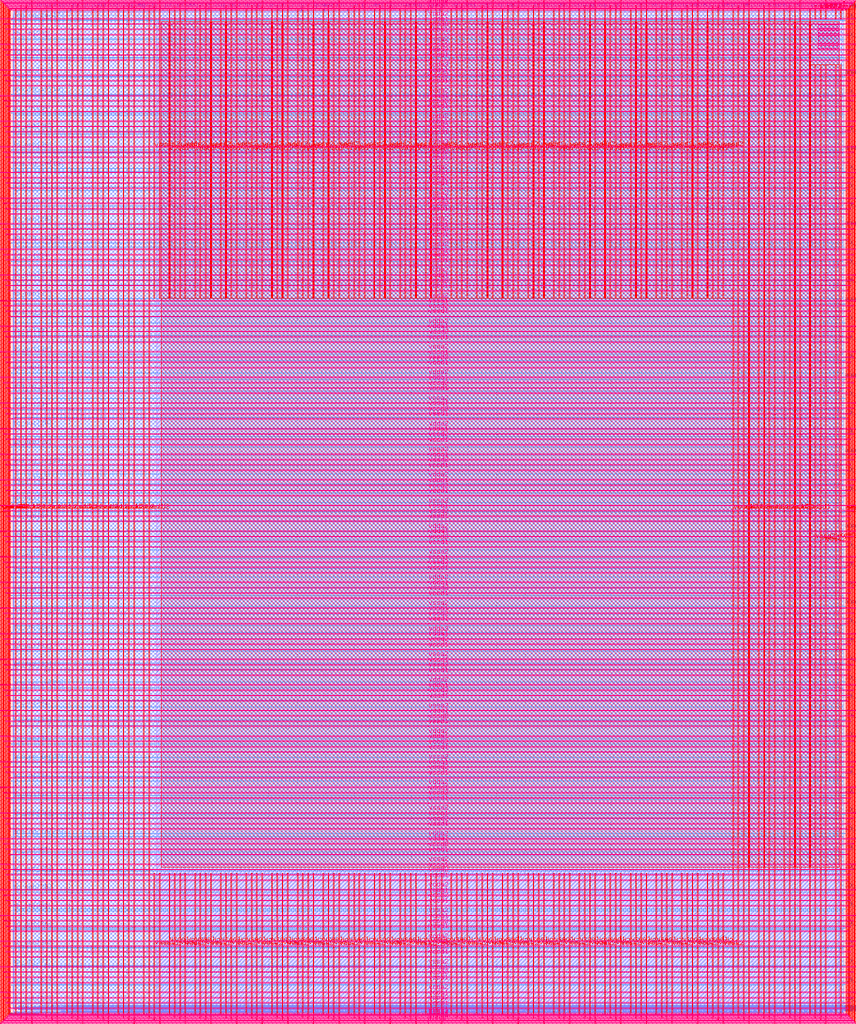
<source format=lef>
VERSION 5.7 ;
  NOWIREEXTENSIONATPIN ON ;
  DIVIDERCHAR "/" ;
  BUSBITCHARS "[]" ;
MACRO user_project_wrapper
  CLASS BLOCK ;
  FOREIGN user_project_wrapper ;
  ORIGIN 0.000 0.000 ;
  SIZE 2920.000 BY 3520.000 ;
  PIN analog_io[0]
    DIRECTION INOUT ;
    USE SIGNAL ;
    PORT
      LAYER met3 ;
        RECT 2917.600 1426.380 2924.800 1427.580 ;
    END
  END analog_io[0]
  PIN analog_io[10]
    DIRECTION INOUT ;
    USE SIGNAL ;
    PORT
      LAYER met2 ;
        RECT 2230.490 3517.600 2231.050 3524.800 ;
    END
  END analog_io[10]
  PIN analog_io[11]
    DIRECTION INOUT ;
    USE SIGNAL ;
    PORT
      LAYER met2 ;
        RECT 1905.730 3517.600 1906.290 3524.800 ;
    END
  END analog_io[11]
  PIN analog_io[12]
    DIRECTION INOUT ;
    USE SIGNAL ;
    PORT
      LAYER met2 ;
        RECT 1581.430 3517.600 1581.990 3524.800 ;
    END
  END analog_io[12]
  PIN analog_io[13]
    DIRECTION INOUT ;
    USE SIGNAL ;
    PORT
      LAYER met2 ;
        RECT 1257.130 3517.600 1257.690 3524.800 ;
    END
  END analog_io[13]
  PIN analog_io[14]
    DIRECTION INOUT ;
    USE SIGNAL ;
    PORT
      LAYER met2 ;
        RECT 932.370 3517.600 932.930 3524.800 ;
    END
  END analog_io[14]
  PIN analog_io[15]
    DIRECTION INOUT ;
    USE SIGNAL ;
    PORT
      LAYER met2 ;
        RECT 608.070 3517.600 608.630 3524.800 ;
    END
  END analog_io[15]
  PIN analog_io[16]
    DIRECTION INOUT ;
    USE SIGNAL ;
    PORT
      LAYER met2 ;
        RECT 283.770 3517.600 284.330 3524.800 ;
    END
  END analog_io[16]
  PIN analog_io[17]
    DIRECTION INOUT ;
    USE SIGNAL ;
    PORT
      LAYER met3 ;
        RECT -4.800 3486.100 2.400 3487.300 ;
    END
  END analog_io[17]
  PIN analog_io[18]
    DIRECTION INOUT ;
    USE SIGNAL ;
    PORT
      LAYER met3 ;
        RECT -4.800 3224.980 2.400 3226.180 ;
    END
  END analog_io[18]
  PIN analog_io[19]
    DIRECTION INOUT ;
    USE SIGNAL ;
    PORT
      LAYER met3 ;
        RECT -4.800 2964.540 2.400 2965.740 ;
    END
  END analog_io[19]
  PIN analog_io[1]
    DIRECTION INOUT ;
    USE SIGNAL ;
    PORT
      LAYER met3 ;
        RECT 2917.600 1692.260 2924.800 1693.460 ;
    END
  END analog_io[1]
  PIN analog_io[20]
    DIRECTION INOUT ;
    USE SIGNAL ;
    PORT
      LAYER met3 ;
        RECT -4.800 2703.420 2.400 2704.620 ;
    END
  END analog_io[20]
  PIN analog_io[21]
    DIRECTION INOUT ;
    USE SIGNAL ;
    PORT
      LAYER met3 ;
        RECT -4.800 2442.980 2.400 2444.180 ;
    END
  END analog_io[21]
  PIN analog_io[22]
    DIRECTION INOUT ;
    USE SIGNAL ;
    PORT
      LAYER met3 ;
        RECT -4.800 2182.540 2.400 2183.740 ;
    END
  END analog_io[22]
  PIN analog_io[23]
    DIRECTION INOUT ;
    USE SIGNAL ;
    PORT
      LAYER met3 ;
        RECT -4.800 1921.420 2.400 1922.620 ;
    END
  END analog_io[23]
  PIN analog_io[24]
    DIRECTION INOUT ;
    USE SIGNAL ;
    PORT
      LAYER met3 ;
        RECT -4.800 1660.980 2.400 1662.180 ;
    END
  END analog_io[24]
  PIN analog_io[25]
    DIRECTION INOUT ;
    USE SIGNAL ;
    PORT
      LAYER met3 ;
        RECT -4.800 1399.860 2.400 1401.060 ;
    END
  END analog_io[25]
  PIN analog_io[26]
    DIRECTION INOUT ;
    USE SIGNAL ;
    PORT
      LAYER met3 ;
        RECT -4.800 1139.420 2.400 1140.620 ;
    END
  END analog_io[26]
  PIN analog_io[27]
    DIRECTION INOUT ;
    USE SIGNAL ;
    PORT
      LAYER met3 ;
        RECT -4.800 878.980 2.400 880.180 ;
    END
  END analog_io[27]
  PIN analog_io[28]
    DIRECTION INOUT ;
    USE SIGNAL ;
    PORT
      LAYER met3 ;
        RECT -4.800 617.860 2.400 619.060 ;
    END
  END analog_io[28]
  PIN analog_io[2]
    DIRECTION INOUT ;
    USE SIGNAL ;
    PORT
      LAYER met3 ;
        RECT 2917.600 1958.140 2924.800 1959.340 ;
    END
  END analog_io[2]
  PIN analog_io[3]
    DIRECTION INOUT ;
    USE SIGNAL ;
    PORT
      LAYER met3 ;
        RECT 2917.600 2223.340 2924.800 2224.540 ;
    END
  END analog_io[3]
  PIN analog_io[4]
    DIRECTION INOUT ;
    USE SIGNAL ;
    PORT
      LAYER met3 ;
        RECT 2917.600 2489.220 2924.800 2490.420 ;
    END
  END analog_io[4]
  PIN analog_io[5]
    DIRECTION INOUT ;
    USE SIGNAL ;
    PORT
      LAYER met3 ;
        RECT 2917.600 2755.100 2924.800 2756.300 ;
    END
  END analog_io[5]
  PIN analog_io[6]
    DIRECTION INOUT ;
    USE SIGNAL ;
    PORT
      LAYER met3 ;
        RECT 2917.600 3020.300 2924.800 3021.500 ;
    END
  END analog_io[6]
  PIN analog_io[7]
    DIRECTION INOUT ;
    USE SIGNAL ;
    PORT
      LAYER met3 ;
        RECT 2917.600 3286.180 2924.800 3287.380 ;
    END
  END analog_io[7]
  PIN analog_io[8]
    DIRECTION INOUT ;
    USE SIGNAL ;
    PORT
      LAYER met2 ;
        RECT 2879.090 3517.600 2879.650 3524.800 ;
    END
  END analog_io[8]
  PIN analog_io[9]
    DIRECTION INOUT ;
    USE SIGNAL ;
    PORT
      LAYER met2 ;
        RECT 2554.790 3517.600 2555.350 3524.800 ;
    END
  END analog_io[9]
  PIN io_in[0]
    DIRECTION INPUT ;
    USE SIGNAL ;
    PORT
      LAYER met3 ;
        RECT 2917.600 32.380 2924.800 33.580 ;
    END
  END io_in[0]
  PIN io_in[10]
    DIRECTION INPUT ;
    USE SIGNAL ;
    PORT
      LAYER met3 ;
        RECT 2917.600 2289.980 2924.800 2291.180 ;
    END
  END io_in[10]
  PIN io_in[11]
    DIRECTION INPUT ;
    USE SIGNAL ;
    PORT
      LAYER met3 ;
        RECT 2917.600 2555.860 2924.800 2557.060 ;
    END
  END io_in[11]
  PIN io_in[12]
    DIRECTION INPUT ;
    USE SIGNAL ;
    PORT
      LAYER met3 ;
        RECT 2917.600 2821.060 2924.800 2822.260 ;
    END
  END io_in[12]
  PIN io_in[13]
    DIRECTION INPUT ;
    USE SIGNAL ;
    PORT
      LAYER met3 ;
        RECT 2917.600 3086.940 2924.800 3088.140 ;
    END
  END io_in[13]
  PIN io_in[14]
    DIRECTION INPUT ;
    USE SIGNAL ;
    PORT
      LAYER met3 ;
        RECT 2917.600 3352.820 2924.800 3354.020 ;
    END
  END io_in[14]
  PIN io_in[15]
    DIRECTION INPUT ;
    USE SIGNAL ;
    PORT
      LAYER met2 ;
        RECT 2798.130 3517.600 2798.690 3524.800 ;
    END
  END io_in[15]
  PIN io_in[16]
    DIRECTION INPUT ;
    USE SIGNAL ;
    PORT
      LAYER met2 ;
        RECT 2473.830 3517.600 2474.390 3524.800 ;
    END
  END io_in[16]
  PIN io_in[17]
    DIRECTION INPUT ;
    USE SIGNAL ;
    PORT
      LAYER met2 ;
        RECT 2149.070 3517.600 2149.630 3524.800 ;
    END
  END io_in[17]
  PIN io_in[18]
    DIRECTION INPUT ;
    USE SIGNAL ;
    PORT
      LAYER met2 ;
        RECT 1824.770 3517.600 1825.330 3524.800 ;
    END
  END io_in[18]
  PIN io_in[19]
    DIRECTION INPUT ;
    USE SIGNAL ;
    PORT
      LAYER met2 ;
        RECT 1500.470 3517.600 1501.030 3524.800 ;
    END
  END io_in[19]
  PIN io_in[1]
    DIRECTION INPUT ;
    USE SIGNAL ;
    PORT
      LAYER met3 ;
        RECT 2917.600 230.940 2924.800 232.140 ;
    END
  END io_in[1]
  PIN io_in[20]
    DIRECTION INPUT ;
    USE SIGNAL ;
    PORT
      LAYER met2 ;
        RECT 1175.710 3517.600 1176.270 3524.800 ;
    END
  END io_in[20]
  PIN io_in[21]
    DIRECTION INPUT ;
    USE SIGNAL ;
    PORT
      LAYER met2 ;
        RECT 851.410 3517.600 851.970 3524.800 ;
    END
  END io_in[21]
  PIN io_in[22]
    DIRECTION INPUT ;
    USE SIGNAL ;
    PORT
      LAYER met2 ;
        RECT 527.110 3517.600 527.670 3524.800 ;
    END
  END io_in[22]
  PIN io_in[23]
    DIRECTION INPUT ;
    USE SIGNAL ;
    PORT
      LAYER met2 ;
        RECT 202.350 3517.600 202.910 3524.800 ;
    END
  END io_in[23]
  PIN io_in[24]
    DIRECTION INPUT ;
    USE SIGNAL ;
    PORT
      LAYER met3 ;
        RECT -4.800 3420.820 2.400 3422.020 ;
    END
  END io_in[24]
  PIN io_in[25]
    DIRECTION INPUT ;
    USE SIGNAL ;
    PORT
      LAYER met3 ;
        RECT -4.800 3159.700 2.400 3160.900 ;
    END
  END io_in[25]
  PIN io_in[26]
    DIRECTION INPUT ;
    USE SIGNAL ;
    PORT
      LAYER met3 ;
        RECT -4.800 2899.260 2.400 2900.460 ;
    END
  END io_in[26]
  PIN io_in[27]
    DIRECTION INPUT ;
    USE SIGNAL ;
    PORT
      LAYER met3 ;
        RECT -4.800 2638.820 2.400 2640.020 ;
    END
  END io_in[27]
  PIN io_in[28]
    DIRECTION INPUT ;
    USE SIGNAL ;
    PORT
      LAYER met3 ;
        RECT -4.800 2377.700 2.400 2378.900 ;
    END
  END io_in[28]
  PIN io_in[29]
    DIRECTION INPUT ;
    USE SIGNAL ;
    PORT
      LAYER met3 ;
        RECT -4.800 2117.260 2.400 2118.460 ;
    END
  END io_in[29]
  PIN io_in[2]
    DIRECTION INPUT ;
    USE SIGNAL ;
    PORT
      LAYER met3 ;
        RECT 2917.600 430.180 2924.800 431.380 ;
    END
  END io_in[2]
  PIN io_in[30]
    DIRECTION INPUT ;
    USE SIGNAL ;
    PORT
      LAYER met3 ;
        RECT -4.800 1856.140 2.400 1857.340 ;
    END
  END io_in[30]
  PIN io_in[31]
    DIRECTION INPUT ;
    USE SIGNAL ;
    PORT
      LAYER met3 ;
        RECT -4.800 1595.700 2.400 1596.900 ;
    END
  END io_in[31]
  PIN io_in[32]
    DIRECTION INPUT ;
    USE SIGNAL ;
    PORT
      LAYER met3 ;
        RECT -4.800 1335.260 2.400 1336.460 ;
    END
  END io_in[32]
  PIN io_in[33]
    DIRECTION INPUT ;
    USE SIGNAL ;
    PORT
      LAYER met3 ;
        RECT -4.800 1074.140 2.400 1075.340 ;
    END
  END io_in[33]
  PIN io_in[34]
    DIRECTION INPUT ;
    USE SIGNAL ;
    PORT
      LAYER met3 ;
        RECT -4.800 813.700 2.400 814.900 ;
    END
  END io_in[34]
  PIN io_in[35]
    DIRECTION INPUT ;
    USE SIGNAL ;
    PORT
      LAYER met3 ;
        RECT -4.800 552.580 2.400 553.780 ;
    END
  END io_in[35]
  PIN io_in[36]
    DIRECTION INPUT ;
    USE SIGNAL ;
    PORT
      LAYER met3 ;
        RECT -4.800 357.420 2.400 358.620 ;
    END
  END io_in[36]
  PIN io_in[37]
    DIRECTION INPUT ;
    USE SIGNAL ;
    PORT
      LAYER met3 ;
        RECT -4.800 161.580 2.400 162.780 ;
    END
  END io_in[37]
  PIN io_in[3]
    DIRECTION INPUT ;
    USE SIGNAL ;
    PORT
      LAYER met3 ;
        RECT 2917.600 629.420 2924.800 630.620 ;
    END
  END io_in[3]
  PIN io_in[4]
    DIRECTION INPUT ;
    USE SIGNAL ;
    PORT
      LAYER met3 ;
        RECT 2917.600 828.660 2924.800 829.860 ;
    END
  END io_in[4]
  PIN io_in[5]
    DIRECTION INPUT ;
    USE SIGNAL ;
    PORT
      LAYER met3 ;
        RECT 2917.600 1027.900 2924.800 1029.100 ;
    END
  END io_in[5]
  PIN io_in[6]
    DIRECTION INPUT ;
    USE SIGNAL ;
    PORT
      LAYER met3 ;
        RECT 2917.600 1227.140 2924.800 1228.340 ;
    END
  END io_in[6]
  PIN io_in[7]
    DIRECTION INPUT ;
    USE SIGNAL ;
    PORT
      LAYER met3 ;
        RECT 2917.600 1493.020 2924.800 1494.220 ;
    END
  END io_in[7]
  PIN io_in[8]
    DIRECTION INPUT ;
    USE SIGNAL ;
    PORT
      LAYER met3 ;
        RECT 2917.600 1758.900 2924.800 1760.100 ;
    END
  END io_in[8]
  PIN io_in[9]
    DIRECTION INPUT ;
    USE SIGNAL ;
    PORT
      LAYER met3 ;
        RECT 2917.600 2024.100 2924.800 2025.300 ;
    END
  END io_in[9]
  PIN io_oeb[0]
    DIRECTION OUTPUT TRISTATE ;
    USE SIGNAL ;
    PORT
      LAYER met3 ;
        RECT 2917.600 164.980 2924.800 166.180 ;
    END
  END io_oeb[0]
  PIN io_oeb[10]
    DIRECTION OUTPUT TRISTATE ;
    USE SIGNAL ;
    PORT
      LAYER met3 ;
        RECT 2917.600 2422.580 2924.800 2423.780 ;
    END
  END io_oeb[10]
  PIN io_oeb[11]
    DIRECTION OUTPUT TRISTATE ;
    USE SIGNAL ;
    PORT
      LAYER met3 ;
        RECT 2917.600 2688.460 2924.800 2689.660 ;
    END
  END io_oeb[11]
  PIN io_oeb[12]
    DIRECTION OUTPUT TRISTATE ;
    USE SIGNAL ;
    PORT
      LAYER met3 ;
        RECT 2917.600 2954.340 2924.800 2955.540 ;
    END
  END io_oeb[12]
  PIN io_oeb[13]
    DIRECTION OUTPUT TRISTATE ;
    USE SIGNAL ;
    PORT
      LAYER met3 ;
        RECT 2917.600 3219.540 2924.800 3220.740 ;
    END
  END io_oeb[13]
  PIN io_oeb[14]
    DIRECTION OUTPUT TRISTATE ;
    USE SIGNAL ;
    PORT
      LAYER met3 ;
        RECT 2917.600 3485.420 2924.800 3486.620 ;
    END
  END io_oeb[14]
  PIN io_oeb[15]
    DIRECTION OUTPUT TRISTATE ;
    USE SIGNAL ;
    PORT
      LAYER met2 ;
        RECT 2635.750 3517.600 2636.310 3524.800 ;
    END
  END io_oeb[15]
  PIN io_oeb[16]
    DIRECTION OUTPUT TRISTATE ;
    USE SIGNAL ;
    PORT
      LAYER met2 ;
        RECT 2311.450 3517.600 2312.010 3524.800 ;
    END
  END io_oeb[16]
  PIN io_oeb[17]
    DIRECTION OUTPUT TRISTATE ;
    USE SIGNAL ;
    PORT
      LAYER met2 ;
        RECT 1987.150 3517.600 1987.710 3524.800 ;
    END
  END io_oeb[17]
  PIN io_oeb[18]
    DIRECTION OUTPUT TRISTATE ;
    USE SIGNAL ;
    PORT
      LAYER met2 ;
        RECT 1662.390 3517.600 1662.950 3524.800 ;
    END
  END io_oeb[18]
  PIN io_oeb[19]
    DIRECTION OUTPUT TRISTATE ;
    USE SIGNAL ;
    PORT
      LAYER met2 ;
        RECT 1338.090 3517.600 1338.650 3524.800 ;
    END
  END io_oeb[19]
  PIN io_oeb[1]
    DIRECTION OUTPUT TRISTATE ;
    USE SIGNAL ;
    PORT
      LAYER met3 ;
        RECT 2917.600 364.220 2924.800 365.420 ;
    END
  END io_oeb[1]
  PIN io_oeb[20]
    DIRECTION OUTPUT TRISTATE ;
    USE SIGNAL ;
    PORT
      LAYER met2 ;
        RECT 1013.790 3517.600 1014.350 3524.800 ;
    END
  END io_oeb[20]
  PIN io_oeb[21]
    DIRECTION OUTPUT TRISTATE ;
    USE SIGNAL ;
    PORT
      LAYER met2 ;
        RECT 689.030 3517.600 689.590 3524.800 ;
    END
  END io_oeb[21]
  PIN io_oeb[22]
    DIRECTION OUTPUT TRISTATE ;
    USE SIGNAL ;
    PORT
      LAYER met2 ;
        RECT 364.730 3517.600 365.290 3524.800 ;
    END
  END io_oeb[22]
  PIN io_oeb[23]
    DIRECTION OUTPUT TRISTATE ;
    USE SIGNAL ;
    PORT
      LAYER met2 ;
        RECT 40.430 3517.600 40.990 3524.800 ;
    END
  END io_oeb[23]
  PIN io_oeb[24]
    DIRECTION OUTPUT TRISTATE ;
    USE SIGNAL ;
    PORT
      LAYER met3 ;
        RECT -4.800 3290.260 2.400 3291.460 ;
    END
  END io_oeb[24]
  PIN io_oeb[25]
    DIRECTION OUTPUT TRISTATE ;
    USE SIGNAL ;
    PORT
      LAYER met3 ;
        RECT -4.800 3029.820 2.400 3031.020 ;
    END
  END io_oeb[25]
  PIN io_oeb[26]
    DIRECTION OUTPUT TRISTATE ;
    USE SIGNAL ;
    PORT
      LAYER met3 ;
        RECT -4.800 2768.700 2.400 2769.900 ;
    END
  END io_oeb[26]
  PIN io_oeb[27]
    DIRECTION OUTPUT TRISTATE ;
    USE SIGNAL ;
    PORT
      LAYER met3 ;
        RECT -4.800 2508.260 2.400 2509.460 ;
    END
  END io_oeb[27]
  PIN io_oeb[28]
    DIRECTION OUTPUT TRISTATE ;
    USE SIGNAL ;
    PORT
      LAYER met3 ;
        RECT -4.800 2247.140 2.400 2248.340 ;
    END
  END io_oeb[28]
  PIN io_oeb[29]
    DIRECTION OUTPUT TRISTATE ;
    USE SIGNAL ;
    PORT
      LAYER met3 ;
        RECT -4.800 1986.700 2.400 1987.900 ;
    END
  END io_oeb[29]
  PIN io_oeb[2]
    DIRECTION OUTPUT TRISTATE ;
    USE SIGNAL ;
    PORT
      LAYER met3 ;
        RECT 2917.600 563.460 2924.800 564.660 ;
    END
  END io_oeb[2]
  PIN io_oeb[30]
    DIRECTION OUTPUT TRISTATE ;
    USE SIGNAL ;
    PORT
      LAYER met3 ;
        RECT -4.800 1726.260 2.400 1727.460 ;
    END
  END io_oeb[30]
  PIN io_oeb[31]
    DIRECTION OUTPUT TRISTATE ;
    USE SIGNAL ;
    PORT
      LAYER met3 ;
        RECT -4.800 1465.140 2.400 1466.340 ;
    END
  END io_oeb[31]
  PIN io_oeb[32]
    DIRECTION OUTPUT TRISTATE ;
    USE SIGNAL ;
    PORT
      LAYER met3 ;
        RECT -4.800 1204.700 2.400 1205.900 ;
    END
  END io_oeb[32]
  PIN io_oeb[33]
    DIRECTION OUTPUT TRISTATE ;
    USE SIGNAL ;
    PORT
      LAYER met3 ;
        RECT -4.800 943.580 2.400 944.780 ;
    END
  END io_oeb[33]
  PIN io_oeb[34]
    DIRECTION OUTPUT TRISTATE ;
    USE SIGNAL ;
    PORT
      LAYER met3 ;
        RECT -4.800 683.140 2.400 684.340 ;
    END
  END io_oeb[34]
  PIN io_oeb[35]
    DIRECTION OUTPUT TRISTATE ;
    USE SIGNAL ;
    PORT
      LAYER met3 ;
        RECT -4.800 422.700 2.400 423.900 ;
    END
  END io_oeb[35]
  PIN io_oeb[36]
    DIRECTION OUTPUT TRISTATE ;
    USE SIGNAL ;
    PORT
      LAYER met3 ;
        RECT -4.800 226.860 2.400 228.060 ;
    END
  END io_oeb[36]
  PIN io_oeb[37]
    DIRECTION OUTPUT TRISTATE ;
    USE SIGNAL ;
    PORT
      LAYER met3 ;
        RECT -4.800 31.700 2.400 32.900 ;
    END
  END io_oeb[37]
  PIN io_oeb[3]
    DIRECTION OUTPUT TRISTATE ;
    USE SIGNAL ;
    PORT
      LAYER met3 ;
        RECT 2917.600 762.700 2924.800 763.900 ;
    END
  END io_oeb[3]
  PIN io_oeb[4]
    DIRECTION OUTPUT TRISTATE ;
    USE SIGNAL ;
    PORT
      LAYER met3 ;
        RECT 2917.600 961.940 2924.800 963.140 ;
    END
  END io_oeb[4]
  PIN io_oeb[5]
    DIRECTION OUTPUT TRISTATE ;
    USE SIGNAL ;
    PORT
      LAYER met3 ;
        RECT 2917.600 1161.180 2924.800 1162.380 ;
    END
  END io_oeb[5]
  PIN io_oeb[6]
    DIRECTION OUTPUT TRISTATE ;
    USE SIGNAL ;
    PORT
      LAYER met3 ;
        RECT 2917.600 1360.420 2924.800 1361.620 ;
    END
  END io_oeb[6]
  PIN io_oeb[7]
    DIRECTION OUTPUT TRISTATE ;
    USE SIGNAL ;
    PORT
      LAYER met3 ;
        RECT 2917.600 1625.620 2924.800 1626.820 ;
    END
  END io_oeb[7]
  PIN io_oeb[8]
    DIRECTION OUTPUT TRISTATE ;
    USE SIGNAL ;
    PORT
      LAYER met3 ;
        RECT 2917.600 1891.500 2924.800 1892.700 ;
    END
  END io_oeb[8]
  PIN io_oeb[9]
    DIRECTION OUTPUT TRISTATE ;
    USE SIGNAL ;
    PORT
      LAYER met3 ;
        RECT 2917.600 2157.380 2924.800 2158.580 ;
    END
  END io_oeb[9]
  PIN io_out[0]
    DIRECTION OUTPUT TRISTATE ;
    USE SIGNAL ;
    PORT
      LAYER met3 ;
        RECT 2917.600 98.340 2924.800 99.540 ;
    END
  END io_out[0]
  PIN io_out[10]
    DIRECTION OUTPUT TRISTATE ;
    USE SIGNAL ;
    PORT
      LAYER met3 ;
        RECT 2917.600 2356.620 2924.800 2357.820 ;
    END
  END io_out[10]
  PIN io_out[11]
    DIRECTION OUTPUT TRISTATE ;
    USE SIGNAL ;
    PORT
      LAYER met3 ;
        RECT 2917.600 2621.820 2924.800 2623.020 ;
    END
  END io_out[11]
  PIN io_out[12]
    DIRECTION OUTPUT TRISTATE ;
    USE SIGNAL ;
    PORT
      LAYER met3 ;
        RECT 2917.600 2887.700 2924.800 2888.900 ;
    END
  END io_out[12]
  PIN io_out[13]
    DIRECTION OUTPUT TRISTATE ;
    USE SIGNAL ;
    PORT
      LAYER met3 ;
        RECT 2917.600 3153.580 2924.800 3154.780 ;
    END
  END io_out[13]
  PIN io_out[14]
    DIRECTION OUTPUT TRISTATE ;
    USE SIGNAL ;
    PORT
      LAYER met3 ;
        RECT 2917.600 3418.780 2924.800 3419.980 ;
    END
  END io_out[14]
  PIN io_out[15]
    DIRECTION OUTPUT TRISTATE ;
    USE SIGNAL ;
    PORT
      LAYER met2 ;
        RECT 2717.170 3517.600 2717.730 3524.800 ;
    END
  END io_out[15]
  PIN io_out[16]
    DIRECTION OUTPUT TRISTATE ;
    USE SIGNAL ;
    PORT
      LAYER met2 ;
        RECT 2392.410 3517.600 2392.970 3524.800 ;
    END
  END io_out[16]
  PIN io_out[17]
    DIRECTION OUTPUT TRISTATE ;
    USE SIGNAL ;
    PORT
      LAYER met2 ;
        RECT 2068.110 3517.600 2068.670 3524.800 ;
    END
  END io_out[17]
  PIN io_out[18]
    DIRECTION OUTPUT TRISTATE ;
    USE SIGNAL ;
    PORT
      LAYER met2 ;
        RECT 1743.810 3517.600 1744.370 3524.800 ;
    END
  END io_out[18]
  PIN io_out[19]
    DIRECTION OUTPUT TRISTATE ;
    USE SIGNAL ;
    PORT
      LAYER met2 ;
        RECT 1419.050 3517.600 1419.610 3524.800 ;
    END
  END io_out[19]
  PIN io_out[1]
    DIRECTION OUTPUT TRISTATE ;
    USE SIGNAL ;
    PORT
      LAYER met3 ;
        RECT 2917.600 297.580 2924.800 298.780 ;
    END
  END io_out[1]
  PIN io_out[20]
    DIRECTION OUTPUT TRISTATE ;
    USE SIGNAL ;
    PORT
      LAYER met2 ;
        RECT 1094.750 3517.600 1095.310 3524.800 ;
    END
  END io_out[20]
  PIN io_out[21]
    DIRECTION OUTPUT TRISTATE ;
    USE SIGNAL ;
    PORT
      LAYER met2 ;
        RECT 770.450 3517.600 771.010 3524.800 ;
    END
  END io_out[21]
  PIN io_out[22]
    DIRECTION OUTPUT TRISTATE ;
    USE SIGNAL ;
    PORT
      LAYER met2 ;
        RECT 445.690 3517.600 446.250 3524.800 ;
    END
  END io_out[22]
  PIN io_out[23]
    DIRECTION OUTPUT TRISTATE ;
    USE SIGNAL ;
    PORT
      LAYER met2 ;
        RECT 121.390 3517.600 121.950 3524.800 ;
    END
  END io_out[23]
  PIN io_out[24]
    DIRECTION OUTPUT TRISTATE ;
    USE SIGNAL ;
    PORT
      LAYER met3 ;
        RECT -4.800 3355.540 2.400 3356.740 ;
    END
  END io_out[24]
  PIN io_out[25]
    DIRECTION OUTPUT TRISTATE ;
    USE SIGNAL ;
    PORT
      LAYER met3 ;
        RECT -4.800 3095.100 2.400 3096.300 ;
    END
  END io_out[25]
  PIN io_out[26]
    DIRECTION OUTPUT TRISTATE ;
    USE SIGNAL ;
    PORT
      LAYER met3 ;
        RECT -4.800 2833.980 2.400 2835.180 ;
    END
  END io_out[26]
  PIN io_out[27]
    DIRECTION OUTPUT TRISTATE ;
    USE SIGNAL ;
    PORT
      LAYER met3 ;
        RECT -4.800 2573.540 2.400 2574.740 ;
    END
  END io_out[27]
  PIN io_out[28]
    DIRECTION OUTPUT TRISTATE ;
    USE SIGNAL ;
    PORT
      LAYER met3 ;
        RECT -4.800 2312.420 2.400 2313.620 ;
    END
  END io_out[28]
  PIN io_out[29]
    DIRECTION OUTPUT TRISTATE ;
    USE SIGNAL ;
    PORT
      LAYER met3 ;
        RECT -4.800 2051.980 2.400 2053.180 ;
    END
  END io_out[29]
  PIN io_out[2]
    DIRECTION OUTPUT TRISTATE ;
    USE SIGNAL ;
    PORT
      LAYER met3 ;
        RECT 2917.600 496.820 2924.800 498.020 ;
    END
  END io_out[2]
  PIN io_out[30]
    DIRECTION OUTPUT TRISTATE ;
    USE SIGNAL ;
    PORT
      LAYER met3 ;
        RECT -4.800 1791.540 2.400 1792.740 ;
    END
  END io_out[30]
  PIN io_out[31]
    DIRECTION OUTPUT TRISTATE ;
    USE SIGNAL ;
    PORT
      LAYER met3 ;
        RECT -4.800 1530.420 2.400 1531.620 ;
    END
  END io_out[31]
  PIN io_out[32]
    DIRECTION OUTPUT TRISTATE ;
    USE SIGNAL ;
    PORT
      LAYER met3 ;
        RECT -4.800 1269.980 2.400 1271.180 ;
    END
  END io_out[32]
  PIN io_out[33]
    DIRECTION OUTPUT TRISTATE ;
    USE SIGNAL ;
    PORT
      LAYER met3 ;
        RECT -4.800 1008.860 2.400 1010.060 ;
    END
  END io_out[33]
  PIN io_out[34]
    DIRECTION OUTPUT TRISTATE ;
    USE SIGNAL ;
    PORT
      LAYER met3 ;
        RECT -4.800 748.420 2.400 749.620 ;
    END
  END io_out[34]
  PIN io_out[35]
    DIRECTION OUTPUT TRISTATE ;
    USE SIGNAL ;
    PORT
      LAYER met3 ;
        RECT -4.800 487.300 2.400 488.500 ;
    END
  END io_out[35]
  PIN io_out[36]
    DIRECTION OUTPUT TRISTATE ;
    USE SIGNAL ;
    PORT
      LAYER met3 ;
        RECT -4.800 292.140 2.400 293.340 ;
    END
  END io_out[36]
  PIN io_out[37]
    DIRECTION OUTPUT TRISTATE ;
    USE SIGNAL ;
    PORT
      LAYER met3 ;
        RECT -4.800 96.300 2.400 97.500 ;
    END
  END io_out[37]
  PIN io_out[3]
    DIRECTION OUTPUT TRISTATE ;
    USE SIGNAL ;
    PORT
      LAYER met3 ;
        RECT 2917.600 696.060 2924.800 697.260 ;
    END
  END io_out[3]
  PIN io_out[4]
    DIRECTION OUTPUT TRISTATE ;
    USE SIGNAL ;
    PORT
      LAYER met3 ;
        RECT 2917.600 895.300 2924.800 896.500 ;
    END
  END io_out[4]
  PIN io_out[5]
    DIRECTION OUTPUT TRISTATE ;
    USE SIGNAL ;
    PORT
      LAYER met3 ;
        RECT 2917.600 1094.540 2924.800 1095.740 ;
    END
  END io_out[5]
  PIN io_out[6]
    DIRECTION OUTPUT TRISTATE ;
    USE SIGNAL ;
    PORT
      LAYER met3 ;
        RECT 2917.600 1293.780 2924.800 1294.980 ;
    END
  END io_out[6]
  PIN io_out[7]
    DIRECTION OUTPUT TRISTATE ;
    USE SIGNAL ;
    PORT
      LAYER met3 ;
        RECT 2917.600 1559.660 2924.800 1560.860 ;
    END
  END io_out[7]
  PIN io_out[8]
    DIRECTION OUTPUT TRISTATE ;
    USE SIGNAL ;
    PORT
      LAYER met3 ;
        RECT 2917.600 1824.860 2924.800 1826.060 ;
    END
  END io_out[8]
  PIN io_out[9]
    DIRECTION OUTPUT TRISTATE ;
    USE SIGNAL ;
    PORT
      LAYER met3 ;
        RECT 2917.600 2090.740 2924.800 2091.940 ;
    END
  END io_out[9]
  PIN la_data_in[0]
    DIRECTION INPUT ;
    USE SIGNAL ;
    PORT
      LAYER met2 ;
        RECT 629.230 -4.800 629.790 2.400 ;
    END
  END la_data_in[0]
  PIN la_data_in[100]
    DIRECTION INPUT ;
    USE SIGNAL ;
    PORT
      LAYER met2 ;
        RECT 2402.530 -4.800 2403.090 2.400 ;
    END
  END la_data_in[100]
  PIN la_data_in[101]
    DIRECTION INPUT ;
    USE SIGNAL ;
    PORT
      LAYER met2 ;
        RECT 2420.010 -4.800 2420.570 2.400 ;
    END
  END la_data_in[101]
  PIN la_data_in[102]
    DIRECTION INPUT ;
    USE SIGNAL ;
    PORT
      LAYER met2 ;
        RECT 2437.950 -4.800 2438.510 2.400 ;
    END
  END la_data_in[102]
  PIN la_data_in[103]
    DIRECTION INPUT ;
    USE SIGNAL ;
    PORT
      LAYER met2 ;
        RECT 2455.430 -4.800 2455.990 2.400 ;
    END
  END la_data_in[103]
  PIN la_data_in[104]
    DIRECTION INPUT ;
    USE SIGNAL ;
    PORT
      LAYER met2 ;
        RECT 2473.370 -4.800 2473.930 2.400 ;
    END
  END la_data_in[104]
  PIN la_data_in[105]
    DIRECTION INPUT ;
    USE SIGNAL ;
    PORT
      LAYER met2 ;
        RECT 2490.850 -4.800 2491.410 2.400 ;
    END
  END la_data_in[105]
  PIN la_data_in[106]
    DIRECTION INPUT ;
    USE SIGNAL ;
    PORT
      LAYER met2 ;
        RECT 2508.790 -4.800 2509.350 2.400 ;
    END
  END la_data_in[106]
  PIN la_data_in[107]
    DIRECTION INPUT ;
    USE SIGNAL ;
    PORT
      LAYER met2 ;
        RECT 2526.730 -4.800 2527.290 2.400 ;
    END
  END la_data_in[107]
  PIN la_data_in[108]
    DIRECTION INPUT ;
    USE SIGNAL ;
    PORT
      LAYER met2 ;
        RECT 2544.210 -4.800 2544.770 2.400 ;
    END
  END la_data_in[108]
  PIN la_data_in[109]
    DIRECTION INPUT ;
    USE SIGNAL ;
    PORT
      LAYER met2 ;
        RECT 2562.150 -4.800 2562.710 2.400 ;
    END
  END la_data_in[109]
  PIN la_data_in[10]
    DIRECTION INPUT ;
    USE SIGNAL ;
    PORT
      LAYER met2 ;
        RECT 806.330 -4.800 806.890 2.400 ;
    END
  END la_data_in[10]
  PIN la_data_in[110]
    DIRECTION INPUT ;
    USE SIGNAL ;
    PORT
      LAYER met2 ;
        RECT 2579.630 -4.800 2580.190 2.400 ;
    END
  END la_data_in[110]
  PIN la_data_in[111]
    DIRECTION INPUT ;
    USE SIGNAL ;
    PORT
      LAYER met2 ;
        RECT 2597.570 -4.800 2598.130 2.400 ;
    END
  END la_data_in[111]
  PIN la_data_in[112]
    DIRECTION INPUT ;
    USE SIGNAL ;
    PORT
      LAYER met2 ;
        RECT 2615.050 -4.800 2615.610 2.400 ;
    END
  END la_data_in[112]
  PIN la_data_in[113]
    DIRECTION INPUT ;
    USE SIGNAL ;
    PORT
      LAYER met2 ;
        RECT 2632.990 -4.800 2633.550 2.400 ;
    END
  END la_data_in[113]
  PIN la_data_in[114]
    DIRECTION INPUT ;
    USE SIGNAL ;
    PORT
      LAYER met2 ;
        RECT 2650.470 -4.800 2651.030 2.400 ;
    END
  END la_data_in[114]
  PIN la_data_in[115]
    DIRECTION INPUT ;
    USE SIGNAL ;
    PORT
      LAYER met2 ;
        RECT 2668.410 -4.800 2668.970 2.400 ;
    END
  END la_data_in[115]
  PIN la_data_in[116]
    DIRECTION INPUT ;
    USE SIGNAL ;
    PORT
      LAYER met2 ;
        RECT 2685.890 -4.800 2686.450 2.400 ;
    END
  END la_data_in[116]
  PIN la_data_in[117]
    DIRECTION INPUT ;
    USE SIGNAL ;
    PORT
      LAYER met2 ;
        RECT 2703.830 -4.800 2704.390 2.400 ;
    END
  END la_data_in[117]
  PIN la_data_in[118]
    DIRECTION INPUT ;
    USE SIGNAL ;
    PORT
      LAYER met2 ;
        RECT 2721.770 -4.800 2722.330 2.400 ;
    END
  END la_data_in[118]
  PIN la_data_in[119]
    DIRECTION INPUT ;
    USE SIGNAL ;
    PORT
      LAYER met2 ;
        RECT 2739.250 -4.800 2739.810 2.400 ;
    END
  END la_data_in[119]
  PIN la_data_in[11]
    DIRECTION INPUT ;
    USE SIGNAL ;
    PORT
      LAYER met2 ;
        RECT 824.270 -4.800 824.830 2.400 ;
    END
  END la_data_in[11]
  PIN la_data_in[120]
    DIRECTION INPUT ;
    USE SIGNAL ;
    PORT
      LAYER met2 ;
        RECT 2757.190 -4.800 2757.750 2.400 ;
    END
  END la_data_in[120]
  PIN la_data_in[121]
    DIRECTION INPUT ;
    USE SIGNAL ;
    PORT
      LAYER met2 ;
        RECT 2774.670 -4.800 2775.230 2.400 ;
    END
  END la_data_in[121]
  PIN la_data_in[122]
    DIRECTION INPUT ;
    USE SIGNAL ;
    PORT
      LAYER met2 ;
        RECT 2792.610 -4.800 2793.170 2.400 ;
    END
  END la_data_in[122]
  PIN la_data_in[123]
    DIRECTION INPUT ;
    USE SIGNAL ;
    PORT
      LAYER met2 ;
        RECT 2810.090 -4.800 2810.650 2.400 ;
    END
  END la_data_in[123]
  PIN la_data_in[124]
    DIRECTION INPUT ;
    USE SIGNAL ;
    PORT
      LAYER met2 ;
        RECT 2828.030 -4.800 2828.590 2.400 ;
    END
  END la_data_in[124]
  PIN la_data_in[125]
    DIRECTION INPUT ;
    USE SIGNAL ;
    PORT
      LAYER met2 ;
        RECT 2845.510 -4.800 2846.070 2.400 ;
    END
  END la_data_in[125]
  PIN la_data_in[126]
    DIRECTION INPUT ;
    USE SIGNAL ;
    PORT
      LAYER met2 ;
        RECT 2863.450 -4.800 2864.010 2.400 ;
    END
  END la_data_in[126]
  PIN la_data_in[127]
    DIRECTION INPUT ;
    USE SIGNAL ;
    PORT
      LAYER met2 ;
        RECT 2881.390 -4.800 2881.950 2.400 ;
    END
  END la_data_in[127]
  PIN la_data_in[12]
    DIRECTION INPUT ;
    USE SIGNAL ;
    PORT
      LAYER met2 ;
        RECT 841.750 -4.800 842.310 2.400 ;
    END
  END la_data_in[12]
  PIN la_data_in[13]
    DIRECTION INPUT ;
    USE SIGNAL ;
    PORT
      LAYER met2 ;
        RECT 859.690 -4.800 860.250 2.400 ;
    END
  END la_data_in[13]
  PIN la_data_in[14]
    DIRECTION INPUT ;
    USE SIGNAL ;
    PORT
      LAYER met2 ;
        RECT 877.170 -4.800 877.730 2.400 ;
    END
  END la_data_in[14]
  PIN la_data_in[15]
    DIRECTION INPUT ;
    USE SIGNAL ;
    PORT
      LAYER met2 ;
        RECT 895.110 -4.800 895.670 2.400 ;
    END
  END la_data_in[15]
  PIN la_data_in[16]
    DIRECTION INPUT ;
    USE SIGNAL ;
    PORT
      LAYER met2 ;
        RECT 912.590 -4.800 913.150 2.400 ;
    END
  END la_data_in[16]
  PIN la_data_in[17]
    DIRECTION INPUT ;
    USE SIGNAL ;
    PORT
      LAYER met2 ;
        RECT 930.530 -4.800 931.090 2.400 ;
    END
  END la_data_in[17]
  PIN la_data_in[18]
    DIRECTION INPUT ;
    USE SIGNAL ;
    PORT
      LAYER met2 ;
        RECT 948.470 -4.800 949.030 2.400 ;
    END
  END la_data_in[18]
  PIN la_data_in[19]
    DIRECTION INPUT ;
    USE SIGNAL ;
    PORT
      LAYER met2 ;
        RECT 965.950 -4.800 966.510 2.400 ;
    END
  END la_data_in[19]
  PIN la_data_in[1]
    DIRECTION INPUT ;
    USE SIGNAL ;
    PORT
      LAYER met2 ;
        RECT 646.710 -4.800 647.270 2.400 ;
    END
  END la_data_in[1]
  PIN la_data_in[20]
    DIRECTION INPUT ;
    USE SIGNAL ;
    PORT
      LAYER met2 ;
        RECT 983.890 -4.800 984.450 2.400 ;
    END
  END la_data_in[20]
  PIN la_data_in[21]
    DIRECTION INPUT ;
    USE SIGNAL ;
    PORT
      LAYER met2 ;
        RECT 1001.370 -4.800 1001.930 2.400 ;
    END
  END la_data_in[21]
  PIN la_data_in[22]
    DIRECTION INPUT ;
    USE SIGNAL ;
    PORT
      LAYER met2 ;
        RECT 1019.310 -4.800 1019.870 2.400 ;
    END
  END la_data_in[22]
  PIN la_data_in[23]
    DIRECTION INPUT ;
    USE SIGNAL ;
    PORT
      LAYER met2 ;
        RECT 1036.790 -4.800 1037.350 2.400 ;
    END
  END la_data_in[23]
  PIN la_data_in[24]
    DIRECTION INPUT ;
    USE SIGNAL ;
    PORT
      LAYER met2 ;
        RECT 1054.730 -4.800 1055.290 2.400 ;
    END
  END la_data_in[24]
  PIN la_data_in[25]
    DIRECTION INPUT ;
    USE SIGNAL ;
    PORT
      LAYER met2 ;
        RECT 1072.210 -4.800 1072.770 2.400 ;
    END
  END la_data_in[25]
  PIN la_data_in[26]
    DIRECTION INPUT ;
    USE SIGNAL ;
    PORT
      LAYER met2 ;
        RECT 1090.150 -4.800 1090.710 2.400 ;
    END
  END la_data_in[26]
  PIN la_data_in[27]
    DIRECTION INPUT ;
    USE SIGNAL ;
    PORT
      LAYER met2 ;
        RECT 1107.630 -4.800 1108.190 2.400 ;
    END
  END la_data_in[27]
  PIN la_data_in[28]
    DIRECTION INPUT ;
    USE SIGNAL ;
    PORT
      LAYER met2 ;
        RECT 1125.570 -4.800 1126.130 2.400 ;
    END
  END la_data_in[28]
  PIN la_data_in[29]
    DIRECTION INPUT ;
    USE SIGNAL ;
    PORT
      LAYER met2 ;
        RECT 1143.510 -4.800 1144.070 2.400 ;
    END
  END la_data_in[29]
  PIN la_data_in[2]
    DIRECTION INPUT ;
    USE SIGNAL ;
    PORT
      LAYER met2 ;
        RECT 664.650 -4.800 665.210 2.400 ;
    END
  END la_data_in[2]
  PIN la_data_in[30]
    DIRECTION INPUT ;
    USE SIGNAL ;
    PORT
      LAYER met2 ;
        RECT 1160.990 -4.800 1161.550 2.400 ;
    END
  END la_data_in[30]
  PIN la_data_in[31]
    DIRECTION INPUT ;
    USE SIGNAL ;
    PORT
      LAYER met2 ;
        RECT 1178.930 -4.800 1179.490 2.400 ;
    END
  END la_data_in[31]
  PIN la_data_in[32]
    DIRECTION INPUT ;
    USE SIGNAL ;
    PORT
      LAYER met2 ;
        RECT 1196.410 -4.800 1196.970 2.400 ;
    END
  END la_data_in[32]
  PIN la_data_in[33]
    DIRECTION INPUT ;
    USE SIGNAL ;
    PORT
      LAYER met2 ;
        RECT 1214.350 -4.800 1214.910 2.400 ;
    END
  END la_data_in[33]
  PIN la_data_in[34]
    DIRECTION INPUT ;
    USE SIGNAL ;
    PORT
      LAYER met2 ;
        RECT 1231.830 -4.800 1232.390 2.400 ;
    END
  END la_data_in[34]
  PIN la_data_in[35]
    DIRECTION INPUT ;
    USE SIGNAL ;
    PORT
      LAYER met2 ;
        RECT 1249.770 -4.800 1250.330 2.400 ;
    END
  END la_data_in[35]
  PIN la_data_in[36]
    DIRECTION INPUT ;
    USE SIGNAL ;
    PORT
      LAYER met2 ;
        RECT 1267.250 -4.800 1267.810 2.400 ;
    END
  END la_data_in[36]
  PIN la_data_in[37]
    DIRECTION INPUT ;
    USE SIGNAL ;
    PORT
      LAYER met2 ;
        RECT 1285.190 -4.800 1285.750 2.400 ;
    END
  END la_data_in[37]
  PIN la_data_in[38]
    DIRECTION INPUT ;
    USE SIGNAL ;
    PORT
      LAYER met2 ;
        RECT 1303.130 -4.800 1303.690 2.400 ;
    END
  END la_data_in[38]
  PIN la_data_in[39]
    DIRECTION INPUT ;
    USE SIGNAL ;
    PORT
      LAYER met2 ;
        RECT 1320.610 -4.800 1321.170 2.400 ;
    END
  END la_data_in[39]
  PIN la_data_in[3]
    DIRECTION INPUT ;
    USE SIGNAL ;
    PORT
      LAYER met2 ;
        RECT 682.130 -4.800 682.690 2.400 ;
    END
  END la_data_in[3]
  PIN la_data_in[40]
    DIRECTION INPUT ;
    USE SIGNAL ;
    PORT
      LAYER met2 ;
        RECT 1338.550 -4.800 1339.110 2.400 ;
    END
  END la_data_in[40]
  PIN la_data_in[41]
    DIRECTION INPUT ;
    USE SIGNAL ;
    PORT
      LAYER met2 ;
        RECT 1356.030 -4.800 1356.590 2.400 ;
    END
  END la_data_in[41]
  PIN la_data_in[42]
    DIRECTION INPUT ;
    USE SIGNAL ;
    PORT
      LAYER met2 ;
        RECT 1373.970 -4.800 1374.530 2.400 ;
    END
  END la_data_in[42]
  PIN la_data_in[43]
    DIRECTION INPUT ;
    USE SIGNAL ;
    PORT
      LAYER met2 ;
        RECT 1391.450 -4.800 1392.010 2.400 ;
    END
  END la_data_in[43]
  PIN la_data_in[44]
    DIRECTION INPUT ;
    USE SIGNAL ;
    PORT
      LAYER met2 ;
        RECT 1409.390 -4.800 1409.950 2.400 ;
    END
  END la_data_in[44]
  PIN la_data_in[45]
    DIRECTION INPUT ;
    USE SIGNAL ;
    PORT
      LAYER met2 ;
        RECT 1426.870 -4.800 1427.430 2.400 ;
    END
  END la_data_in[45]
  PIN la_data_in[46]
    DIRECTION INPUT ;
    USE SIGNAL ;
    PORT
      LAYER met2 ;
        RECT 1444.810 -4.800 1445.370 2.400 ;
    END
  END la_data_in[46]
  PIN la_data_in[47]
    DIRECTION INPUT ;
    USE SIGNAL ;
    PORT
      LAYER met2 ;
        RECT 1462.750 -4.800 1463.310 2.400 ;
    END
  END la_data_in[47]
  PIN la_data_in[48]
    DIRECTION INPUT ;
    USE SIGNAL ;
    PORT
      LAYER met2 ;
        RECT 1480.230 -4.800 1480.790 2.400 ;
    END
  END la_data_in[48]
  PIN la_data_in[49]
    DIRECTION INPUT ;
    USE SIGNAL ;
    PORT
      LAYER met2 ;
        RECT 1498.170 -4.800 1498.730 2.400 ;
    END
  END la_data_in[49]
  PIN la_data_in[4]
    DIRECTION INPUT ;
    USE SIGNAL ;
    PORT
      LAYER met2 ;
        RECT 700.070 -4.800 700.630 2.400 ;
    END
  END la_data_in[4]
  PIN la_data_in[50]
    DIRECTION INPUT ;
    USE SIGNAL ;
    PORT
      LAYER met2 ;
        RECT 1515.650 -4.800 1516.210 2.400 ;
    END
  END la_data_in[50]
  PIN la_data_in[51]
    DIRECTION INPUT ;
    USE SIGNAL ;
    PORT
      LAYER met2 ;
        RECT 1533.590 -4.800 1534.150 2.400 ;
    END
  END la_data_in[51]
  PIN la_data_in[52]
    DIRECTION INPUT ;
    USE SIGNAL ;
    PORT
      LAYER met2 ;
        RECT 1551.070 -4.800 1551.630 2.400 ;
    END
  END la_data_in[52]
  PIN la_data_in[53]
    DIRECTION INPUT ;
    USE SIGNAL ;
    PORT
      LAYER met2 ;
        RECT 1569.010 -4.800 1569.570 2.400 ;
    END
  END la_data_in[53]
  PIN la_data_in[54]
    DIRECTION INPUT ;
    USE SIGNAL ;
    PORT
      LAYER met2 ;
        RECT 1586.490 -4.800 1587.050 2.400 ;
    END
  END la_data_in[54]
  PIN la_data_in[55]
    DIRECTION INPUT ;
    USE SIGNAL ;
    PORT
      LAYER met2 ;
        RECT 1604.430 -4.800 1604.990 2.400 ;
    END
  END la_data_in[55]
  PIN la_data_in[56]
    DIRECTION INPUT ;
    USE SIGNAL ;
    PORT
      LAYER met2 ;
        RECT 1621.910 -4.800 1622.470 2.400 ;
    END
  END la_data_in[56]
  PIN la_data_in[57]
    DIRECTION INPUT ;
    USE SIGNAL ;
    PORT
      LAYER met2 ;
        RECT 1639.850 -4.800 1640.410 2.400 ;
    END
  END la_data_in[57]
  PIN la_data_in[58]
    DIRECTION INPUT ;
    USE SIGNAL ;
    PORT
      LAYER met2 ;
        RECT 1657.790 -4.800 1658.350 2.400 ;
    END
  END la_data_in[58]
  PIN la_data_in[59]
    DIRECTION INPUT ;
    USE SIGNAL ;
    PORT
      LAYER met2 ;
        RECT 1675.270 -4.800 1675.830 2.400 ;
    END
  END la_data_in[59]
  PIN la_data_in[5]
    DIRECTION INPUT ;
    USE SIGNAL ;
    PORT
      LAYER met2 ;
        RECT 717.550 -4.800 718.110 2.400 ;
    END
  END la_data_in[5]
  PIN la_data_in[60]
    DIRECTION INPUT ;
    USE SIGNAL ;
    PORT
      LAYER met2 ;
        RECT 1693.210 -4.800 1693.770 2.400 ;
    END
  END la_data_in[60]
  PIN la_data_in[61]
    DIRECTION INPUT ;
    USE SIGNAL ;
    PORT
      LAYER met2 ;
        RECT 1710.690 -4.800 1711.250 2.400 ;
    END
  END la_data_in[61]
  PIN la_data_in[62]
    DIRECTION INPUT ;
    USE SIGNAL ;
    PORT
      LAYER met2 ;
        RECT 1728.630 -4.800 1729.190 2.400 ;
    END
  END la_data_in[62]
  PIN la_data_in[63]
    DIRECTION INPUT ;
    USE SIGNAL ;
    PORT
      LAYER met2 ;
        RECT 1746.110 -4.800 1746.670 2.400 ;
    END
  END la_data_in[63]
  PIN la_data_in[64]
    DIRECTION INPUT ;
    USE SIGNAL ;
    PORT
      LAYER met2 ;
        RECT 1764.050 -4.800 1764.610 2.400 ;
    END
  END la_data_in[64]
  PIN la_data_in[65]
    DIRECTION INPUT ;
    USE SIGNAL ;
    PORT
      LAYER met2 ;
        RECT 1781.530 -4.800 1782.090 2.400 ;
    END
  END la_data_in[65]
  PIN la_data_in[66]
    DIRECTION INPUT ;
    USE SIGNAL ;
    PORT
      LAYER met2 ;
        RECT 1799.470 -4.800 1800.030 2.400 ;
    END
  END la_data_in[66]
  PIN la_data_in[67]
    DIRECTION INPUT ;
    USE SIGNAL ;
    PORT
      LAYER met2 ;
        RECT 1817.410 -4.800 1817.970 2.400 ;
    END
  END la_data_in[67]
  PIN la_data_in[68]
    DIRECTION INPUT ;
    USE SIGNAL ;
    PORT
      LAYER met2 ;
        RECT 1834.890 -4.800 1835.450 2.400 ;
    END
  END la_data_in[68]
  PIN la_data_in[69]
    DIRECTION INPUT ;
    USE SIGNAL ;
    PORT
      LAYER met2 ;
        RECT 1852.830 -4.800 1853.390 2.400 ;
    END
  END la_data_in[69]
  PIN la_data_in[6]
    DIRECTION INPUT ;
    USE SIGNAL ;
    PORT
      LAYER met2 ;
        RECT 735.490 -4.800 736.050 2.400 ;
    END
  END la_data_in[6]
  PIN la_data_in[70]
    DIRECTION INPUT ;
    USE SIGNAL ;
    PORT
      LAYER met2 ;
        RECT 1870.310 -4.800 1870.870 2.400 ;
    END
  END la_data_in[70]
  PIN la_data_in[71]
    DIRECTION INPUT ;
    USE SIGNAL ;
    PORT
      LAYER met2 ;
        RECT 1888.250 -4.800 1888.810 2.400 ;
    END
  END la_data_in[71]
  PIN la_data_in[72]
    DIRECTION INPUT ;
    USE SIGNAL ;
    PORT
      LAYER met2 ;
        RECT 1905.730 -4.800 1906.290 2.400 ;
    END
  END la_data_in[72]
  PIN la_data_in[73]
    DIRECTION INPUT ;
    USE SIGNAL ;
    PORT
      LAYER met2 ;
        RECT 1923.670 -4.800 1924.230 2.400 ;
    END
  END la_data_in[73]
  PIN la_data_in[74]
    DIRECTION INPUT ;
    USE SIGNAL ;
    PORT
      LAYER met2 ;
        RECT 1941.150 -4.800 1941.710 2.400 ;
    END
  END la_data_in[74]
  PIN la_data_in[75]
    DIRECTION INPUT ;
    USE SIGNAL ;
    PORT
      LAYER met2 ;
        RECT 1959.090 -4.800 1959.650 2.400 ;
    END
  END la_data_in[75]
  PIN la_data_in[76]
    DIRECTION INPUT ;
    USE SIGNAL ;
    PORT
      LAYER met2 ;
        RECT 1976.570 -4.800 1977.130 2.400 ;
    END
  END la_data_in[76]
  PIN la_data_in[77]
    DIRECTION INPUT ;
    USE SIGNAL ;
    PORT
      LAYER met2 ;
        RECT 1994.510 -4.800 1995.070 2.400 ;
    END
  END la_data_in[77]
  PIN la_data_in[78]
    DIRECTION INPUT ;
    USE SIGNAL ;
    PORT
      LAYER met2 ;
        RECT 2012.450 -4.800 2013.010 2.400 ;
    END
  END la_data_in[78]
  PIN la_data_in[79]
    DIRECTION INPUT ;
    USE SIGNAL ;
    PORT
      LAYER met2 ;
        RECT 2029.930 -4.800 2030.490 2.400 ;
    END
  END la_data_in[79]
  PIN la_data_in[7]
    DIRECTION INPUT ;
    USE SIGNAL ;
    PORT
      LAYER met2 ;
        RECT 752.970 -4.800 753.530 2.400 ;
    END
  END la_data_in[7]
  PIN la_data_in[80]
    DIRECTION INPUT ;
    USE SIGNAL ;
    PORT
      LAYER met2 ;
        RECT 2047.870 -4.800 2048.430 2.400 ;
    END
  END la_data_in[80]
  PIN la_data_in[81]
    DIRECTION INPUT ;
    USE SIGNAL ;
    PORT
      LAYER met2 ;
        RECT 2065.350 -4.800 2065.910 2.400 ;
    END
  END la_data_in[81]
  PIN la_data_in[82]
    DIRECTION INPUT ;
    USE SIGNAL ;
    PORT
      LAYER met2 ;
        RECT 2083.290 -4.800 2083.850 2.400 ;
    END
  END la_data_in[82]
  PIN la_data_in[83]
    DIRECTION INPUT ;
    USE SIGNAL ;
    PORT
      LAYER met2 ;
        RECT 2100.770 -4.800 2101.330 2.400 ;
    END
  END la_data_in[83]
  PIN la_data_in[84]
    DIRECTION INPUT ;
    USE SIGNAL ;
    PORT
      LAYER met2 ;
        RECT 2118.710 -4.800 2119.270 2.400 ;
    END
  END la_data_in[84]
  PIN la_data_in[85]
    DIRECTION INPUT ;
    USE SIGNAL ;
    PORT
      LAYER met2 ;
        RECT 2136.190 -4.800 2136.750 2.400 ;
    END
  END la_data_in[85]
  PIN la_data_in[86]
    DIRECTION INPUT ;
    USE SIGNAL ;
    PORT
      LAYER met2 ;
        RECT 2154.130 -4.800 2154.690 2.400 ;
    END
  END la_data_in[86]
  PIN la_data_in[87]
    DIRECTION INPUT ;
    USE SIGNAL ;
    PORT
      LAYER met2 ;
        RECT 2172.070 -4.800 2172.630 2.400 ;
    END
  END la_data_in[87]
  PIN la_data_in[88]
    DIRECTION INPUT ;
    USE SIGNAL ;
    PORT
      LAYER met2 ;
        RECT 2189.550 -4.800 2190.110 2.400 ;
    END
  END la_data_in[88]
  PIN la_data_in[89]
    DIRECTION INPUT ;
    USE SIGNAL ;
    PORT
      LAYER met2 ;
        RECT 2207.490 -4.800 2208.050 2.400 ;
    END
  END la_data_in[89]
  PIN la_data_in[8]
    DIRECTION INPUT ;
    USE SIGNAL ;
    PORT
      LAYER met2 ;
        RECT 770.910 -4.800 771.470 2.400 ;
    END
  END la_data_in[8]
  PIN la_data_in[90]
    DIRECTION INPUT ;
    USE SIGNAL ;
    PORT
      LAYER met2 ;
        RECT 2224.970 -4.800 2225.530 2.400 ;
    END
  END la_data_in[90]
  PIN la_data_in[91]
    DIRECTION INPUT ;
    USE SIGNAL ;
    PORT
      LAYER met2 ;
        RECT 2242.910 -4.800 2243.470 2.400 ;
    END
  END la_data_in[91]
  PIN la_data_in[92]
    DIRECTION INPUT ;
    USE SIGNAL ;
    PORT
      LAYER met2 ;
        RECT 2260.390 -4.800 2260.950 2.400 ;
    END
  END la_data_in[92]
  PIN la_data_in[93]
    DIRECTION INPUT ;
    USE SIGNAL ;
    PORT
      LAYER met2 ;
        RECT 2278.330 -4.800 2278.890 2.400 ;
    END
  END la_data_in[93]
  PIN la_data_in[94]
    DIRECTION INPUT ;
    USE SIGNAL ;
    PORT
      LAYER met2 ;
        RECT 2295.810 -4.800 2296.370 2.400 ;
    END
  END la_data_in[94]
  PIN la_data_in[95]
    DIRECTION INPUT ;
    USE SIGNAL ;
    PORT
      LAYER met2 ;
        RECT 2313.750 -4.800 2314.310 2.400 ;
    END
  END la_data_in[95]
  PIN la_data_in[96]
    DIRECTION INPUT ;
    USE SIGNAL ;
    PORT
      LAYER met2 ;
        RECT 2331.230 -4.800 2331.790 2.400 ;
    END
  END la_data_in[96]
  PIN la_data_in[97]
    DIRECTION INPUT ;
    USE SIGNAL ;
    PORT
      LAYER met2 ;
        RECT 2349.170 -4.800 2349.730 2.400 ;
    END
  END la_data_in[97]
  PIN la_data_in[98]
    DIRECTION INPUT ;
    USE SIGNAL ;
    PORT
      LAYER met2 ;
        RECT 2367.110 -4.800 2367.670 2.400 ;
    END
  END la_data_in[98]
  PIN la_data_in[99]
    DIRECTION INPUT ;
    USE SIGNAL ;
    PORT
      LAYER met2 ;
        RECT 2384.590 -4.800 2385.150 2.400 ;
    END
  END la_data_in[99]
  PIN la_data_in[9]
    DIRECTION INPUT ;
    USE SIGNAL ;
    PORT
      LAYER met2 ;
        RECT 788.850 -4.800 789.410 2.400 ;
    END
  END la_data_in[9]
  PIN la_data_out[0]
    DIRECTION OUTPUT TRISTATE ;
    USE SIGNAL ;
    PORT
      LAYER met2 ;
        RECT 634.750 -4.800 635.310 2.400 ;
    END
  END la_data_out[0]
  PIN la_data_out[100]
    DIRECTION OUTPUT TRISTATE ;
    USE SIGNAL ;
    PORT
      LAYER met2 ;
        RECT 2408.510 -4.800 2409.070 2.400 ;
    END
  END la_data_out[100]
  PIN la_data_out[101]
    DIRECTION OUTPUT TRISTATE ;
    USE SIGNAL ;
    PORT
      LAYER met2 ;
        RECT 2425.990 -4.800 2426.550 2.400 ;
    END
  END la_data_out[101]
  PIN la_data_out[102]
    DIRECTION OUTPUT TRISTATE ;
    USE SIGNAL ;
    PORT
      LAYER met2 ;
        RECT 2443.930 -4.800 2444.490 2.400 ;
    END
  END la_data_out[102]
  PIN la_data_out[103]
    DIRECTION OUTPUT TRISTATE ;
    USE SIGNAL ;
    PORT
      LAYER met2 ;
        RECT 2461.410 -4.800 2461.970 2.400 ;
    END
  END la_data_out[103]
  PIN la_data_out[104]
    DIRECTION OUTPUT TRISTATE ;
    USE SIGNAL ;
    PORT
      LAYER met2 ;
        RECT 2479.350 -4.800 2479.910 2.400 ;
    END
  END la_data_out[104]
  PIN la_data_out[105]
    DIRECTION OUTPUT TRISTATE ;
    USE SIGNAL ;
    PORT
      LAYER met2 ;
        RECT 2496.830 -4.800 2497.390 2.400 ;
    END
  END la_data_out[105]
  PIN la_data_out[106]
    DIRECTION OUTPUT TRISTATE ;
    USE SIGNAL ;
    PORT
      LAYER met2 ;
        RECT 2514.770 -4.800 2515.330 2.400 ;
    END
  END la_data_out[106]
  PIN la_data_out[107]
    DIRECTION OUTPUT TRISTATE ;
    USE SIGNAL ;
    PORT
      LAYER met2 ;
        RECT 2532.250 -4.800 2532.810 2.400 ;
    END
  END la_data_out[107]
  PIN la_data_out[108]
    DIRECTION OUTPUT TRISTATE ;
    USE SIGNAL ;
    PORT
      LAYER met2 ;
        RECT 2550.190 -4.800 2550.750 2.400 ;
    END
  END la_data_out[108]
  PIN la_data_out[109]
    DIRECTION OUTPUT TRISTATE ;
    USE SIGNAL ;
    PORT
      LAYER met2 ;
        RECT 2567.670 -4.800 2568.230 2.400 ;
    END
  END la_data_out[109]
  PIN la_data_out[10]
    DIRECTION OUTPUT TRISTATE ;
    USE SIGNAL ;
    PORT
      LAYER met2 ;
        RECT 812.310 -4.800 812.870 2.400 ;
    END
  END la_data_out[10]
  PIN la_data_out[110]
    DIRECTION OUTPUT TRISTATE ;
    USE SIGNAL ;
    PORT
      LAYER met2 ;
        RECT 2585.610 -4.800 2586.170 2.400 ;
    END
  END la_data_out[110]
  PIN la_data_out[111]
    DIRECTION OUTPUT TRISTATE ;
    USE SIGNAL ;
    PORT
      LAYER met2 ;
        RECT 2603.550 -4.800 2604.110 2.400 ;
    END
  END la_data_out[111]
  PIN la_data_out[112]
    DIRECTION OUTPUT TRISTATE ;
    USE SIGNAL ;
    PORT
      LAYER met2 ;
        RECT 2621.030 -4.800 2621.590 2.400 ;
    END
  END la_data_out[112]
  PIN la_data_out[113]
    DIRECTION OUTPUT TRISTATE ;
    USE SIGNAL ;
    PORT
      LAYER met2 ;
        RECT 2638.970 -4.800 2639.530 2.400 ;
    END
  END la_data_out[113]
  PIN la_data_out[114]
    DIRECTION OUTPUT TRISTATE ;
    USE SIGNAL ;
    PORT
      LAYER met2 ;
        RECT 2656.450 -4.800 2657.010 2.400 ;
    END
  END la_data_out[114]
  PIN la_data_out[115]
    DIRECTION OUTPUT TRISTATE ;
    USE SIGNAL ;
    PORT
      LAYER met2 ;
        RECT 2674.390 -4.800 2674.950 2.400 ;
    END
  END la_data_out[115]
  PIN la_data_out[116]
    DIRECTION OUTPUT TRISTATE ;
    USE SIGNAL ;
    PORT
      LAYER met2 ;
        RECT 2691.870 -4.800 2692.430 2.400 ;
    END
  END la_data_out[116]
  PIN la_data_out[117]
    DIRECTION OUTPUT TRISTATE ;
    USE SIGNAL ;
    PORT
      LAYER met2 ;
        RECT 2709.810 -4.800 2710.370 2.400 ;
    END
  END la_data_out[117]
  PIN la_data_out[118]
    DIRECTION OUTPUT TRISTATE ;
    USE SIGNAL ;
    PORT
      LAYER met2 ;
        RECT 2727.290 -4.800 2727.850 2.400 ;
    END
  END la_data_out[118]
  PIN la_data_out[119]
    DIRECTION OUTPUT TRISTATE ;
    USE SIGNAL ;
    PORT
      LAYER met2 ;
        RECT 2745.230 -4.800 2745.790 2.400 ;
    END
  END la_data_out[119]
  PIN la_data_out[11]
    DIRECTION OUTPUT TRISTATE ;
    USE SIGNAL ;
    PORT
      LAYER met2 ;
        RECT 830.250 -4.800 830.810 2.400 ;
    END
  END la_data_out[11]
  PIN la_data_out[120]
    DIRECTION OUTPUT TRISTATE ;
    USE SIGNAL ;
    PORT
      LAYER met2 ;
        RECT 2763.170 -4.800 2763.730 2.400 ;
    END
  END la_data_out[120]
  PIN la_data_out[121]
    DIRECTION OUTPUT TRISTATE ;
    USE SIGNAL ;
    PORT
      LAYER met2 ;
        RECT 2780.650 -4.800 2781.210 2.400 ;
    END
  END la_data_out[121]
  PIN la_data_out[122]
    DIRECTION OUTPUT TRISTATE ;
    USE SIGNAL ;
    PORT
      LAYER met2 ;
        RECT 2798.590 -4.800 2799.150 2.400 ;
    END
  END la_data_out[122]
  PIN la_data_out[123]
    DIRECTION OUTPUT TRISTATE ;
    USE SIGNAL ;
    PORT
      LAYER met2 ;
        RECT 2816.070 -4.800 2816.630 2.400 ;
    END
  END la_data_out[123]
  PIN la_data_out[124]
    DIRECTION OUTPUT TRISTATE ;
    USE SIGNAL ;
    PORT
      LAYER met2 ;
        RECT 2834.010 -4.800 2834.570 2.400 ;
    END
  END la_data_out[124]
  PIN la_data_out[125]
    DIRECTION OUTPUT TRISTATE ;
    USE SIGNAL ;
    PORT
      LAYER met2 ;
        RECT 2851.490 -4.800 2852.050 2.400 ;
    END
  END la_data_out[125]
  PIN la_data_out[126]
    DIRECTION OUTPUT TRISTATE ;
    USE SIGNAL ;
    PORT
      LAYER met2 ;
        RECT 2869.430 -4.800 2869.990 2.400 ;
    END
  END la_data_out[126]
  PIN la_data_out[127]
    DIRECTION OUTPUT TRISTATE ;
    USE SIGNAL ;
    PORT
      LAYER met2 ;
        RECT 2886.910 -4.800 2887.470 2.400 ;
    END
  END la_data_out[127]
  PIN la_data_out[12]
    DIRECTION OUTPUT TRISTATE ;
    USE SIGNAL ;
    PORT
      LAYER met2 ;
        RECT 847.730 -4.800 848.290 2.400 ;
    END
  END la_data_out[12]
  PIN la_data_out[13]
    DIRECTION OUTPUT TRISTATE ;
    USE SIGNAL ;
    PORT
      LAYER met2 ;
        RECT 865.670 -4.800 866.230 2.400 ;
    END
  END la_data_out[13]
  PIN la_data_out[14]
    DIRECTION OUTPUT TRISTATE ;
    USE SIGNAL ;
    PORT
      LAYER met2 ;
        RECT 883.150 -4.800 883.710 2.400 ;
    END
  END la_data_out[14]
  PIN la_data_out[15]
    DIRECTION OUTPUT TRISTATE ;
    USE SIGNAL ;
    PORT
      LAYER met2 ;
        RECT 901.090 -4.800 901.650 2.400 ;
    END
  END la_data_out[15]
  PIN la_data_out[16]
    DIRECTION OUTPUT TRISTATE ;
    USE SIGNAL ;
    PORT
      LAYER met2 ;
        RECT 918.570 -4.800 919.130 2.400 ;
    END
  END la_data_out[16]
  PIN la_data_out[17]
    DIRECTION OUTPUT TRISTATE ;
    USE SIGNAL ;
    PORT
      LAYER met2 ;
        RECT 936.510 -4.800 937.070 2.400 ;
    END
  END la_data_out[17]
  PIN la_data_out[18]
    DIRECTION OUTPUT TRISTATE ;
    USE SIGNAL ;
    PORT
      LAYER met2 ;
        RECT 953.990 -4.800 954.550 2.400 ;
    END
  END la_data_out[18]
  PIN la_data_out[19]
    DIRECTION OUTPUT TRISTATE ;
    USE SIGNAL ;
    PORT
      LAYER met2 ;
        RECT 971.930 -4.800 972.490 2.400 ;
    END
  END la_data_out[19]
  PIN la_data_out[1]
    DIRECTION OUTPUT TRISTATE ;
    USE SIGNAL ;
    PORT
      LAYER met2 ;
        RECT 652.690 -4.800 653.250 2.400 ;
    END
  END la_data_out[1]
  PIN la_data_out[20]
    DIRECTION OUTPUT TRISTATE ;
    USE SIGNAL ;
    PORT
      LAYER met2 ;
        RECT 989.410 -4.800 989.970 2.400 ;
    END
  END la_data_out[20]
  PIN la_data_out[21]
    DIRECTION OUTPUT TRISTATE ;
    USE SIGNAL ;
    PORT
      LAYER met2 ;
        RECT 1007.350 -4.800 1007.910 2.400 ;
    END
  END la_data_out[21]
  PIN la_data_out[22]
    DIRECTION OUTPUT TRISTATE ;
    USE SIGNAL ;
    PORT
      LAYER met2 ;
        RECT 1025.290 -4.800 1025.850 2.400 ;
    END
  END la_data_out[22]
  PIN la_data_out[23]
    DIRECTION OUTPUT TRISTATE ;
    USE SIGNAL ;
    PORT
      LAYER met2 ;
        RECT 1042.770 -4.800 1043.330 2.400 ;
    END
  END la_data_out[23]
  PIN la_data_out[24]
    DIRECTION OUTPUT TRISTATE ;
    USE SIGNAL ;
    PORT
      LAYER met2 ;
        RECT 1060.710 -4.800 1061.270 2.400 ;
    END
  END la_data_out[24]
  PIN la_data_out[25]
    DIRECTION OUTPUT TRISTATE ;
    USE SIGNAL ;
    PORT
      LAYER met2 ;
        RECT 1078.190 -4.800 1078.750 2.400 ;
    END
  END la_data_out[25]
  PIN la_data_out[26]
    DIRECTION OUTPUT TRISTATE ;
    USE SIGNAL ;
    PORT
      LAYER met2 ;
        RECT 1096.130 -4.800 1096.690 2.400 ;
    END
  END la_data_out[26]
  PIN la_data_out[27]
    DIRECTION OUTPUT TRISTATE ;
    USE SIGNAL ;
    PORT
      LAYER met2 ;
        RECT 1113.610 -4.800 1114.170 2.400 ;
    END
  END la_data_out[27]
  PIN la_data_out[28]
    DIRECTION OUTPUT TRISTATE ;
    USE SIGNAL ;
    PORT
      LAYER met2 ;
        RECT 1131.550 -4.800 1132.110 2.400 ;
    END
  END la_data_out[28]
  PIN la_data_out[29]
    DIRECTION OUTPUT TRISTATE ;
    USE SIGNAL ;
    PORT
      LAYER met2 ;
        RECT 1149.030 -4.800 1149.590 2.400 ;
    END
  END la_data_out[29]
  PIN la_data_out[2]
    DIRECTION OUTPUT TRISTATE ;
    USE SIGNAL ;
    PORT
      LAYER met2 ;
        RECT 670.630 -4.800 671.190 2.400 ;
    END
  END la_data_out[2]
  PIN la_data_out[30]
    DIRECTION OUTPUT TRISTATE ;
    USE SIGNAL ;
    PORT
      LAYER met2 ;
        RECT 1166.970 -4.800 1167.530 2.400 ;
    END
  END la_data_out[30]
  PIN la_data_out[31]
    DIRECTION OUTPUT TRISTATE ;
    USE SIGNAL ;
    PORT
      LAYER met2 ;
        RECT 1184.910 -4.800 1185.470 2.400 ;
    END
  END la_data_out[31]
  PIN la_data_out[32]
    DIRECTION OUTPUT TRISTATE ;
    USE SIGNAL ;
    PORT
      LAYER met2 ;
        RECT 1202.390 -4.800 1202.950 2.400 ;
    END
  END la_data_out[32]
  PIN la_data_out[33]
    DIRECTION OUTPUT TRISTATE ;
    USE SIGNAL ;
    PORT
      LAYER met2 ;
        RECT 1220.330 -4.800 1220.890 2.400 ;
    END
  END la_data_out[33]
  PIN la_data_out[34]
    DIRECTION OUTPUT TRISTATE ;
    USE SIGNAL ;
    PORT
      LAYER met2 ;
        RECT 1237.810 -4.800 1238.370 2.400 ;
    END
  END la_data_out[34]
  PIN la_data_out[35]
    DIRECTION OUTPUT TRISTATE ;
    USE SIGNAL ;
    PORT
      LAYER met2 ;
        RECT 1255.750 -4.800 1256.310 2.400 ;
    END
  END la_data_out[35]
  PIN la_data_out[36]
    DIRECTION OUTPUT TRISTATE ;
    USE SIGNAL ;
    PORT
      LAYER met2 ;
        RECT 1273.230 -4.800 1273.790 2.400 ;
    END
  END la_data_out[36]
  PIN la_data_out[37]
    DIRECTION OUTPUT TRISTATE ;
    USE SIGNAL ;
    PORT
      LAYER met2 ;
        RECT 1291.170 -4.800 1291.730 2.400 ;
    END
  END la_data_out[37]
  PIN la_data_out[38]
    DIRECTION OUTPUT TRISTATE ;
    USE SIGNAL ;
    PORT
      LAYER met2 ;
        RECT 1308.650 -4.800 1309.210 2.400 ;
    END
  END la_data_out[38]
  PIN la_data_out[39]
    DIRECTION OUTPUT TRISTATE ;
    USE SIGNAL ;
    PORT
      LAYER met2 ;
        RECT 1326.590 -4.800 1327.150 2.400 ;
    END
  END la_data_out[39]
  PIN la_data_out[3]
    DIRECTION OUTPUT TRISTATE ;
    USE SIGNAL ;
    PORT
      LAYER met2 ;
        RECT 688.110 -4.800 688.670 2.400 ;
    END
  END la_data_out[3]
  PIN la_data_out[40]
    DIRECTION OUTPUT TRISTATE ;
    USE SIGNAL ;
    PORT
      LAYER met2 ;
        RECT 1344.070 -4.800 1344.630 2.400 ;
    END
  END la_data_out[40]
  PIN la_data_out[41]
    DIRECTION OUTPUT TRISTATE ;
    USE SIGNAL ;
    PORT
      LAYER met2 ;
        RECT 1362.010 -4.800 1362.570 2.400 ;
    END
  END la_data_out[41]
  PIN la_data_out[42]
    DIRECTION OUTPUT TRISTATE ;
    USE SIGNAL ;
    PORT
      LAYER met2 ;
        RECT 1379.950 -4.800 1380.510 2.400 ;
    END
  END la_data_out[42]
  PIN la_data_out[43]
    DIRECTION OUTPUT TRISTATE ;
    USE SIGNAL ;
    PORT
      LAYER met2 ;
        RECT 1397.430 -4.800 1397.990 2.400 ;
    END
  END la_data_out[43]
  PIN la_data_out[44]
    DIRECTION OUTPUT TRISTATE ;
    USE SIGNAL ;
    PORT
      LAYER met2 ;
        RECT 1415.370 -4.800 1415.930 2.400 ;
    END
  END la_data_out[44]
  PIN la_data_out[45]
    DIRECTION OUTPUT TRISTATE ;
    USE SIGNAL ;
    PORT
      LAYER met2 ;
        RECT 1432.850 -4.800 1433.410 2.400 ;
    END
  END la_data_out[45]
  PIN la_data_out[46]
    DIRECTION OUTPUT TRISTATE ;
    USE SIGNAL ;
    PORT
      LAYER met2 ;
        RECT 1450.790 -4.800 1451.350 2.400 ;
    END
  END la_data_out[46]
  PIN la_data_out[47]
    DIRECTION OUTPUT TRISTATE ;
    USE SIGNAL ;
    PORT
      LAYER met2 ;
        RECT 1468.270 -4.800 1468.830 2.400 ;
    END
  END la_data_out[47]
  PIN la_data_out[48]
    DIRECTION OUTPUT TRISTATE ;
    USE SIGNAL ;
    PORT
      LAYER met2 ;
        RECT 1486.210 -4.800 1486.770 2.400 ;
    END
  END la_data_out[48]
  PIN la_data_out[49]
    DIRECTION OUTPUT TRISTATE ;
    USE SIGNAL ;
    PORT
      LAYER met2 ;
        RECT 1503.690 -4.800 1504.250 2.400 ;
    END
  END la_data_out[49]
  PIN la_data_out[4]
    DIRECTION OUTPUT TRISTATE ;
    USE SIGNAL ;
    PORT
      LAYER met2 ;
        RECT 706.050 -4.800 706.610 2.400 ;
    END
  END la_data_out[4]
  PIN la_data_out[50]
    DIRECTION OUTPUT TRISTATE ;
    USE SIGNAL ;
    PORT
      LAYER met2 ;
        RECT 1521.630 -4.800 1522.190 2.400 ;
    END
  END la_data_out[50]
  PIN la_data_out[51]
    DIRECTION OUTPUT TRISTATE ;
    USE SIGNAL ;
    PORT
      LAYER met2 ;
        RECT 1539.570 -4.800 1540.130 2.400 ;
    END
  END la_data_out[51]
  PIN la_data_out[52]
    DIRECTION OUTPUT TRISTATE ;
    USE SIGNAL ;
    PORT
      LAYER met2 ;
        RECT 1557.050 -4.800 1557.610 2.400 ;
    END
  END la_data_out[52]
  PIN la_data_out[53]
    DIRECTION OUTPUT TRISTATE ;
    USE SIGNAL ;
    PORT
      LAYER met2 ;
        RECT 1574.990 -4.800 1575.550 2.400 ;
    END
  END la_data_out[53]
  PIN la_data_out[54]
    DIRECTION OUTPUT TRISTATE ;
    USE SIGNAL ;
    PORT
      LAYER met2 ;
        RECT 1592.470 -4.800 1593.030 2.400 ;
    END
  END la_data_out[54]
  PIN la_data_out[55]
    DIRECTION OUTPUT TRISTATE ;
    USE SIGNAL ;
    PORT
      LAYER met2 ;
        RECT 1610.410 -4.800 1610.970 2.400 ;
    END
  END la_data_out[55]
  PIN la_data_out[56]
    DIRECTION OUTPUT TRISTATE ;
    USE SIGNAL ;
    PORT
      LAYER met2 ;
        RECT 1627.890 -4.800 1628.450 2.400 ;
    END
  END la_data_out[56]
  PIN la_data_out[57]
    DIRECTION OUTPUT TRISTATE ;
    USE SIGNAL ;
    PORT
      LAYER met2 ;
        RECT 1645.830 -4.800 1646.390 2.400 ;
    END
  END la_data_out[57]
  PIN la_data_out[58]
    DIRECTION OUTPUT TRISTATE ;
    USE SIGNAL ;
    PORT
      LAYER met2 ;
        RECT 1663.310 -4.800 1663.870 2.400 ;
    END
  END la_data_out[58]
  PIN la_data_out[59]
    DIRECTION OUTPUT TRISTATE ;
    USE SIGNAL ;
    PORT
      LAYER met2 ;
        RECT 1681.250 -4.800 1681.810 2.400 ;
    END
  END la_data_out[59]
  PIN la_data_out[5]
    DIRECTION OUTPUT TRISTATE ;
    USE SIGNAL ;
    PORT
      LAYER met2 ;
        RECT 723.530 -4.800 724.090 2.400 ;
    END
  END la_data_out[5]
  PIN la_data_out[60]
    DIRECTION OUTPUT TRISTATE ;
    USE SIGNAL ;
    PORT
      LAYER met2 ;
        RECT 1699.190 -4.800 1699.750 2.400 ;
    END
  END la_data_out[60]
  PIN la_data_out[61]
    DIRECTION OUTPUT TRISTATE ;
    USE SIGNAL ;
    PORT
      LAYER met2 ;
        RECT 1716.670 -4.800 1717.230 2.400 ;
    END
  END la_data_out[61]
  PIN la_data_out[62]
    DIRECTION OUTPUT TRISTATE ;
    USE SIGNAL ;
    PORT
      LAYER met2 ;
        RECT 1734.610 -4.800 1735.170 2.400 ;
    END
  END la_data_out[62]
  PIN la_data_out[63]
    DIRECTION OUTPUT TRISTATE ;
    USE SIGNAL ;
    PORT
      LAYER met2 ;
        RECT 1752.090 -4.800 1752.650 2.400 ;
    END
  END la_data_out[63]
  PIN la_data_out[64]
    DIRECTION OUTPUT TRISTATE ;
    USE SIGNAL ;
    PORT
      LAYER met2 ;
        RECT 1770.030 -4.800 1770.590 2.400 ;
    END
  END la_data_out[64]
  PIN la_data_out[65]
    DIRECTION OUTPUT TRISTATE ;
    USE SIGNAL ;
    PORT
      LAYER met2 ;
        RECT 1787.510 -4.800 1788.070 2.400 ;
    END
  END la_data_out[65]
  PIN la_data_out[66]
    DIRECTION OUTPUT TRISTATE ;
    USE SIGNAL ;
    PORT
      LAYER met2 ;
        RECT 1805.450 -4.800 1806.010 2.400 ;
    END
  END la_data_out[66]
  PIN la_data_out[67]
    DIRECTION OUTPUT TRISTATE ;
    USE SIGNAL ;
    PORT
      LAYER met2 ;
        RECT 1822.930 -4.800 1823.490 2.400 ;
    END
  END la_data_out[67]
  PIN la_data_out[68]
    DIRECTION OUTPUT TRISTATE ;
    USE SIGNAL ;
    PORT
      LAYER met2 ;
        RECT 1840.870 -4.800 1841.430 2.400 ;
    END
  END la_data_out[68]
  PIN la_data_out[69]
    DIRECTION OUTPUT TRISTATE ;
    USE SIGNAL ;
    PORT
      LAYER met2 ;
        RECT 1858.350 -4.800 1858.910 2.400 ;
    END
  END la_data_out[69]
  PIN la_data_out[6]
    DIRECTION OUTPUT TRISTATE ;
    USE SIGNAL ;
    PORT
      LAYER met2 ;
        RECT 741.470 -4.800 742.030 2.400 ;
    END
  END la_data_out[6]
  PIN la_data_out[70]
    DIRECTION OUTPUT TRISTATE ;
    USE SIGNAL ;
    PORT
      LAYER met2 ;
        RECT 1876.290 -4.800 1876.850 2.400 ;
    END
  END la_data_out[70]
  PIN la_data_out[71]
    DIRECTION OUTPUT TRISTATE ;
    USE SIGNAL ;
    PORT
      LAYER met2 ;
        RECT 1894.230 -4.800 1894.790 2.400 ;
    END
  END la_data_out[71]
  PIN la_data_out[72]
    DIRECTION OUTPUT TRISTATE ;
    USE SIGNAL ;
    PORT
      LAYER met2 ;
        RECT 1911.710 -4.800 1912.270 2.400 ;
    END
  END la_data_out[72]
  PIN la_data_out[73]
    DIRECTION OUTPUT TRISTATE ;
    USE SIGNAL ;
    PORT
      LAYER met2 ;
        RECT 1929.650 -4.800 1930.210 2.400 ;
    END
  END la_data_out[73]
  PIN la_data_out[74]
    DIRECTION OUTPUT TRISTATE ;
    USE SIGNAL ;
    PORT
      LAYER met2 ;
        RECT 1947.130 -4.800 1947.690 2.400 ;
    END
  END la_data_out[74]
  PIN la_data_out[75]
    DIRECTION OUTPUT TRISTATE ;
    USE SIGNAL ;
    PORT
      LAYER met2 ;
        RECT 1965.070 -4.800 1965.630 2.400 ;
    END
  END la_data_out[75]
  PIN la_data_out[76]
    DIRECTION OUTPUT TRISTATE ;
    USE SIGNAL ;
    PORT
      LAYER met2 ;
        RECT 1982.550 -4.800 1983.110 2.400 ;
    END
  END la_data_out[76]
  PIN la_data_out[77]
    DIRECTION OUTPUT TRISTATE ;
    USE SIGNAL ;
    PORT
      LAYER met2 ;
        RECT 2000.490 -4.800 2001.050 2.400 ;
    END
  END la_data_out[77]
  PIN la_data_out[78]
    DIRECTION OUTPUT TRISTATE ;
    USE SIGNAL ;
    PORT
      LAYER met2 ;
        RECT 2017.970 -4.800 2018.530 2.400 ;
    END
  END la_data_out[78]
  PIN la_data_out[79]
    DIRECTION OUTPUT TRISTATE ;
    USE SIGNAL ;
    PORT
      LAYER met2 ;
        RECT 2035.910 -4.800 2036.470 2.400 ;
    END
  END la_data_out[79]
  PIN la_data_out[7]
    DIRECTION OUTPUT TRISTATE ;
    USE SIGNAL ;
    PORT
      LAYER met2 ;
        RECT 758.950 -4.800 759.510 2.400 ;
    END
  END la_data_out[7]
  PIN la_data_out[80]
    DIRECTION OUTPUT TRISTATE ;
    USE SIGNAL ;
    PORT
      LAYER met2 ;
        RECT 2053.850 -4.800 2054.410 2.400 ;
    END
  END la_data_out[80]
  PIN la_data_out[81]
    DIRECTION OUTPUT TRISTATE ;
    USE SIGNAL ;
    PORT
      LAYER met2 ;
        RECT 2071.330 -4.800 2071.890 2.400 ;
    END
  END la_data_out[81]
  PIN la_data_out[82]
    DIRECTION OUTPUT TRISTATE ;
    USE SIGNAL ;
    PORT
      LAYER met2 ;
        RECT 2089.270 -4.800 2089.830 2.400 ;
    END
  END la_data_out[82]
  PIN la_data_out[83]
    DIRECTION OUTPUT TRISTATE ;
    USE SIGNAL ;
    PORT
      LAYER met2 ;
        RECT 2106.750 -4.800 2107.310 2.400 ;
    END
  END la_data_out[83]
  PIN la_data_out[84]
    DIRECTION OUTPUT TRISTATE ;
    USE SIGNAL ;
    PORT
      LAYER met2 ;
        RECT 2124.690 -4.800 2125.250 2.400 ;
    END
  END la_data_out[84]
  PIN la_data_out[85]
    DIRECTION OUTPUT TRISTATE ;
    USE SIGNAL ;
    PORT
      LAYER met2 ;
        RECT 2142.170 -4.800 2142.730 2.400 ;
    END
  END la_data_out[85]
  PIN la_data_out[86]
    DIRECTION OUTPUT TRISTATE ;
    USE SIGNAL ;
    PORT
      LAYER met2 ;
        RECT 2160.110 -4.800 2160.670 2.400 ;
    END
  END la_data_out[86]
  PIN la_data_out[87]
    DIRECTION OUTPUT TRISTATE ;
    USE SIGNAL ;
    PORT
      LAYER met2 ;
        RECT 2177.590 -4.800 2178.150 2.400 ;
    END
  END la_data_out[87]
  PIN la_data_out[88]
    DIRECTION OUTPUT TRISTATE ;
    USE SIGNAL ;
    PORT
      LAYER met2 ;
        RECT 2195.530 -4.800 2196.090 2.400 ;
    END
  END la_data_out[88]
  PIN la_data_out[89]
    DIRECTION OUTPUT TRISTATE ;
    USE SIGNAL ;
    PORT
      LAYER met2 ;
        RECT 2213.010 -4.800 2213.570 2.400 ;
    END
  END la_data_out[89]
  PIN la_data_out[8]
    DIRECTION OUTPUT TRISTATE ;
    USE SIGNAL ;
    PORT
      LAYER met2 ;
        RECT 776.890 -4.800 777.450 2.400 ;
    END
  END la_data_out[8]
  PIN la_data_out[90]
    DIRECTION OUTPUT TRISTATE ;
    USE SIGNAL ;
    PORT
      LAYER met2 ;
        RECT 2230.950 -4.800 2231.510 2.400 ;
    END
  END la_data_out[90]
  PIN la_data_out[91]
    DIRECTION OUTPUT TRISTATE ;
    USE SIGNAL ;
    PORT
      LAYER met2 ;
        RECT 2248.890 -4.800 2249.450 2.400 ;
    END
  END la_data_out[91]
  PIN la_data_out[92]
    DIRECTION OUTPUT TRISTATE ;
    USE SIGNAL ;
    PORT
      LAYER met2 ;
        RECT 2266.370 -4.800 2266.930 2.400 ;
    END
  END la_data_out[92]
  PIN la_data_out[93]
    DIRECTION OUTPUT TRISTATE ;
    USE SIGNAL ;
    PORT
      LAYER met2 ;
        RECT 2284.310 -4.800 2284.870 2.400 ;
    END
  END la_data_out[93]
  PIN la_data_out[94]
    DIRECTION OUTPUT TRISTATE ;
    USE SIGNAL ;
    PORT
      LAYER met2 ;
        RECT 2301.790 -4.800 2302.350 2.400 ;
    END
  END la_data_out[94]
  PIN la_data_out[95]
    DIRECTION OUTPUT TRISTATE ;
    USE SIGNAL ;
    PORT
      LAYER met2 ;
        RECT 2319.730 -4.800 2320.290 2.400 ;
    END
  END la_data_out[95]
  PIN la_data_out[96]
    DIRECTION OUTPUT TRISTATE ;
    USE SIGNAL ;
    PORT
      LAYER met2 ;
        RECT 2337.210 -4.800 2337.770 2.400 ;
    END
  END la_data_out[96]
  PIN la_data_out[97]
    DIRECTION OUTPUT TRISTATE ;
    USE SIGNAL ;
    PORT
      LAYER met2 ;
        RECT 2355.150 -4.800 2355.710 2.400 ;
    END
  END la_data_out[97]
  PIN la_data_out[98]
    DIRECTION OUTPUT TRISTATE ;
    USE SIGNAL ;
    PORT
      LAYER met2 ;
        RECT 2372.630 -4.800 2373.190 2.400 ;
    END
  END la_data_out[98]
  PIN la_data_out[99]
    DIRECTION OUTPUT TRISTATE ;
    USE SIGNAL ;
    PORT
      LAYER met2 ;
        RECT 2390.570 -4.800 2391.130 2.400 ;
    END
  END la_data_out[99]
  PIN la_data_out[9]
    DIRECTION OUTPUT TRISTATE ;
    USE SIGNAL ;
    PORT
      LAYER met2 ;
        RECT 794.370 -4.800 794.930 2.400 ;
    END
  END la_data_out[9]
  PIN la_oenb[0]
    DIRECTION INPUT ;
    USE SIGNAL ;
    PORT
      LAYER met2 ;
        RECT 640.730 -4.800 641.290 2.400 ;
    END
  END la_oenb[0]
  PIN la_oenb[100]
    DIRECTION INPUT ;
    USE SIGNAL ;
    PORT
      LAYER met2 ;
        RECT 2414.030 -4.800 2414.590 2.400 ;
    END
  END la_oenb[100]
  PIN la_oenb[101]
    DIRECTION INPUT ;
    USE SIGNAL ;
    PORT
      LAYER met2 ;
        RECT 2431.970 -4.800 2432.530 2.400 ;
    END
  END la_oenb[101]
  PIN la_oenb[102]
    DIRECTION INPUT ;
    USE SIGNAL ;
    PORT
      LAYER met2 ;
        RECT 2449.450 -4.800 2450.010 2.400 ;
    END
  END la_oenb[102]
  PIN la_oenb[103]
    DIRECTION INPUT ;
    USE SIGNAL ;
    PORT
      LAYER met2 ;
        RECT 2467.390 -4.800 2467.950 2.400 ;
    END
  END la_oenb[103]
  PIN la_oenb[104]
    DIRECTION INPUT ;
    USE SIGNAL ;
    PORT
      LAYER met2 ;
        RECT 2485.330 -4.800 2485.890 2.400 ;
    END
  END la_oenb[104]
  PIN la_oenb[105]
    DIRECTION INPUT ;
    USE SIGNAL ;
    PORT
      LAYER met2 ;
        RECT 2502.810 -4.800 2503.370 2.400 ;
    END
  END la_oenb[105]
  PIN la_oenb[106]
    DIRECTION INPUT ;
    USE SIGNAL ;
    PORT
      LAYER met2 ;
        RECT 2520.750 -4.800 2521.310 2.400 ;
    END
  END la_oenb[106]
  PIN la_oenb[107]
    DIRECTION INPUT ;
    USE SIGNAL ;
    PORT
      LAYER met2 ;
        RECT 2538.230 -4.800 2538.790 2.400 ;
    END
  END la_oenb[107]
  PIN la_oenb[108]
    DIRECTION INPUT ;
    USE SIGNAL ;
    PORT
      LAYER met2 ;
        RECT 2556.170 -4.800 2556.730 2.400 ;
    END
  END la_oenb[108]
  PIN la_oenb[109]
    DIRECTION INPUT ;
    USE SIGNAL ;
    PORT
      LAYER met2 ;
        RECT 2573.650 -4.800 2574.210 2.400 ;
    END
  END la_oenb[109]
  PIN la_oenb[10]
    DIRECTION INPUT ;
    USE SIGNAL ;
    PORT
      LAYER met2 ;
        RECT 818.290 -4.800 818.850 2.400 ;
    END
  END la_oenb[10]
  PIN la_oenb[110]
    DIRECTION INPUT ;
    USE SIGNAL ;
    PORT
      LAYER met2 ;
        RECT 2591.590 -4.800 2592.150 2.400 ;
    END
  END la_oenb[110]
  PIN la_oenb[111]
    DIRECTION INPUT ;
    USE SIGNAL ;
    PORT
      LAYER met2 ;
        RECT 2609.070 -4.800 2609.630 2.400 ;
    END
  END la_oenb[111]
  PIN la_oenb[112]
    DIRECTION INPUT ;
    USE SIGNAL ;
    PORT
      LAYER met2 ;
        RECT 2627.010 -4.800 2627.570 2.400 ;
    END
  END la_oenb[112]
  PIN la_oenb[113]
    DIRECTION INPUT ;
    USE SIGNAL ;
    PORT
      LAYER met2 ;
        RECT 2644.950 -4.800 2645.510 2.400 ;
    END
  END la_oenb[113]
  PIN la_oenb[114]
    DIRECTION INPUT ;
    USE SIGNAL ;
    PORT
      LAYER met2 ;
        RECT 2662.430 -4.800 2662.990 2.400 ;
    END
  END la_oenb[114]
  PIN la_oenb[115]
    DIRECTION INPUT ;
    USE SIGNAL ;
    PORT
      LAYER met2 ;
        RECT 2680.370 -4.800 2680.930 2.400 ;
    END
  END la_oenb[115]
  PIN la_oenb[116]
    DIRECTION INPUT ;
    USE SIGNAL ;
    PORT
      LAYER met2 ;
        RECT 2697.850 -4.800 2698.410 2.400 ;
    END
  END la_oenb[116]
  PIN la_oenb[117]
    DIRECTION INPUT ;
    USE SIGNAL ;
    PORT
      LAYER met2 ;
        RECT 2715.790 -4.800 2716.350 2.400 ;
    END
  END la_oenb[117]
  PIN la_oenb[118]
    DIRECTION INPUT ;
    USE SIGNAL ;
    PORT
      LAYER met2 ;
        RECT 2733.270 -4.800 2733.830 2.400 ;
    END
  END la_oenb[118]
  PIN la_oenb[119]
    DIRECTION INPUT ;
    USE SIGNAL ;
    PORT
      LAYER met2 ;
        RECT 2751.210 -4.800 2751.770 2.400 ;
    END
  END la_oenb[119]
  PIN la_oenb[11]
    DIRECTION INPUT ;
    USE SIGNAL ;
    PORT
      LAYER met2 ;
        RECT 835.770 -4.800 836.330 2.400 ;
    END
  END la_oenb[11]
  PIN la_oenb[120]
    DIRECTION INPUT ;
    USE SIGNAL ;
    PORT
      LAYER met2 ;
        RECT 2768.690 -4.800 2769.250 2.400 ;
    END
  END la_oenb[120]
  PIN la_oenb[121]
    DIRECTION INPUT ;
    USE SIGNAL ;
    PORT
      LAYER met2 ;
        RECT 2786.630 -4.800 2787.190 2.400 ;
    END
  END la_oenb[121]
  PIN la_oenb[122]
    DIRECTION INPUT ;
    USE SIGNAL ;
    PORT
      LAYER met2 ;
        RECT 2804.110 -4.800 2804.670 2.400 ;
    END
  END la_oenb[122]
  PIN la_oenb[123]
    DIRECTION INPUT ;
    USE SIGNAL ;
    PORT
      LAYER met2 ;
        RECT 2822.050 -4.800 2822.610 2.400 ;
    END
  END la_oenb[123]
  PIN la_oenb[124]
    DIRECTION INPUT ;
    USE SIGNAL ;
    PORT
      LAYER met2 ;
        RECT 2839.990 -4.800 2840.550 2.400 ;
    END
  END la_oenb[124]
  PIN la_oenb[125]
    DIRECTION INPUT ;
    USE SIGNAL ;
    PORT
      LAYER met2 ;
        RECT 2857.470 -4.800 2858.030 2.400 ;
    END
  END la_oenb[125]
  PIN la_oenb[126]
    DIRECTION INPUT ;
    USE SIGNAL ;
    PORT
      LAYER met2 ;
        RECT 2875.410 -4.800 2875.970 2.400 ;
    END
  END la_oenb[126]
  PIN la_oenb[127]
    DIRECTION INPUT ;
    USE SIGNAL ;
    PORT
      LAYER met2 ;
        RECT 2892.890 -4.800 2893.450 2.400 ;
    END
  END la_oenb[127]
  PIN la_oenb[12]
    DIRECTION INPUT ;
    USE SIGNAL ;
    PORT
      LAYER met2 ;
        RECT 853.710 -4.800 854.270 2.400 ;
    END
  END la_oenb[12]
  PIN la_oenb[13]
    DIRECTION INPUT ;
    USE SIGNAL ;
    PORT
      LAYER met2 ;
        RECT 871.190 -4.800 871.750 2.400 ;
    END
  END la_oenb[13]
  PIN la_oenb[14]
    DIRECTION INPUT ;
    USE SIGNAL ;
    PORT
      LAYER met2 ;
        RECT 889.130 -4.800 889.690 2.400 ;
    END
  END la_oenb[14]
  PIN la_oenb[15]
    DIRECTION INPUT ;
    USE SIGNAL ;
    PORT
      LAYER met2 ;
        RECT 907.070 -4.800 907.630 2.400 ;
    END
  END la_oenb[15]
  PIN la_oenb[16]
    DIRECTION INPUT ;
    USE SIGNAL ;
    PORT
      LAYER met2 ;
        RECT 924.550 -4.800 925.110 2.400 ;
    END
  END la_oenb[16]
  PIN la_oenb[17]
    DIRECTION INPUT ;
    USE SIGNAL ;
    PORT
      LAYER met2 ;
        RECT 942.490 -4.800 943.050 2.400 ;
    END
  END la_oenb[17]
  PIN la_oenb[18]
    DIRECTION INPUT ;
    USE SIGNAL ;
    PORT
      LAYER met2 ;
        RECT 959.970 -4.800 960.530 2.400 ;
    END
  END la_oenb[18]
  PIN la_oenb[19]
    DIRECTION INPUT ;
    USE SIGNAL ;
    PORT
      LAYER met2 ;
        RECT 977.910 -4.800 978.470 2.400 ;
    END
  END la_oenb[19]
  PIN la_oenb[1]
    DIRECTION INPUT ;
    USE SIGNAL ;
    PORT
      LAYER met2 ;
        RECT 658.670 -4.800 659.230 2.400 ;
    END
  END la_oenb[1]
  PIN la_oenb[20]
    DIRECTION INPUT ;
    USE SIGNAL ;
    PORT
      LAYER met2 ;
        RECT 995.390 -4.800 995.950 2.400 ;
    END
  END la_oenb[20]
  PIN la_oenb[21]
    DIRECTION INPUT ;
    USE SIGNAL ;
    PORT
      LAYER met2 ;
        RECT 1013.330 -4.800 1013.890 2.400 ;
    END
  END la_oenb[21]
  PIN la_oenb[22]
    DIRECTION INPUT ;
    USE SIGNAL ;
    PORT
      LAYER met2 ;
        RECT 1030.810 -4.800 1031.370 2.400 ;
    END
  END la_oenb[22]
  PIN la_oenb[23]
    DIRECTION INPUT ;
    USE SIGNAL ;
    PORT
      LAYER met2 ;
        RECT 1048.750 -4.800 1049.310 2.400 ;
    END
  END la_oenb[23]
  PIN la_oenb[24]
    DIRECTION INPUT ;
    USE SIGNAL ;
    PORT
      LAYER met2 ;
        RECT 1066.690 -4.800 1067.250 2.400 ;
    END
  END la_oenb[24]
  PIN la_oenb[25]
    DIRECTION INPUT ;
    USE SIGNAL ;
    PORT
      LAYER met2 ;
        RECT 1084.170 -4.800 1084.730 2.400 ;
    END
  END la_oenb[25]
  PIN la_oenb[26]
    DIRECTION INPUT ;
    USE SIGNAL ;
    PORT
      LAYER met2 ;
        RECT 1102.110 -4.800 1102.670 2.400 ;
    END
  END la_oenb[26]
  PIN la_oenb[27]
    DIRECTION INPUT ;
    USE SIGNAL ;
    PORT
      LAYER met2 ;
        RECT 1119.590 -4.800 1120.150 2.400 ;
    END
  END la_oenb[27]
  PIN la_oenb[28]
    DIRECTION INPUT ;
    USE SIGNAL ;
    PORT
      LAYER met2 ;
        RECT 1137.530 -4.800 1138.090 2.400 ;
    END
  END la_oenb[28]
  PIN la_oenb[29]
    DIRECTION INPUT ;
    USE SIGNAL ;
    PORT
      LAYER met2 ;
        RECT 1155.010 -4.800 1155.570 2.400 ;
    END
  END la_oenb[29]
  PIN la_oenb[2]
    DIRECTION INPUT ;
    USE SIGNAL ;
    PORT
      LAYER met2 ;
        RECT 676.150 -4.800 676.710 2.400 ;
    END
  END la_oenb[2]
  PIN la_oenb[30]
    DIRECTION INPUT ;
    USE SIGNAL ;
    PORT
      LAYER met2 ;
        RECT 1172.950 -4.800 1173.510 2.400 ;
    END
  END la_oenb[30]
  PIN la_oenb[31]
    DIRECTION INPUT ;
    USE SIGNAL ;
    PORT
      LAYER met2 ;
        RECT 1190.430 -4.800 1190.990 2.400 ;
    END
  END la_oenb[31]
  PIN la_oenb[32]
    DIRECTION INPUT ;
    USE SIGNAL ;
    PORT
      LAYER met2 ;
        RECT 1208.370 -4.800 1208.930 2.400 ;
    END
  END la_oenb[32]
  PIN la_oenb[33]
    DIRECTION INPUT ;
    USE SIGNAL ;
    PORT
      LAYER met2 ;
        RECT 1225.850 -4.800 1226.410 2.400 ;
    END
  END la_oenb[33]
  PIN la_oenb[34]
    DIRECTION INPUT ;
    USE SIGNAL ;
    PORT
      LAYER met2 ;
        RECT 1243.790 -4.800 1244.350 2.400 ;
    END
  END la_oenb[34]
  PIN la_oenb[35]
    DIRECTION INPUT ;
    USE SIGNAL ;
    PORT
      LAYER met2 ;
        RECT 1261.730 -4.800 1262.290 2.400 ;
    END
  END la_oenb[35]
  PIN la_oenb[36]
    DIRECTION INPUT ;
    USE SIGNAL ;
    PORT
      LAYER met2 ;
        RECT 1279.210 -4.800 1279.770 2.400 ;
    END
  END la_oenb[36]
  PIN la_oenb[37]
    DIRECTION INPUT ;
    USE SIGNAL ;
    PORT
      LAYER met2 ;
        RECT 1297.150 -4.800 1297.710 2.400 ;
    END
  END la_oenb[37]
  PIN la_oenb[38]
    DIRECTION INPUT ;
    USE SIGNAL ;
    PORT
      LAYER met2 ;
        RECT 1314.630 -4.800 1315.190 2.400 ;
    END
  END la_oenb[38]
  PIN la_oenb[39]
    DIRECTION INPUT ;
    USE SIGNAL ;
    PORT
      LAYER met2 ;
        RECT 1332.570 -4.800 1333.130 2.400 ;
    END
  END la_oenb[39]
  PIN la_oenb[3]
    DIRECTION INPUT ;
    USE SIGNAL ;
    PORT
      LAYER met2 ;
        RECT 694.090 -4.800 694.650 2.400 ;
    END
  END la_oenb[3]
  PIN la_oenb[40]
    DIRECTION INPUT ;
    USE SIGNAL ;
    PORT
      LAYER met2 ;
        RECT 1350.050 -4.800 1350.610 2.400 ;
    END
  END la_oenb[40]
  PIN la_oenb[41]
    DIRECTION INPUT ;
    USE SIGNAL ;
    PORT
      LAYER met2 ;
        RECT 1367.990 -4.800 1368.550 2.400 ;
    END
  END la_oenb[41]
  PIN la_oenb[42]
    DIRECTION INPUT ;
    USE SIGNAL ;
    PORT
      LAYER met2 ;
        RECT 1385.470 -4.800 1386.030 2.400 ;
    END
  END la_oenb[42]
  PIN la_oenb[43]
    DIRECTION INPUT ;
    USE SIGNAL ;
    PORT
      LAYER met2 ;
        RECT 1403.410 -4.800 1403.970 2.400 ;
    END
  END la_oenb[43]
  PIN la_oenb[44]
    DIRECTION INPUT ;
    USE SIGNAL ;
    PORT
      LAYER met2 ;
        RECT 1421.350 -4.800 1421.910 2.400 ;
    END
  END la_oenb[44]
  PIN la_oenb[45]
    DIRECTION INPUT ;
    USE SIGNAL ;
    PORT
      LAYER met2 ;
        RECT 1438.830 -4.800 1439.390 2.400 ;
    END
  END la_oenb[45]
  PIN la_oenb[46]
    DIRECTION INPUT ;
    USE SIGNAL ;
    PORT
      LAYER met2 ;
        RECT 1456.770 -4.800 1457.330 2.400 ;
    END
  END la_oenb[46]
  PIN la_oenb[47]
    DIRECTION INPUT ;
    USE SIGNAL ;
    PORT
      LAYER met2 ;
        RECT 1474.250 -4.800 1474.810 2.400 ;
    END
  END la_oenb[47]
  PIN la_oenb[48]
    DIRECTION INPUT ;
    USE SIGNAL ;
    PORT
      LAYER met2 ;
        RECT 1492.190 -4.800 1492.750 2.400 ;
    END
  END la_oenb[48]
  PIN la_oenb[49]
    DIRECTION INPUT ;
    USE SIGNAL ;
    PORT
      LAYER met2 ;
        RECT 1509.670 -4.800 1510.230 2.400 ;
    END
  END la_oenb[49]
  PIN la_oenb[4]
    DIRECTION INPUT ;
    USE SIGNAL ;
    PORT
      LAYER met2 ;
        RECT 712.030 -4.800 712.590 2.400 ;
    END
  END la_oenb[4]
  PIN la_oenb[50]
    DIRECTION INPUT ;
    USE SIGNAL ;
    PORT
      LAYER met2 ;
        RECT 1527.610 -4.800 1528.170 2.400 ;
    END
  END la_oenb[50]
  PIN la_oenb[51]
    DIRECTION INPUT ;
    USE SIGNAL ;
    PORT
      LAYER met2 ;
        RECT 1545.090 -4.800 1545.650 2.400 ;
    END
  END la_oenb[51]
  PIN la_oenb[52]
    DIRECTION INPUT ;
    USE SIGNAL ;
    PORT
      LAYER met2 ;
        RECT 1563.030 -4.800 1563.590 2.400 ;
    END
  END la_oenb[52]
  PIN la_oenb[53]
    DIRECTION INPUT ;
    USE SIGNAL ;
    PORT
      LAYER met2 ;
        RECT 1580.970 -4.800 1581.530 2.400 ;
    END
  END la_oenb[53]
  PIN la_oenb[54]
    DIRECTION INPUT ;
    USE SIGNAL ;
    PORT
      LAYER met2 ;
        RECT 1598.450 -4.800 1599.010 2.400 ;
    END
  END la_oenb[54]
  PIN la_oenb[55]
    DIRECTION INPUT ;
    USE SIGNAL ;
    PORT
      LAYER met2 ;
        RECT 1616.390 -4.800 1616.950 2.400 ;
    END
  END la_oenb[55]
  PIN la_oenb[56]
    DIRECTION INPUT ;
    USE SIGNAL ;
    PORT
      LAYER met2 ;
        RECT 1633.870 -4.800 1634.430 2.400 ;
    END
  END la_oenb[56]
  PIN la_oenb[57]
    DIRECTION INPUT ;
    USE SIGNAL ;
    PORT
      LAYER met2 ;
        RECT 1651.810 -4.800 1652.370 2.400 ;
    END
  END la_oenb[57]
  PIN la_oenb[58]
    DIRECTION INPUT ;
    USE SIGNAL ;
    PORT
      LAYER met2 ;
        RECT 1669.290 -4.800 1669.850 2.400 ;
    END
  END la_oenb[58]
  PIN la_oenb[59]
    DIRECTION INPUT ;
    USE SIGNAL ;
    PORT
      LAYER met2 ;
        RECT 1687.230 -4.800 1687.790 2.400 ;
    END
  END la_oenb[59]
  PIN la_oenb[5]
    DIRECTION INPUT ;
    USE SIGNAL ;
    PORT
      LAYER met2 ;
        RECT 729.510 -4.800 730.070 2.400 ;
    END
  END la_oenb[5]
  PIN la_oenb[60]
    DIRECTION INPUT ;
    USE SIGNAL ;
    PORT
      LAYER met2 ;
        RECT 1704.710 -4.800 1705.270 2.400 ;
    END
  END la_oenb[60]
  PIN la_oenb[61]
    DIRECTION INPUT ;
    USE SIGNAL ;
    PORT
      LAYER met2 ;
        RECT 1722.650 -4.800 1723.210 2.400 ;
    END
  END la_oenb[61]
  PIN la_oenb[62]
    DIRECTION INPUT ;
    USE SIGNAL ;
    PORT
      LAYER met2 ;
        RECT 1740.130 -4.800 1740.690 2.400 ;
    END
  END la_oenb[62]
  PIN la_oenb[63]
    DIRECTION INPUT ;
    USE SIGNAL ;
    PORT
      LAYER met2 ;
        RECT 1758.070 -4.800 1758.630 2.400 ;
    END
  END la_oenb[63]
  PIN la_oenb[64]
    DIRECTION INPUT ;
    USE SIGNAL ;
    PORT
      LAYER met2 ;
        RECT 1776.010 -4.800 1776.570 2.400 ;
    END
  END la_oenb[64]
  PIN la_oenb[65]
    DIRECTION INPUT ;
    USE SIGNAL ;
    PORT
      LAYER met2 ;
        RECT 1793.490 -4.800 1794.050 2.400 ;
    END
  END la_oenb[65]
  PIN la_oenb[66]
    DIRECTION INPUT ;
    USE SIGNAL ;
    PORT
      LAYER met2 ;
        RECT 1811.430 -4.800 1811.990 2.400 ;
    END
  END la_oenb[66]
  PIN la_oenb[67]
    DIRECTION INPUT ;
    USE SIGNAL ;
    PORT
      LAYER met2 ;
        RECT 1828.910 -4.800 1829.470 2.400 ;
    END
  END la_oenb[67]
  PIN la_oenb[68]
    DIRECTION INPUT ;
    USE SIGNAL ;
    PORT
      LAYER met2 ;
        RECT 1846.850 -4.800 1847.410 2.400 ;
    END
  END la_oenb[68]
  PIN la_oenb[69]
    DIRECTION INPUT ;
    USE SIGNAL ;
    PORT
      LAYER met2 ;
        RECT 1864.330 -4.800 1864.890 2.400 ;
    END
  END la_oenb[69]
  PIN la_oenb[6]
    DIRECTION INPUT ;
    USE SIGNAL ;
    PORT
      LAYER met2 ;
        RECT 747.450 -4.800 748.010 2.400 ;
    END
  END la_oenb[6]
  PIN la_oenb[70]
    DIRECTION INPUT ;
    USE SIGNAL ;
    PORT
      LAYER met2 ;
        RECT 1882.270 -4.800 1882.830 2.400 ;
    END
  END la_oenb[70]
  PIN la_oenb[71]
    DIRECTION INPUT ;
    USE SIGNAL ;
    PORT
      LAYER met2 ;
        RECT 1899.750 -4.800 1900.310 2.400 ;
    END
  END la_oenb[71]
  PIN la_oenb[72]
    DIRECTION INPUT ;
    USE SIGNAL ;
    PORT
      LAYER met2 ;
        RECT 1917.690 -4.800 1918.250 2.400 ;
    END
  END la_oenb[72]
  PIN la_oenb[73]
    DIRECTION INPUT ;
    USE SIGNAL ;
    PORT
      LAYER met2 ;
        RECT 1935.630 -4.800 1936.190 2.400 ;
    END
  END la_oenb[73]
  PIN la_oenb[74]
    DIRECTION INPUT ;
    USE SIGNAL ;
    PORT
      LAYER met2 ;
        RECT 1953.110 -4.800 1953.670 2.400 ;
    END
  END la_oenb[74]
  PIN la_oenb[75]
    DIRECTION INPUT ;
    USE SIGNAL ;
    PORT
      LAYER met2 ;
        RECT 1971.050 -4.800 1971.610 2.400 ;
    END
  END la_oenb[75]
  PIN la_oenb[76]
    DIRECTION INPUT ;
    USE SIGNAL ;
    PORT
      LAYER met2 ;
        RECT 1988.530 -4.800 1989.090 2.400 ;
    END
  END la_oenb[76]
  PIN la_oenb[77]
    DIRECTION INPUT ;
    USE SIGNAL ;
    PORT
      LAYER met2 ;
        RECT 2006.470 -4.800 2007.030 2.400 ;
    END
  END la_oenb[77]
  PIN la_oenb[78]
    DIRECTION INPUT ;
    USE SIGNAL ;
    PORT
      LAYER met2 ;
        RECT 2023.950 -4.800 2024.510 2.400 ;
    END
  END la_oenb[78]
  PIN la_oenb[79]
    DIRECTION INPUT ;
    USE SIGNAL ;
    PORT
      LAYER met2 ;
        RECT 2041.890 -4.800 2042.450 2.400 ;
    END
  END la_oenb[79]
  PIN la_oenb[7]
    DIRECTION INPUT ;
    USE SIGNAL ;
    PORT
      LAYER met2 ;
        RECT 764.930 -4.800 765.490 2.400 ;
    END
  END la_oenb[7]
  PIN la_oenb[80]
    DIRECTION INPUT ;
    USE SIGNAL ;
    PORT
      LAYER met2 ;
        RECT 2059.370 -4.800 2059.930 2.400 ;
    END
  END la_oenb[80]
  PIN la_oenb[81]
    DIRECTION INPUT ;
    USE SIGNAL ;
    PORT
      LAYER met2 ;
        RECT 2077.310 -4.800 2077.870 2.400 ;
    END
  END la_oenb[81]
  PIN la_oenb[82]
    DIRECTION INPUT ;
    USE SIGNAL ;
    PORT
      LAYER met2 ;
        RECT 2094.790 -4.800 2095.350 2.400 ;
    END
  END la_oenb[82]
  PIN la_oenb[83]
    DIRECTION INPUT ;
    USE SIGNAL ;
    PORT
      LAYER met2 ;
        RECT 2112.730 -4.800 2113.290 2.400 ;
    END
  END la_oenb[83]
  PIN la_oenb[84]
    DIRECTION INPUT ;
    USE SIGNAL ;
    PORT
      LAYER met2 ;
        RECT 2130.670 -4.800 2131.230 2.400 ;
    END
  END la_oenb[84]
  PIN la_oenb[85]
    DIRECTION INPUT ;
    USE SIGNAL ;
    PORT
      LAYER met2 ;
        RECT 2148.150 -4.800 2148.710 2.400 ;
    END
  END la_oenb[85]
  PIN la_oenb[86]
    DIRECTION INPUT ;
    USE SIGNAL ;
    PORT
      LAYER met2 ;
        RECT 2166.090 -4.800 2166.650 2.400 ;
    END
  END la_oenb[86]
  PIN la_oenb[87]
    DIRECTION INPUT ;
    USE SIGNAL ;
    PORT
      LAYER met2 ;
        RECT 2183.570 -4.800 2184.130 2.400 ;
    END
  END la_oenb[87]
  PIN la_oenb[88]
    DIRECTION INPUT ;
    USE SIGNAL ;
    PORT
      LAYER met2 ;
        RECT 2201.510 -4.800 2202.070 2.400 ;
    END
  END la_oenb[88]
  PIN la_oenb[89]
    DIRECTION INPUT ;
    USE SIGNAL ;
    PORT
      LAYER met2 ;
        RECT 2218.990 -4.800 2219.550 2.400 ;
    END
  END la_oenb[89]
  PIN la_oenb[8]
    DIRECTION INPUT ;
    USE SIGNAL ;
    PORT
      LAYER met2 ;
        RECT 782.870 -4.800 783.430 2.400 ;
    END
  END la_oenb[8]
  PIN la_oenb[90]
    DIRECTION INPUT ;
    USE SIGNAL ;
    PORT
      LAYER met2 ;
        RECT 2236.930 -4.800 2237.490 2.400 ;
    END
  END la_oenb[90]
  PIN la_oenb[91]
    DIRECTION INPUT ;
    USE SIGNAL ;
    PORT
      LAYER met2 ;
        RECT 2254.410 -4.800 2254.970 2.400 ;
    END
  END la_oenb[91]
  PIN la_oenb[92]
    DIRECTION INPUT ;
    USE SIGNAL ;
    PORT
      LAYER met2 ;
        RECT 2272.350 -4.800 2272.910 2.400 ;
    END
  END la_oenb[92]
  PIN la_oenb[93]
    DIRECTION INPUT ;
    USE SIGNAL ;
    PORT
      LAYER met2 ;
        RECT 2290.290 -4.800 2290.850 2.400 ;
    END
  END la_oenb[93]
  PIN la_oenb[94]
    DIRECTION INPUT ;
    USE SIGNAL ;
    PORT
      LAYER met2 ;
        RECT 2307.770 -4.800 2308.330 2.400 ;
    END
  END la_oenb[94]
  PIN la_oenb[95]
    DIRECTION INPUT ;
    USE SIGNAL ;
    PORT
      LAYER met2 ;
        RECT 2325.710 -4.800 2326.270 2.400 ;
    END
  END la_oenb[95]
  PIN la_oenb[96]
    DIRECTION INPUT ;
    USE SIGNAL ;
    PORT
      LAYER met2 ;
        RECT 2343.190 -4.800 2343.750 2.400 ;
    END
  END la_oenb[96]
  PIN la_oenb[97]
    DIRECTION INPUT ;
    USE SIGNAL ;
    PORT
      LAYER met2 ;
        RECT 2361.130 -4.800 2361.690 2.400 ;
    END
  END la_oenb[97]
  PIN la_oenb[98]
    DIRECTION INPUT ;
    USE SIGNAL ;
    PORT
      LAYER met2 ;
        RECT 2378.610 -4.800 2379.170 2.400 ;
    END
  END la_oenb[98]
  PIN la_oenb[99]
    DIRECTION INPUT ;
    USE SIGNAL ;
    PORT
      LAYER met2 ;
        RECT 2396.550 -4.800 2397.110 2.400 ;
    END
  END la_oenb[99]
  PIN la_oenb[9]
    DIRECTION INPUT ;
    USE SIGNAL ;
    PORT
      LAYER met2 ;
        RECT 800.350 -4.800 800.910 2.400 ;
    END
  END la_oenb[9]
  PIN user_clock2
    DIRECTION INPUT ;
    USE SIGNAL ;
    PORT
      LAYER met2 ;
        RECT 2898.870 -4.800 2899.430 2.400 ;
    END
  END user_clock2
  PIN user_irq[0]
    DIRECTION OUTPUT TRISTATE ;
    USE SIGNAL ;
    PORT
      LAYER met2 ;
        RECT 2904.850 -4.800 2905.410 2.400 ;
    END
  END user_irq[0]
  PIN user_irq[1]
    DIRECTION OUTPUT TRISTATE ;
    USE SIGNAL ;
    PORT
      LAYER met2 ;
        RECT 2910.830 -4.800 2911.390 2.400 ;
    END
  END user_irq[1]
  PIN user_irq[2]
    DIRECTION OUTPUT TRISTATE ;
    USE SIGNAL ;
    PORT
      LAYER met2 ;
        RECT 2916.810 -4.800 2917.370 2.400 ;
    END
  END user_irq[2]
  PIN vccd1
    DIRECTION INPUT ;
    USE POWER ;
    PORT
      LAYER met5 ;
        RECT -10.030 -4.670 2929.650 -1.570 ;
    END
    PORT
      LAYER met5 ;
        RECT -14.830 14.330 2934.450 17.430 ;
    END
    PORT
      LAYER met5 ;
        RECT -14.830 194.330 2934.450 197.430 ;
    END
    PORT
      LAYER met5 ;
        RECT -14.830 374.330 2934.450 377.430 ;
    END
    PORT
      LAYER met5 ;
        RECT -14.830 554.330 2934.450 557.430 ;
    END
    PORT
      LAYER met5 ;
        RECT -14.830 734.330 2934.450 737.430 ;
    END
    PORT
      LAYER met5 ;
        RECT -14.830 914.330 2934.450 917.430 ;
    END
    PORT
      LAYER met5 ;
        RECT -14.830 1094.330 2934.450 1097.430 ;
    END
    PORT
      LAYER met5 ;
        RECT -14.830 1274.330 2934.450 1277.430 ;
    END
    PORT
      LAYER met5 ;
        RECT -14.830 1454.330 2934.450 1457.430 ;
    END
    PORT
      LAYER met5 ;
        RECT -14.830 1634.330 2934.450 1637.430 ;
    END
    PORT
      LAYER met5 ;
        RECT -14.830 1814.330 2934.450 1817.430 ;
    END
    PORT
      LAYER met5 ;
        RECT -14.830 1994.330 2934.450 1997.430 ;
    END
    PORT
      LAYER met5 ;
        RECT -14.830 2174.330 2934.450 2177.430 ;
    END
    PORT
      LAYER met5 ;
        RECT -14.830 2354.330 2934.450 2357.430 ;
    END
    PORT
      LAYER met5 ;
        RECT -14.830 2534.330 2934.450 2537.430 ;
    END
    PORT
      LAYER met5 ;
        RECT -14.830 2714.330 2934.450 2717.430 ;
    END
    PORT
      LAYER met5 ;
        RECT -14.830 2894.330 2934.450 2897.430 ;
    END
    PORT
      LAYER met5 ;
        RECT -14.830 3074.330 2934.450 3077.430 ;
    END
    PORT
      LAYER met5 ;
        RECT -14.830 3254.330 2934.450 3257.430 ;
    END
    PORT
      LAYER met5 ;
        RECT -14.830 3434.330 2934.450 3437.430 ;
    END
    PORT
      LAYER met5 ;
        RECT -10.030 3521.250 2929.650 3524.350 ;
    END
    PORT
      LAYER met4 ;
        RECT 548.970 -9.470 552.070 490.000 ;
    END
    PORT
      LAYER met4 ;
        RECT 728.970 -9.470 732.070 490.000 ;
    END
    PORT
      LAYER met4 ;
        RECT 908.970 -9.470 912.070 490.000 ;
    END
    PORT
      LAYER met4 ;
        RECT 1088.970 -9.470 1092.070 490.000 ;
    END
    PORT
      LAYER met4 ;
        RECT 1268.970 -9.470 1272.070 490.000 ;
    END
    PORT
      LAYER met4 ;
        RECT 1448.970 -9.470 1452.070 490.000 ;
    END
    PORT
      LAYER met4 ;
        RECT 1628.970 -9.470 1632.070 490.000 ;
    END
    PORT
      LAYER met4 ;
        RECT 1808.970 -9.470 1812.070 490.000 ;
    END
    PORT
      LAYER met4 ;
        RECT 1988.970 -9.470 1992.070 490.000 ;
    END
    PORT
      LAYER met4 ;
        RECT 2168.970 -9.470 2172.070 490.000 ;
    END
    PORT
      LAYER met4 ;
        RECT 2348.970 -9.470 2352.070 490.000 ;
    END
    PORT
      LAYER met4 ;
        RECT 2888.970 -9.470 2892.070 3330.000 ;
    END
    PORT
      LAYER met4 ;
        RECT -10.030 -4.670 -6.930 3524.350 ;
    END
    PORT
      LAYER met4 ;
        RECT 2926.550 -4.670 2929.650 3524.350 ;
    END
    PORT
      LAYER met4 ;
        RECT 8.970 -9.470 12.070 3529.150 ;
    END
    PORT
      LAYER met4 ;
        RECT 188.970 -9.470 192.070 3529.150 ;
    END
    PORT
      LAYER met4 ;
        RECT 368.970 -9.470 372.070 3529.150 ;
    END
    PORT
      LAYER met4 ;
        RECT 548.970 2510.000 552.070 3529.150 ;
    END
    PORT
      LAYER met4 ;
        RECT 728.970 2510.000 732.070 3529.150 ;
    END
    PORT
      LAYER met4 ;
        RECT 908.970 2510.000 912.070 3529.150 ;
    END
    PORT
      LAYER met4 ;
        RECT 1088.970 2510.000 1092.070 3529.150 ;
    END
    PORT
      LAYER met4 ;
        RECT 1268.970 2510.000 1272.070 3529.150 ;
    END
    PORT
      LAYER met4 ;
        RECT 1448.970 2510.000 1452.070 3529.150 ;
    END
    PORT
      LAYER met4 ;
        RECT 1628.970 2510.000 1632.070 3529.150 ;
    END
    PORT
      LAYER met4 ;
        RECT 1808.970 2510.000 1812.070 3529.150 ;
    END
    PORT
      LAYER met4 ;
        RECT 1988.970 2510.000 1992.070 3529.150 ;
    END
    PORT
      LAYER met4 ;
        RECT 2168.970 2510.000 2172.070 3529.150 ;
    END
    PORT
      LAYER met4 ;
        RECT 2348.970 2510.000 2352.070 3529.150 ;
    END
    PORT
      LAYER met4 ;
        RECT 2528.970 -9.470 2532.070 3529.150 ;
    END
    PORT
      LAYER met4 ;
        RECT 2708.970 -9.470 2712.070 3529.150 ;
    END
    PORT
      LAYER met4 ;
        RECT 2888.970 3491.930 2892.070 3529.150 ;
    END
  END vccd1
  PIN vccd2
    DIRECTION INPUT ;
    USE POWER ;
    PORT
      LAYER met5 ;
        RECT -19.630 -14.270 2939.250 -11.170 ;
    END
    PORT
      LAYER met5 ;
        RECT -24.430 32.930 2944.050 36.030 ;
    END
    PORT
      LAYER met5 ;
        RECT -24.430 212.930 2944.050 216.030 ;
    END
    PORT
      LAYER met5 ;
        RECT -24.430 392.930 2944.050 396.030 ;
    END
    PORT
      LAYER met5 ;
        RECT -24.430 572.930 2944.050 576.030 ;
    END
    PORT
      LAYER met5 ;
        RECT -24.430 752.930 2944.050 756.030 ;
    END
    PORT
      LAYER met5 ;
        RECT -24.430 932.930 2944.050 936.030 ;
    END
    PORT
      LAYER met5 ;
        RECT -24.430 1112.930 2944.050 1116.030 ;
    END
    PORT
      LAYER met5 ;
        RECT -24.430 1292.930 2944.050 1296.030 ;
    END
    PORT
      LAYER met5 ;
        RECT -24.430 1472.930 2944.050 1476.030 ;
    END
    PORT
      LAYER met5 ;
        RECT -24.430 1652.930 2944.050 1656.030 ;
    END
    PORT
      LAYER met5 ;
        RECT -24.430 1832.930 2944.050 1836.030 ;
    END
    PORT
      LAYER met5 ;
        RECT -24.430 2012.930 2944.050 2016.030 ;
    END
    PORT
      LAYER met5 ;
        RECT -24.430 2192.930 2944.050 2196.030 ;
    END
    PORT
      LAYER met5 ;
        RECT -24.430 2372.930 2944.050 2376.030 ;
    END
    PORT
      LAYER met5 ;
        RECT -24.430 2552.930 2944.050 2556.030 ;
    END
    PORT
      LAYER met5 ;
        RECT -24.430 2732.930 2944.050 2736.030 ;
    END
    PORT
      LAYER met5 ;
        RECT -24.430 2912.930 2944.050 2916.030 ;
    END
    PORT
      LAYER met5 ;
        RECT -24.430 3092.930 2944.050 3096.030 ;
    END
    PORT
      LAYER met5 ;
        RECT -24.430 3272.930 2944.050 3276.030 ;
    END
    PORT
      LAYER met5 ;
        RECT -24.430 3452.930 2944.050 3456.030 ;
    END
    PORT
      LAYER met5 ;
        RECT -19.630 3530.850 2939.250 3533.950 ;
    END
    PORT
      LAYER met4 ;
        RECT 567.570 -19.070 570.670 490.000 ;
    END
    PORT
      LAYER met4 ;
        RECT 747.570 -19.070 750.670 490.000 ;
    END
    PORT
      LAYER met4 ;
        RECT 927.570 -19.070 930.670 490.000 ;
    END
    PORT
      LAYER met4 ;
        RECT 1107.570 -19.070 1110.670 490.000 ;
    END
    PORT
      LAYER met4 ;
        RECT 1287.570 -19.070 1290.670 490.000 ;
    END
    PORT
      LAYER met4 ;
        RECT 1467.570 -19.070 1470.670 490.000 ;
    END
    PORT
      LAYER met4 ;
        RECT 1647.570 -19.070 1650.670 490.000 ;
    END
    PORT
      LAYER met4 ;
        RECT 1827.570 -19.070 1830.670 490.000 ;
    END
    PORT
      LAYER met4 ;
        RECT 2007.570 -19.070 2010.670 490.000 ;
    END
    PORT
      LAYER met4 ;
        RECT 2187.570 -19.070 2190.670 490.000 ;
    END
    PORT
      LAYER met4 ;
        RECT 2367.570 -19.070 2370.670 490.000 ;
    END
    PORT
      LAYER met4 ;
        RECT 2907.570 -19.070 2910.670 3330.000 ;
    END
    PORT
      LAYER met4 ;
        RECT -19.630 -14.270 -16.530 3533.950 ;
    END
    PORT
      LAYER met4 ;
        RECT 2936.150 -14.270 2939.250 3533.950 ;
    END
    PORT
      LAYER met4 ;
        RECT 27.570 -19.070 30.670 3538.750 ;
    END
    PORT
      LAYER met4 ;
        RECT 207.570 -19.070 210.670 3538.750 ;
    END
    PORT
      LAYER met4 ;
        RECT 387.570 -19.070 390.670 3538.750 ;
    END
    PORT
      LAYER met4 ;
        RECT 567.570 2510.000 570.670 3538.750 ;
    END
    PORT
      LAYER met4 ;
        RECT 747.570 2510.000 750.670 3538.750 ;
    END
    PORT
      LAYER met4 ;
        RECT 927.570 2510.000 930.670 3538.750 ;
    END
    PORT
      LAYER met4 ;
        RECT 1107.570 2510.000 1110.670 3538.750 ;
    END
    PORT
      LAYER met4 ;
        RECT 1287.570 2510.000 1290.670 3538.750 ;
    END
    PORT
      LAYER met4 ;
        RECT 1467.570 2510.000 1470.670 3538.750 ;
    END
    PORT
      LAYER met4 ;
        RECT 1647.570 2510.000 1650.670 3538.750 ;
    END
    PORT
      LAYER met4 ;
        RECT 1827.570 2510.000 1830.670 3538.750 ;
    END
    PORT
      LAYER met4 ;
        RECT 2007.570 2510.000 2010.670 3538.750 ;
    END
    PORT
      LAYER met4 ;
        RECT 2187.570 2510.000 2190.670 3538.750 ;
    END
    PORT
      LAYER met4 ;
        RECT 2367.570 2510.000 2370.670 3538.750 ;
    END
    PORT
      LAYER met4 ;
        RECT 2547.570 -19.070 2550.670 3538.750 ;
    END
    PORT
      LAYER met4 ;
        RECT 2727.570 -19.070 2730.670 3538.750 ;
    END
    PORT
      LAYER met4 ;
        RECT 2907.570 3491.930 2910.670 3538.750 ;
    END
  END vccd2
  PIN vdda1
    DIRECTION INPUT ;
    USE POWER ;
    PORT
      LAYER met5 ;
        RECT -29.230 -23.870 2948.850 -20.770 ;
    END
    PORT
      LAYER met5 ;
        RECT -34.030 51.530 2953.650 54.630 ;
    END
    PORT
      LAYER met5 ;
        RECT -34.030 231.530 2953.650 234.630 ;
    END
    PORT
      LAYER met5 ;
        RECT -34.030 411.530 2953.650 414.630 ;
    END
    PORT
      LAYER met5 ;
        RECT -34.030 591.530 2953.650 594.630 ;
    END
    PORT
      LAYER met5 ;
        RECT -34.030 771.530 2953.650 774.630 ;
    END
    PORT
      LAYER met5 ;
        RECT -34.030 951.530 2953.650 954.630 ;
    END
    PORT
      LAYER met5 ;
        RECT -34.030 1131.530 2953.650 1134.630 ;
    END
    PORT
      LAYER met5 ;
        RECT -34.030 1311.530 2953.650 1314.630 ;
    END
    PORT
      LAYER met5 ;
        RECT -34.030 1491.530 2953.650 1494.630 ;
    END
    PORT
      LAYER met5 ;
        RECT -34.030 1671.530 2953.650 1674.630 ;
    END
    PORT
      LAYER met5 ;
        RECT -34.030 1851.530 2953.650 1854.630 ;
    END
    PORT
      LAYER met5 ;
        RECT -34.030 2031.530 2953.650 2034.630 ;
    END
    PORT
      LAYER met5 ;
        RECT -34.030 2211.530 2953.650 2214.630 ;
    END
    PORT
      LAYER met5 ;
        RECT -34.030 2391.530 2953.650 2394.630 ;
    END
    PORT
      LAYER met5 ;
        RECT -34.030 2571.530 2953.650 2574.630 ;
    END
    PORT
      LAYER met5 ;
        RECT -34.030 2751.530 2953.650 2754.630 ;
    END
    PORT
      LAYER met5 ;
        RECT -34.030 2931.530 2953.650 2934.630 ;
    END
    PORT
      LAYER met5 ;
        RECT -34.030 3111.530 2953.650 3114.630 ;
    END
    PORT
      LAYER met5 ;
        RECT -34.030 3291.530 2953.650 3294.630 ;
    END
    PORT
      LAYER met5 ;
        RECT -34.030 3471.530 2953.650 3474.630 ;
    END
    PORT
      LAYER met5 ;
        RECT -29.230 3540.450 2948.850 3543.550 ;
    END
    PORT
      LAYER met4 ;
        RECT 586.170 -28.670 589.270 490.000 ;
    END
    PORT
      LAYER met4 ;
        RECT 766.170 -28.670 769.270 490.000 ;
    END
    PORT
      LAYER met4 ;
        RECT 946.170 -28.670 949.270 490.000 ;
    END
    PORT
      LAYER met4 ;
        RECT 1126.170 -28.670 1129.270 490.000 ;
    END
    PORT
      LAYER met4 ;
        RECT 1306.170 -28.670 1309.270 490.000 ;
    END
    PORT
      LAYER met4 ;
        RECT 1486.170 -28.670 1489.270 490.000 ;
    END
    PORT
      LAYER met4 ;
        RECT 1666.170 -28.670 1669.270 490.000 ;
    END
    PORT
      LAYER met4 ;
        RECT 1846.170 -28.670 1849.270 490.000 ;
    END
    PORT
      LAYER met4 ;
        RECT 2026.170 -28.670 2029.270 490.000 ;
    END
    PORT
      LAYER met4 ;
        RECT 2206.170 -28.670 2209.270 490.000 ;
    END
    PORT
      LAYER met4 ;
        RECT 2386.170 -28.670 2389.270 490.000 ;
    END
    PORT
      LAYER met4 ;
        RECT -29.230 -23.870 -26.130 3543.550 ;
    END
    PORT
      LAYER met4 ;
        RECT 2945.750 -23.870 2948.850 3543.550 ;
    END
    PORT
      LAYER met4 ;
        RECT 46.170 -28.670 49.270 3548.350 ;
    END
    PORT
      LAYER met4 ;
        RECT 226.170 -28.670 229.270 3548.350 ;
    END
    PORT
      LAYER met4 ;
        RECT 406.170 -28.670 409.270 3548.350 ;
    END
    PORT
      LAYER met4 ;
        RECT 586.170 2510.000 589.270 3548.350 ;
    END
    PORT
      LAYER met4 ;
        RECT 766.170 2510.000 769.270 3548.350 ;
    END
    PORT
      LAYER met4 ;
        RECT 946.170 2510.000 949.270 3548.350 ;
    END
    PORT
      LAYER met4 ;
        RECT 1126.170 2510.000 1129.270 3548.350 ;
    END
    PORT
      LAYER met4 ;
        RECT 1306.170 2510.000 1309.270 3548.350 ;
    END
    PORT
      LAYER met4 ;
        RECT 1486.170 2510.000 1489.270 3548.350 ;
    END
    PORT
      LAYER met4 ;
        RECT 1666.170 2510.000 1669.270 3548.350 ;
    END
    PORT
      LAYER met4 ;
        RECT 1846.170 2510.000 1849.270 3548.350 ;
    END
    PORT
      LAYER met4 ;
        RECT 2026.170 2510.000 2029.270 3548.350 ;
    END
    PORT
      LAYER met4 ;
        RECT 2206.170 2510.000 2209.270 3548.350 ;
    END
    PORT
      LAYER met4 ;
        RECT 2386.170 2510.000 2389.270 3548.350 ;
    END
    PORT
      LAYER met4 ;
        RECT 2566.170 -28.670 2569.270 3548.350 ;
    END
    PORT
      LAYER met4 ;
        RECT 2746.170 -28.670 2749.270 3548.350 ;
    END
  END vdda1
  PIN vdda2
    DIRECTION INPUT ;
    USE POWER ;
    PORT
      LAYER met5 ;
        RECT -38.830 -33.470 2958.450 -30.370 ;
    END
    PORT
      LAYER met5 ;
        RECT -43.630 70.130 2963.250 73.230 ;
    END
    PORT
      LAYER met5 ;
        RECT -43.630 250.130 2963.250 253.230 ;
    END
    PORT
      LAYER met5 ;
        RECT -43.630 430.130 2963.250 433.230 ;
    END
    PORT
      LAYER met5 ;
        RECT -43.630 610.130 2963.250 613.230 ;
    END
    PORT
      LAYER met5 ;
        RECT -43.630 790.130 2963.250 793.230 ;
    END
    PORT
      LAYER met5 ;
        RECT -43.630 970.130 2963.250 973.230 ;
    END
    PORT
      LAYER met5 ;
        RECT -43.630 1150.130 2963.250 1153.230 ;
    END
    PORT
      LAYER met5 ;
        RECT -43.630 1330.130 2963.250 1333.230 ;
    END
    PORT
      LAYER met5 ;
        RECT -43.630 1510.130 2963.250 1513.230 ;
    END
    PORT
      LAYER met5 ;
        RECT -43.630 1690.130 2963.250 1693.230 ;
    END
    PORT
      LAYER met5 ;
        RECT -43.630 1870.130 2963.250 1873.230 ;
    END
    PORT
      LAYER met5 ;
        RECT -43.630 2050.130 2963.250 2053.230 ;
    END
    PORT
      LAYER met5 ;
        RECT -43.630 2230.130 2963.250 2233.230 ;
    END
    PORT
      LAYER met5 ;
        RECT -43.630 2410.130 2963.250 2413.230 ;
    END
    PORT
      LAYER met5 ;
        RECT -43.630 2590.130 2963.250 2593.230 ;
    END
    PORT
      LAYER met5 ;
        RECT -43.630 2770.130 2963.250 2773.230 ;
    END
    PORT
      LAYER met5 ;
        RECT -43.630 2950.130 2963.250 2953.230 ;
    END
    PORT
      LAYER met5 ;
        RECT -43.630 3130.130 2963.250 3133.230 ;
    END
    PORT
      LAYER met5 ;
        RECT -43.630 3310.130 2963.250 3313.230 ;
    END
    PORT
      LAYER met5 ;
        RECT -43.630 3490.130 2963.250 3493.230 ;
    END
    PORT
      LAYER met5 ;
        RECT -38.830 3550.050 2958.450 3553.150 ;
    END
    PORT
      LAYER met4 ;
        RECT 604.770 -38.270 607.870 490.000 ;
    END
    PORT
      LAYER met4 ;
        RECT 784.770 -38.270 787.870 490.000 ;
    END
    PORT
      LAYER met4 ;
        RECT 964.770 -38.270 967.870 490.000 ;
    END
    PORT
      LAYER met4 ;
        RECT 1144.770 -38.270 1147.870 490.000 ;
    END
    PORT
      LAYER met4 ;
        RECT 1324.770 -38.270 1327.870 490.000 ;
    END
    PORT
      LAYER met4 ;
        RECT 1504.770 -38.270 1507.870 490.000 ;
    END
    PORT
      LAYER met4 ;
        RECT 1684.770 -38.270 1687.870 490.000 ;
    END
    PORT
      LAYER met4 ;
        RECT 1864.770 -38.270 1867.870 490.000 ;
    END
    PORT
      LAYER met4 ;
        RECT 2044.770 -38.270 2047.870 490.000 ;
    END
    PORT
      LAYER met4 ;
        RECT 2224.770 -38.270 2227.870 490.000 ;
    END
    PORT
      LAYER met4 ;
        RECT 2404.770 -38.270 2407.870 490.000 ;
    END
    PORT
      LAYER met4 ;
        RECT -38.830 -33.470 -35.730 3553.150 ;
    END
    PORT
      LAYER met4 ;
        RECT 2955.350 -33.470 2958.450 3553.150 ;
    END
    PORT
      LAYER met4 ;
        RECT 64.770 -38.270 67.870 3557.950 ;
    END
    PORT
      LAYER met4 ;
        RECT 244.770 -38.270 247.870 3557.950 ;
    END
    PORT
      LAYER met4 ;
        RECT 424.770 -38.270 427.870 3557.950 ;
    END
    PORT
      LAYER met4 ;
        RECT 604.770 2510.000 607.870 3557.950 ;
    END
    PORT
      LAYER met4 ;
        RECT 784.770 2510.000 787.870 3557.950 ;
    END
    PORT
      LAYER met4 ;
        RECT 964.770 2510.000 967.870 3557.950 ;
    END
    PORT
      LAYER met4 ;
        RECT 1144.770 2510.000 1147.870 3557.950 ;
    END
    PORT
      LAYER met4 ;
        RECT 1324.770 2510.000 1327.870 3557.950 ;
    END
    PORT
      LAYER met4 ;
        RECT 1504.770 2510.000 1507.870 3557.950 ;
    END
    PORT
      LAYER met4 ;
        RECT 1684.770 2510.000 1687.870 3557.950 ;
    END
    PORT
      LAYER met4 ;
        RECT 1864.770 2510.000 1867.870 3557.950 ;
    END
    PORT
      LAYER met4 ;
        RECT 2044.770 2510.000 2047.870 3557.950 ;
    END
    PORT
      LAYER met4 ;
        RECT 2224.770 2510.000 2227.870 3557.950 ;
    END
    PORT
      LAYER met4 ;
        RECT 2404.770 2510.000 2407.870 3557.950 ;
    END
    PORT
      LAYER met4 ;
        RECT 2584.770 -38.270 2587.870 3557.950 ;
    END
    PORT
      LAYER met4 ;
        RECT 2764.770 -38.270 2767.870 3557.950 ;
    END
  END vdda2
  PIN vssa1
    DIRECTION INPUT ;
    USE GROUND ;
    PORT
      LAYER met5 ;
        RECT -34.030 -28.670 2953.650 -25.570 ;
    END
    PORT
      LAYER met5 ;
        RECT -34.030 141.530 2953.650 144.630 ;
    END
    PORT
      LAYER met5 ;
        RECT -34.030 321.530 2953.650 324.630 ;
    END
    PORT
      LAYER met5 ;
        RECT -34.030 501.530 2953.650 504.630 ;
    END
    PORT
      LAYER met5 ;
        RECT -34.030 681.530 2953.650 684.630 ;
    END
    PORT
      LAYER met5 ;
        RECT -34.030 861.530 2953.650 864.630 ;
    END
    PORT
      LAYER met5 ;
        RECT -34.030 1041.530 2953.650 1044.630 ;
    END
    PORT
      LAYER met5 ;
        RECT -34.030 1221.530 2953.650 1224.630 ;
    END
    PORT
      LAYER met5 ;
        RECT -34.030 1401.530 2953.650 1404.630 ;
    END
    PORT
      LAYER met5 ;
        RECT -34.030 1581.530 2953.650 1584.630 ;
    END
    PORT
      LAYER met5 ;
        RECT -34.030 1761.530 2953.650 1764.630 ;
    END
    PORT
      LAYER met5 ;
        RECT -34.030 1941.530 2953.650 1944.630 ;
    END
    PORT
      LAYER met5 ;
        RECT -34.030 2121.530 2953.650 2124.630 ;
    END
    PORT
      LAYER met5 ;
        RECT -34.030 2301.530 2953.650 2304.630 ;
    END
    PORT
      LAYER met5 ;
        RECT -34.030 2481.530 2953.650 2484.630 ;
    END
    PORT
      LAYER met5 ;
        RECT -34.030 2661.530 2953.650 2664.630 ;
    END
    PORT
      LAYER met5 ;
        RECT -34.030 2841.530 2953.650 2844.630 ;
    END
    PORT
      LAYER met5 ;
        RECT -34.030 3021.530 2953.650 3024.630 ;
    END
    PORT
      LAYER met5 ;
        RECT -34.030 3201.530 2953.650 3204.630 ;
    END
    PORT
      LAYER met5 ;
        RECT -34.030 3381.530 2953.650 3384.630 ;
    END
    PORT
      LAYER met5 ;
        RECT -34.030 3545.250 2953.650 3548.350 ;
    END
    PORT
      LAYER met4 ;
        RECT 496.170 -28.670 499.270 490.000 ;
    END
    PORT
      LAYER met4 ;
        RECT 676.170 -28.670 679.270 490.000 ;
    END
    PORT
      LAYER met4 ;
        RECT 856.170 -28.670 859.270 490.000 ;
    END
    PORT
      LAYER met4 ;
        RECT 1036.170 -28.670 1039.270 490.000 ;
    END
    PORT
      LAYER met4 ;
        RECT 1216.170 -28.670 1219.270 490.000 ;
    END
    PORT
      LAYER met4 ;
        RECT 1396.170 -28.670 1399.270 490.000 ;
    END
    PORT
      LAYER met4 ;
        RECT 1576.170 -28.670 1579.270 490.000 ;
    END
    PORT
      LAYER met4 ;
        RECT 1756.170 -28.670 1759.270 490.000 ;
    END
    PORT
      LAYER met4 ;
        RECT 1936.170 -28.670 1939.270 490.000 ;
    END
    PORT
      LAYER met4 ;
        RECT 2116.170 -28.670 2119.270 490.000 ;
    END
    PORT
      LAYER met4 ;
        RECT 2296.170 -28.670 2299.270 490.000 ;
    END
    PORT
      LAYER met4 ;
        RECT 2476.170 -28.670 2479.270 490.000 ;
    END
    PORT
      LAYER met4 ;
        RECT 2836.170 -28.670 2839.270 3330.000 ;
    END
    PORT
      LAYER met4 ;
        RECT -34.030 -28.670 -30.930 3548.350 ;
    END
    PORT
      LAYER met4 ;
        RECT 136.170 -28.670 139.270 3548.350 ;
    END
    PORT
      LAYER met4 ;
        RECT 316.170 -28.670 319.270 3548.350 ;
    END
    PORT
      LAYER met4 ;
        RECT 496.170 2510.000 499.270 3548.350 ;
    END
    PORT
      LAYER met4 ;
        RECT 676.170 2510.000 679.270 3548.350 ;
    END
    PORT
      LAYER met4 ;
        RECT 856.170 2510.000 859.270 3548.350 ;
    END
    PORT
      LAYER met4 ;
        RECT 1036.170 2510.000 1039.270 3548.350 ;
    END
    PORT
      LAYER met4 ;
        RECT 1216.170 2510.000 1219.270 3548.350 ;
    END
    PORT
      LAYER met4 ;
        RECT 1396.170 2510.000 1399.270 3548.350 ;
    END
    PORT
      LAYER met4 ;
        RECT 1576.170 2510.000 1579.270 3548.350 ;
    END
    PORT
      LAYER met4 ;
        RECT 1756.170 2510.000 1759.270 3548.350 ;
    END
    PORT
      LAYER met4 ;
        RECT 1936.170 2510.000 1939.270 3548.350 ;
    END
    PORT
      LAYER met4 ;
        RECT 2116.170 2510.000 2119.270 3548.350 ;
    END
    PORT
      LAYER met4 ;
        RECT 2296.170 2510.000 2299.270 3548.350 ;
    END
    PORT
      LAYER met4 ;
        RECT 2476.170 2510.000 2479.270 3548.350 ;
    END
    PORT
      LAYER met4 ;
        RECT 2656.170 -28.670 2659.270 3548.350 ;
    END
    PORT
      LAYER met4 ;
        RECT 2836.170 3491.930 2839.270 3548.350 ;
    END
    PORT
      LAYER met4 ;
        RECT 2950.550 -28.670 2953.650 3548.350 ;
    END
  END vssa1
  PIN vssa2
    DIRECTION INPUT ;
    USE GROUND ;
    PORT
      LAYER met5 ;
        RECT -43.630 -38.270 2963.250 -35.170 ;
    END
    PORT
      LAYER met5 ;
        RECT -43.630 160.130 2963.250 163.230 ;
    END
    PORT
      LAYER met5 ;
        RECT -43.630 340.130 2963.250 343.230 ;
    END
    PORT
      LAYER met5 ;
        RECT -43.630 520.130 2963.250 523.230 ;
    END
    PORT
      LAYER met5 ;
        RECT -43.630 700.130 2963.250 703.230 ;
    END
    PORT
      LAYER met5 ;
        RECT -43.630 880.130 2963.250 883.230 ;
    END
    PORT
      LAYER met5 ;
        RECT -43.630 1060.130 2963.250 1063.230 ;
    END
    PORT
      LAYER met5 ;
        RECT -43.630 1240.130 2963.250 1243.230 ;
    END
    PORT
      LAYER met5 ;
        RECT -43.630 1420.130 2963.250 1423.230 ;
    END
    PORT
      LAYER met5 ;
        RECT -43.630 1600.130 2963.250 1603.230 ;
    END
    PORT
      LAYER met5 ;
        RECT -43.630 1780.130 2963.250 1783.230 ;
    END
    PORT
      LAYER met5 ;
        RECT -43.630 1960.130 2963.250 1963.230 ;
    END
    PORT
      LAYER met5 ;
        RECT -43.630 2140.130 2963.250 2143.230 ;
    END
    PORT
      LAYER met5 ;
        RECT -43.630 2320.130 2963.250 2323.230 ;
    END
    PORT
      LAYER met5 ;
        RECT -43.630 2500.130 2963.250 2503.230 ;
    END
    PORT
      LAYER met5 ;
        RECT -43.630 2680.130 2963.250 2683.230 ;
    END
    PORT
      LAYER met5 ;
        RECT -43.630 2860.130 2963.250 2863.230 ;
    END
    PORT
      LAYER met5 ;
        RECT -43.630 3040.130 2963.250 3043.230 ;
    END
    PORT
      LAYER met5 ;
        RECT -43.630 3220.130 2963.250 3223.230 ;
    END
    PORT
      LAYER met5 ;
        RECT -43.630 3400.130 2963.250 3403.230 ;
    END
    PORT
      LAYER met5 ;
        RECT -43.630 3554.850 2963.250 3557.950 ;
    END
    PORT
      LAYER met4 ;
        RECT 514.770 -38.270 517.870 490.000 ;
    END
    PORT
      LAYER met4 ;
        RECT 694.770 -38.270 697.870 490.000 ;
    END
    PORT
      LAYER met4 ;
        RECT 874.770 -38.270 877.870 490.000 ;
    END
    PORT
      LAYER met4 ;
        RECT 1054.770 -38.270 1057.870 490.000 ;
    END
    PORT
      LAYER met4 ;
        RECT 1234.770 -38.270 1237.870 490.000 ;
    END
    PORT
      LAYER met4 ;
        RECT 1414.770 -38.270 1417.870 490.000 ;
    END
    PORT
      LAYER met4 ;
        RECT 1594.770 -38.270 1597.870 490.000 ;
    END
    PORT
      LAYER met4 ;
        RECT 1774.770 -38.270 1777.870 490.000 ;
    END
    PORT
      LAYER met4 ;
        RECT 1954.770 -38.270 1957.870 490.000 ;
    END
    PORT
      LAYER met4 ;
        RECT 2134.770 -38.270 2137.870 490.000 ;
    END
    PORT
      LAYER met4 ;
        RECT 2314.770 -38.270 2317.870 490.000 ;
    END
    PORT
      LAYER met4 ;
        RECT 2494.770 -38.270 2497.870 490.000 ;
    END
    PORT
      LAYER met4 ;
        RECT 2854.770 -38.270 2857.870 3330.000 ;
    END
    PORT
      LAYER met4 ;
        RECT -43.630 -38.270 -40.530 3557.950 ;
    END
    PORT
      LAYER met4 ;
        RECT 154.770 -38.270 157.870 3557.950 ;
    END
    PORT
      LAYER met4 ;
        RECT 334.770 -38.270 337.870 3557.950 ;
    END
    PORT
      LAYER met4 ;
        RECT 514.770 2510.000 517.870 3557.950 ;
    END
    PORT
      LAYER met4 ;
        RECT 694.770 2510.000 697.870 3557.950 ;
    END
    PORT
      LAYER met4 ;
        RECT 874.770 2510.000 877.870 3557.950 ;
    END
    PORT
      LAYER met4 ;
        RECT 1054.770 2510.000 1057.870 3557.950 ;
    END
    PORT
      LAYER met4 ;
        RECT 1234.770 2510.000 1237.870 3557.950 ;
    END
    PORT
      LAYER met4 ;
        RECT 1414.770 2510.000 1417.870 3557.950 ;
    END
    PORT
      LAYER met4 ;
        RECT 1594.770 2510.000 1597.870 3557.950 ;
    END
    PORT
      LAYER met4 ;
        RECT 1774.770 2510.000 1777.870 3557.950 ;
    END
    PORT
      LAYER met4 ;
        RECT 1954.770 2510.000 1957.870 3557.950 ;
    END
    PORT
      LAYER met4 ;
        RECT 2134.770 2510.000 2137.870 3557.950 ;
    END
    PORT
      LAYER met4 ;
        RECT 2314.770 2510.000 2317.870 3557.950 ;
    END
    PORT
      LAYER met4 ;
        RECT 2494.770 2510.000 2497.870 3557.950 ;
    END
    PORT
      LAYER met4 ;
        RECT 2674.770 -38.270 2677.870 3557.950 ;
    END
    PORT
      LAYER met4 ;
        RECT 2854.770 3491.930 2857.870 3557.950 ;
    END
    PORT
      LAYER met4 ;
        RECT 2960.150 -38.270 2963.250 3557.950 ;
    END
  END vssa2
  PIN vssd1
    DIRECTION INPUT ;
    USE GROUND ;
    PORT
      LAYER met5 ;
        RECT -14.830 -9.470 2934.450 -6.370 ;
    END
    PORT
      LAYER met5 ;
        RECT -14.830 104.330 2934.450 107.430 ;
    END
    PORT
      LAYER met5 ;
        RECT -14.830 284.330 2934.450 287.430 ;
    END
    PORT
      LAYER met5 ;
        RECT -14.830 464.330 2934.450 467.430 ;
    END
    PORT
      LAYER met5 ;
        RECT -14.830 644.330 2934.450 647.430 ;
    END
    PORT
      LAYER met5 ;
        RECT -14.830 824.330 2934.450 827.430 ;
    END
    PORT
      LAYER met5 ;
        RECT -14.830 1004.330 2934.450 1007.430 ;
    END
    PORT
      LAYER met5 ;
        RECT -14.830 1184.330 2934.450 1187.430 ;
    END
    PORT
      LAYER met5 ;
        RECT -14.830 1364.330 2934.450 1367.430 ;
    END
    PORT
      LAYER met5 ;
        RECT -14.830 1544.330 2934.450 1547.430 ;
    END
    PORT
      LAYER met5 ;
        RECT -14.830 1724.330 2934.450 1727.430 ;
    END
    PORT
      LAYER met5 ;
        RECT -14.830 1904.330 2934.450 1907.430 ;
    END
    PORT
      LAYER met5 ;
        RECT -14.830 2084.330 2934.450 2087.430 ;
    END
    PORT
      LAYER met5 ;
        RECT -14.830 2264.330 2934.450 2267.430 ;
    END
    PORT
      LAYER met5 ;
        RECT -14.830 2444.330 2934.450 2447.430 ;
    END
    PORT
      LAYER met5 ;
        RECT -14.830 2624.330 2934.450 2627.430 ;
    END
    PORT
      LAYER met5 ;
        RECT -14.830 2804.330 2934.450 2807.430 ;
    END
    PORT
      LAYER met5 ;
        RECT -14.830 2984.330 2934.450 2987.430 ;
    END
    PORT
      LAYER met5 ;
        RECT -14.830 3164.330 2934.450 3167.430 ;
    END
    PORT
      LAYER met5 ;
        RECT -14.830 3344.330 2934.450 3347.430 ;
    END
    PORT
      LAYER met5 ;
        RECT -14.830 3526.050 2934.450 3529.150 ;
    END
    PORT
      LAYER met4 ;
        RECT 638.970 -9.470 642.070 490.000 ;
    END
    PORT
      LAYER met4 ;
        RECT 818.970 -9.470 822.070 490.000 ;
    END
    PORT
      LAYER met4 ;
        RECT 998.970 -9.470 1002.070 490.000 ;
    END
    PORT
      LAYER met4 ;
        RECT 1178.970 -9.470 1182.070 490.000 ;
    END
    PORT
      LAYER met4 ;
        RECT 1358.970 -9.470 1362.070 490.000 ;
    END
    PORT
      LAYER met4 ;
        RECT 1538.970 -9.470 1542.070 490.000 ;
    END
    PORT
      LAYER met4 ;
        RECT 1718.970 -9.470 1722.070 490.000 ;
    END
    PORT
      LAYER met4 ;
        RECT 1898.970 -9.470 1902.070 490.000 ;
    END
    PORT
      LAYER met4 ;
        RECT 2078.970 -9.470 2082.070 490.000 ;
    END
    PORT
      LAYER met4 ;
        RECT 2258.970 -9.470 2262.070 490.000 ;
    END
    PORT
      LAYER met4 ;
        RECT 2438.970 -9.470 2442.070 490.000 ;
    END
    PORT
      LAYER met4 ;
        RECT -14.830 -9.470 -11.730 3529.150 ;
    END
    PORT
      LAYER met4 ;
        RECT 98.970 -9.470 102.070 3529.150 ;
    END
    PORT
      LAYER met4 ;
        RECT 278.970 -9.470 282.070 3529.150 ;
    END
    PORT
      LAYER met4 ;
        RECT 458.970 -9.470 462.070 3529.150 ;
    END
    PORT
      LAYER met4 ;
        RECT 638.970 2510.000 642.070 3529.150 ;
    END
    PORT
      LAYER met4 ;
        RECT 818.970 2510.000 822.070 3529.150 ;
    END
    PORT
      LAYER met4 ;
        RECT 998.970 2510.000 1002.070 3529.150 ;
    END
    PORT
      LAYER met4 ;
        RECT 1178.970 2510.000 1182.070 3529.150 ;
    END
    PORT
      LAYER met4 ;
        RECT 1358.970 2510.000 1362.070 3529.150 ;
    END
    PORT
      LAYER met4 ;
        RECT 1538.970 2510.000 1542.070 3529.150 ;
    END
    PORT
      LAYER met4 ;
        RECT 1718.970 2510.000 1722.070 3529.150 ;
    END
    PORT
      LAYER met4 ;
        RECT 1898.970 2510.000 1902.070 3529.150 ;
    END
    PORT
      LAYER met4 ;
        RECT 2078.970 2510.000 2082.070 3529.150 ;
    END
    PORT
      LAYER met4 ;
        RECT 2258.970 2510.000 2262.070 3529.150 ;
    END
    PORT
      LAYER met4 ;
        RECT 2438.970 2510.000 2442.070 3529.150 ;
    END
    PORT
      LAYER met4 ;
        RECT 2618.970 -9.470 2622.070 3529.150 ;
    END
    PORT
      LAYER met4 ;
        RECT 2798.970 -9.470 2802.070 3529.150 ;
    END
    PORT
      LAYER met4 ;
        RECT 2931.350 -9.470 2934.450 3529.150 ;
    END
  END vssd1
  PIN vssd2
    DIRECTION INPUT ;
    USE GROUND ;
    PORT
      LAYER met5 ;
        RECT -24.430 -19.070 2944.050 -15.970 ;
    END
    PORT
      LAYER met5 ;
        RECT -24.430 122.930 2944.050 126.030 ;
    END
    PORT
      LAYER met5 ;
        RECT -24.430 302.930 2944.050 306.030 ;
    END
    PORT
      LAYER met5 ;
        RECT -24.430 482.930 2944.050 486.030 ;
    END
    PORT
      LAYER met5 ;
        RECT -24.430 662.930 2944.050 666.030 ;
    END
    PORT
      LAYER met5 ;
        RECT -24.430 842.930 2944.050 846.030 ;
    END
    PORT
      LAYER met5 ;
        RECT -24.430 1022.930 2944.050 1026.030 ;
    END
    PORT
      LAYER met5 ;
        RECT -24.430 1202.930 2944.050 1206.030 ;
    END
    PORT
      LAYER met5 ;
        RECT -24.430 1382.930 2944.050 1386.030 ;
    END
    PORT
      LAYER met5 ;
        RECT -24.430 1562.930 2944.050 1566.030 ;
    END
    PORT
      LAYER met5 ;
        RECT -24.430 1742.930 2944.050 1746.030 ;
    END
    PORT
      LAYER met5 ;
        RECT -24.430 1922.930 2944.050 1926.030 ;
    END
    PORT
      LAYER met5 ;
        RECT -24.430 2102.930 2944.050 2106.030 ;
    END
    PORT
      LAYER met5 ;
        RECT -24.430 2282.930 2944.050 2286.030 ;
    END
    PORT
      LAYER met5 ;
        RECT -24.430 2462.930 2944.050 2466.030 ;
    END
    PORT
      LAYER met5 ;
        RECT -24.430 2642.930 2944.050 2646.030 ;
    END
    PORT
      LAYER met5 ;
        RECT -24.430 2822.930 2944.050 2826.030 ;
    END
    PORT
      LAYER met5 ;
        RECT -24.430 3002.930 2944.050 3006.030 ;
    END
    PORT
      LAYER met5 ;
        RECT -24.430 3182.930 2944.050 3186.030 ;
    END
    PORT
      LAYER met5 ;
        RECT -24.430 3362.930 2944.050 3366.030 ;
    END
    PORT
      LAYER met5 ;
        RECT -24.430 3535.650 2944.050 3538.750 ;
    END
    PORT
      LAYER met4 ;
        RECT 657.570 -19.070 660.670 490.000 ;
    END
    PORT
      LAYER met4 ;
        RECT 837.570 -19.070 840.670 490.000 ;
    END
    PORT
      LAYER met4 ;
        RECT 1017.570 -19.070 1020.670 490.000 ;
    END
    PORT
      LAYER met4 ;
        RECT 1197.570 -19.070 1200.670 490.000 ;
    END
    PORT
      LAYER met4 ;
        RECT 1377.570 -19.070 1380.670 490.000 ;
    END
    PORT
      LAYER met4 ;
        RECT 1557.570 -19.070 1560.670 490.000 ;
    END
    PORT
      LAYER met4 ;
        RECT 1737.570 -19.070 1740.670 490.000 ;
    END
    PORT
      LAYER met4 ;
        RECT 1917.570 -19.070 1920.670 490.000 ;
    END
    PORT
      LAYER met4 ;
        RECT 2097.570 -19.070 2100.670 490.000 ;
    END
    PORT
      LAYER met4 ;
        RECT 2277.570 -19.070 2280.670 490.000 ;
    END
    PORT
      LAYER met4 ;
        RECT 2457.570 -19.070 2460.670 490.000 ;
    END
    PORT
      LAYER met4 ;
        RECT 2817.570 -19.070 2820.670 3330.000 ;
    END
    PORT
      LAYER met4 ;
        RECT -24.430 -19.070 -21.330 3538.750 ;
    END
    PORT
      LAYER met4 ;
        RECT 117.570 -19.070 120.670 3538.750 ;
    END
    PORT
      LAYER met4 ;
        RECT 297.570 -19.070 300.670 3538.750 ;
    END
    PORT
      LAYER met4 ;
        RECT 477.570 -19.070 480.670 3538.750 ;
    END
    PORT
      LAYER met4 ;
        RECT 657.570 2510.000 660.670 3538.750 ;
    END
    PORT
      LAYER met4 ;
        RECT 837.570 2510.000 840.670 3538.750 ;
    END
    PORT
      LAYER met4 ;
        RECT 1017.570 2510.000 1020.670 3538.750 ;
    END
    PORT
      LAYER met4 ;
        RECT 1197.570 2510.000 1200.670 3538.750 ;
    END
    PORT
      LAYER met4 ;
        RECT 1377.570 2510.000 1380.670 3538.750 ;
    END
    PORT
      LAYER met4 ;
        RECT 1557.570 2510.000 1560.670 3538.750 ;
    END
    PORT
      LAYER met4 ;
        RECT 1737.570 2510.000 1740.670 3538.750 ;
    END
    PORT
      LAYER met4 ;
        RECT 1917.570 2510.000 1920.670 3538.750 ;
    END
    PORT
      LAYER met4 ;
        RECT 2097.570 2510.000 2100.670 3538.750 ;
    END
    PORT
      LAYER met4 ;
        RECT 2277.570 2510.000 2280.670 3538.750 ;
    END
    PORT
      LAYER met4 ;
        RECT 2457.570 2510.000 2460.670 3538.750 ;
    END
    PORT
      LAYER met4 ;
        RECT 2637.570 -19.070 2640.670 3538.750 ;
    END
    PORT
      LAYER met4 ;
        RECT 2817.570 3491.930 2820.670 3538.750 ;
    END
    PORT
      LAYER met4 ;
        RECT 2940.950 -19.070 2944.050 3538.750 ;
    END
  END vssd2
  PIN wb_clk_i
    DIRECTION INPUT ;
    USE SIGNAL ;
    PORT
      LAYER met2 ;
        RECT 2.710 -4.800 3.270 2.400 ;
    END
  END wb_clk_i
  PIN wb_rst_i
    DIRECTION INPUT ;
    USE SIGNAL ;
    PORT
      LAYER met2 ;
        RECT 8.230 -4.800 8.790 2.400 ;
    END
  END wb_rst_i
  PIN wbs_ack_o
    DIRECTION OUTPUT TRISTATE ;
    USE SIGNAL ;
    PORT
      LAYER met2 ;
        RECT 14.210 -4.800 14.770 2.400 ;
    END
  END wbs_ack_o
  PIN wbs_adr_i[0]
    DIRECTION INPUT ;
    USE SIGNAL ;
    PORT
      LAYER met2 ;
        RECT 38.130 -4.800 38.690 2.400 ;
    END
  END wbs_adr_i[0]
  PIN wbs_adr_i[10]
    DIRECTION INPUT ;
    USE SIGNAL ;
    PORT
      LAYER met2 ;
        RECT 239.150 -4.800 239.710 2.400 ;
    END
  END wbs_adr_i[10]
  PIN wbs_adr_i[11]
    DIRECTION INPUT ;
    USE SIGNAL ;
    PORT
      LAYER met2 ;
        RECT 256.630 -4.800 257.190 2.400 ;
    END
  END wbs_adr_i[11]
  PIN wbs_adr_i[12]
    DIRECTION INPUT ;
    USE SIGNAL ;
    PORT
      LAYER met2 ;
        RECT 274.570 -4.800 275.130 2.400 ;
    END
  END wbs_adr_i[12]
  PIN wbs_adr_i[13]
    DIRECTION INPUT ;
    USE SIGNAL ;
    PORT
      LAYER met2 ;
        RECT 292.050 -4.800 292.610 2.400 ;
    END
  END wbs_adr_i[13]
  PIN wbs_adr_i[14]
    DIRECTION INPUT ;
    USE SIGNAL ;
    PORT
      LAYER met2 ;
        RECT 309.990 -4.800 310.550 2.400 ;
    END
  END wbs_adr_i[14]
  PIN wbs_adr_i[15]
    DIRECTION INPUT ;
    USE SIGNAL ;
    PORT
      LAYER met2 ;
        RECT 327.470 -4.800 328.030 2.400 ;
    END
  END wbs_adr_i[15]
  PIN wbs_adr_i[16]
    DIRECTION INPUT ;
    USE SIGNAL ;
    PORT
      LAYER met2 ;
        RECT 345.410 -4.800 345.970 2.400 ;
    END
  END wbs_adr_i[16]
  PIN wbs_adr_i[17]
    DIRECTION INPUT ;
    USE SIGNAL ;
    PORT
      LAYER met2 ;
        RECT 362.890 -4.800 363.450 2.400 ;
    END
  END wbs_adr_i[17]
  PIN wbs_adr_i[18]
    DIRECTION INPUT ;
    USE SIGNAL ;
    PORT
      LAYER met2 ;
        RECT 380.830 -4.800 381.390 2.400 ;
    END
  END wbs_adr_i[18]
  PIN wbs_adr_i[19]
    DIRECTION INPUT ;
    USE SIGNAL ;
    PORT
      LAYER met2 ;
        RECT 398.310 -4.800 398.870 2.400 ;
    END
  END wbs_adr_i[19]
  PIN wbs_adr_i[1]
    DIRECTION INPUT ;
    USE SIGNAL ;
    PORT
      LAYER met2 ;
        RECT 61.590 -4.800 62.150 2.400 ;
    END
  END wbs_adr_i[1]
  PIN wbs_adr_i[20]
    DIRECTION INPUT ;
    USE SIGNAL ;
    PORT
      LAYER met2 ;
        RECT 416.250 -4.800 416.810 2.400 ;
    END
  END wbs_adr_i[20]
  PIN wbs_adr_i[21]
    DIRECTION INPUT ;
    USE SIGNAL ;
    PORT
      LAYER met2 ;
        RECT 434.190 -4.800 434.750 2.400 ;
    END
  END wbs_adr_i[21]
  PIN wbs_adr_i[22]
    DIRECTION INPUT ;
    USE SIGNAL ;
    PORT
      LAYER met2 ;
        RECT 451.670 -4.800 452.230 2.400 ;
    END
  END wbs_adr_i[22]
  PIN wbs_adr_i[23]
    DIRECTION INPUT ;
    USE SIGNAL ;
    PORT
      LAYER met2 ;
        RECT 469.610 -4.800 470.170 2.400 ;
    END
  END wbs_adr_i[23]
  PIN wbs_adr_i[24]
    DIRECTION INPUT ;
    USE SIGNAL ;
    PORT
      LAYER met2 ;
        RECT 487.090 -4.800 487.650 2.400 ;
    END
  END wbs_adr_i[24]
  PIN wbs_adr_i[25]
    DIRECTION INPUT ;
    USE SIGNAL ;
    PORT
      LAYER met2 ;
        RECT 505.030 -4.800 505.590 2.400 ;
    END
  END wbs_adr_i[25]
  PIN wbs_adr_i[26]
    DIRECTION INPUT ;
    USE SIGNAL ;
    PORT
      LAYER met2 ;
        RECT 522.510 -4.800 523.070 2.400 ;
    END
  END wbs_adr_i[26]
  PIN wbs_adr_i[27]
    DIRECTION INPUT ;
    USE SIGNAL ;
    PORT
      LAYER met2 ;
        RECT 540.450 -4.800 541.010 2.400 ;
    END
  END wbs_adr_i[27]
  PIN wbs_adr_i[28]
    DIRECTION INPUT ;
    USE SIGNAL ;
    PORT
      LAYER met2 ;
        RECT 557.930 -4.800 558.490 2.400 ;
    END
  END wbs_adr_i[28]
  PIN wbs_adr_i[29]
    DIRECTION INPUT ;
    USE SIGNAL ;
    PORT
      LAYER met2 ;
        RECT 575.870 -4.800 576.430 2.400 ;
    END
  END wbs_adr_i[29]
  PIN wbs_adr_i[2]
    DIRECTION INPUT ;
    USE SIGNAL ;
    PORT
      LAYER met2 ;
        RECT 85.050 -4.800 85.610 2.400 ;
    END
  END wbs_adr_i[2]
  PIN wbs_adr_i[30]
    DIRECTION INPUT ;
    USE SIGNAL ;
    PORT
      LAYER met2 ;
        RECT 593.810 -4.800 594.370 2.400 ;
    END
  END wbs_adr_i[30]
  PIN wbs_adr_i[31]
    DIRECTION INPUT ;
    USE SIGNAL ;
    PORT
      LAYER met2 ;
        RECT 611.290 -4.800 611.850 2.400 ;
    END
  END wbs_adr_i[31]
  PIN wbs_adr_i[3]
    DIRECTION INPUT ;
    USE SIGNAL ;
    PORT
      LAYER met2 ;
        RECT 108.970 -4.800 109.530 2.400 ;
    END
  END wbs_adr_i[3]
  PIN wbs_adr_i[4]
    DIRECTION INPUT ;
    USE SIGNAL ;
    PORT
      LAYER met2 ;
        RECT 132.430 -4.800 132.990 2.400 ;
    END
  END wbs_adr_i[4]
  PIN wbs_adr_i[5]
    DIRECTION INPUT ;
    USE SIGNAL ;
    PORT
      LAYER met2 ;
        RECT 150.370 -4.800 150.930 2.400 ;
    END
  END wbs_adr_i[5]
  PIN wbs_adr_i[6]
    DIRECTION INPUT ;
    USE SIGNAL ;
    PORT
      LAYER met2 ;
        RECT 167.850 -4.800 168.410 2.400 ;
    END
  END wbs_adr_i[6]
  PIN wbs_adr_i[7]
    DIRECTION INPUT ;
    USE SIGNAL ;
    PORT
      LAYER met2 ;
        RECT 185.790 -4.800 186.350 2.400 ;
    END
  END wbs_adr_i[7]
  PIN wbs_adr_i[8]
    DIRECTION INPUT ;
    USE SIGNAL ;
    PORT
      LAYER met2 ;
        RECT 203.270 -4.800 203.830 2.400 ;
    END
  END wbs_adr_i[8]
  PIN wbs_adr_i[9]
    DIRECTION INPUT ;
    USE SIGNAL ;
    PORT
      LAYER met2 ;
        RECT 221.210 -4.800 221.770 2.400 ;
    END
  END wbs_adr_i[9]
  PIN wbs_cyc_i
    DIRECTION INPUT ;
    USE SIGNAL ;
    PORT
      LAYER met2 ;
        RECT 20.190 -4.800 20.750 2.400 ;
    END
  END wbs_cyc_i
  PIN wbs_dat_i[0]
    DIRECTION INPUT ;
    USE SIGNAL ;
    PORT
      LAYER met2 ;
        RECT 43.650 -4.800 44.210 2.400 ;
    END
  END wbs_dat_i[0]
  PIN wbs_dat_i[10]
    DIRECTION INPUT ;
    USE SIGNAL ;
    PORT
      LAYER met2 ;
        RECT 244.670 -4.800 245.230 2.400 ;
    END
  END wbs_dat_i[10]
  PIN wbs_dat_i[11]
    DIRECTION INPUT ;
    USE SIGNAL ;
    PORT
      LAYER met2 ;
        RECT 262.610 -4.800 263.170 2.400 ;
    END
  END wbs_dat_i[11]
  PIN wbs_dat_i[12]
    DIRECTION INPUT ;
    USE SIGNAL ;
    PORT
      LAYER met2 ;
        RECT 280.090 -4.800 280.650 2.400 ;
    END
  END wbs_dat_i[12]
  PIN wbs_dat_i[13]
    DIRECTION INPUT ;
    USE SIGNAL ;
    PORT
      LAYER met2 ;
        RECT 298.030 -4.800 298.590 2.400 ;
    END
  END wbs_dat_i[13]
  PIN wbs_dat_i[14]
    DIRECTION INPUT ;
    USE SIGNAL ;
    PORT
      LAYER met2 ;
        RECT 315.970 -4.800 316.530 2.400 ;
    END
  END wbs_dat_i[14]
  PIN wbs_dat_i[15]
    DIRECTION INPUT ;
    USE SIGNAL ;
    PORT
      LAYER met2 ;
        RECT 333.450 -4.800 334.010 2.400 ;
    END
  END wbs_dat_i[15]
  PIN wbs_dat_i[16]
    DIRECTION INPUT ;
    USE SIGNAL ;
    PORT
      LAYER met2 ;
        RECT 351.390 -4.800 351.950 2.400 ;
    END
  END wbs_dat_i[16]
  PIN wbs_dat_i[17]
    DIRECTION INPUT ;
    USE SIGNAL ;
    PORT
      LAYER met2 ;
        RECT 368.870 -4.800 369.430 2.400 ;
    END
  END wbs_dat_i[17]
  PIN wbs_dat_i[18]
    DIRECTION INPUT ;
    USE SIGNAL ;
    PORT
      LAYER met2 ;
        RECT 386.810 -4.800 387.370 2.400 ;
    END
  END wbs_dat_i[18]
  PIN wbs_dat_i[19]
    DIRECTION INPUT ;
    USE SIGNAL ;
    PORT
      LAYER met2 ;
        RECT 404.290 -4.800 404.850 2.400 ;
    END
  END wbs_dat_i[19]
  PIN wbs_dat_i[1]
    DIRECTION INPUT ;
    USE SIGNAL ;
    PORT
      LAYER met2 ;
        RECT 67.570 -4.800 68.130 2.400 ;
    END
  END wbs_dat_i[1]
  PIN wbs_dat_i[20]
    DIRECTION INPUT ;
    USE SIGNAL ;
    PORT
      LAYER met2 ;
        RECT 422.230 -4.800 422.790 2.400 ;
    END
  END wbs_dat_i[20]
  PIN wbs_dat_i[21]
    DIRECTION INPUT ;
    USE SIGNAL ;
    PORT
      LAYER met2 ;
        RECT 439.710 -4.800 440.270 2.400 ;
    END
  END wbs_dat_i[21]
  PIN wbs_dat_i[22]
    DIRECTION INPUT ;
    USE SIGNAL ;
    PORT
      LAYER met2 ;
        RECT 457.650 -4.800 458.210 2.400 ;
    END
  END wbs_dat_i[22]
  PIN wbs_dat_i[23]
    DIRECTION INPUT ;
    USE SIGNAL ;
    PORT
      LAYER met2 ;
        RECT 475.590 -4.800 476.150 2.400 ;
    END
  END wbs_dat_i[23]
  PIN wbs_dat_i[24]
    DIRECTION INPUT ;
    USE SIGNAL ;
    PORT
      LAYER met2 ;
        RECT 493.070 -4.800 493.630 2.400 ;
    END
  END wbs_dat_i[24]
  PIN wbs_dat_i[25]
    DIRECTION INPUT ;
    USE SIGNAL ;
    PORT
      LAYER met2 ;
        RECT 511.010 -4.800 511.570 2.400 ;
    END
  END wbs_dat_i[25]
  PIN wbs_dat_i[26]
    DIRECTION INPUT ;
    USE SIGNAL ;
    PORT
      LAYER met2 ;
        RECT 528.490 -4.800 529.050 2.400 ;
    END
  END wbs_dat_i[26]
  PIN wbs_dat_i[27]
    DIRECTION INPUT ;
    USE SIGNAL ;
    PORT
      LAYER met2 ;
        RECT 546.430 -4.800 546.990 2.400 ;
    END
  END wbs_dat_i[27]
  PIN wbs_dat_i[28]
    DIRECTION INPUT ;
    USE SIGNAL ;
    PORT
      LAYER met2 ;
        RECT 563.910 -4.800 564.470 2.400 ;
    END
  END wbs_dat_i[28]
  PIN wbs_dat_i[29]
    DIRECTION INPUT ;
    USE SIGNAL ;
    PORT
      LAYER met2 ;
        RECT 581.850 -4.800 582.410 2.400 ;
    END
  END wbs_dat_i[29]
  PIN wbs_dat_i[2]
    DIRECTION INPUT ;
    USE SIGNAL ;
    PORT
      LAYER met2 ;
        RECT 91.030 -4.800 91.590 2.400 ;
    END
  END wbs_dat_i[2]
  PIN wbs_dat_i[30]
    DIRECTION INPUT ;
    USE SIGNAL ;
    PORT
      LAYER met2 ;
        RECT 599.330 -4.800 599.890 2.400 ;
    END
  END wbs_dat_i[30]
  PIN wbs_dat_i[31]
    DIRECTION INPUT ;
    USE SIGNAL ;
    PORT
      LAYER met2 ;
        RECT 617.270 -4.800 617.830 2.400 ;
    END
  END wbs_dat_i[31]
  PIN wbs_dat_i[3]
    DIRECTION INPUT ;
    USE SIGNAL ;
    PORT
      LAYER met2 ;
        RECT 114.950 -4.800 115.510 2.400 ;
    END
  END wbs_dat_i[3]
  PIN wbs_dat_i[4]
    DIRECTION INPUT ;
    USE SIGNAL ;
    PORT
      LAYER met2 ;
        RECT 138.410 -4.800 138.970 2.400 ;
    END
  END wbs_dat_i[4]
  PIN wbs_dat_i[5]
    DIRECTION INPUT ;
    USE SIGNAL ;
    PORT
      LAYER met2 ;
        RECT 156.350 -4.800 156.910 2.400 ;
    END
  END wbs_dat_i[5]
  PIN wbs_dat_i[6]
    DIRECTION INPUT ;
    USE SIGNAL ;
    PORT
      LAYER met2 ;
        RECT 173.830 -4.800 174.390 2.400 ;
    END
  END wbs_dat_i[6]
  PIN wbs_dat_i[7]
    DIRECTION INPUT ;
    USE SIGNAL ;
    PORT
      LAYER met2 ;
        RECT 191.770 -4.800 192.330 2.400 ;
    END
  END wbs_dat_i[7]
  PIN wbs_dat_i[8]
    DIRECTION INPUT ;
    USE SIGNAL ;
    PORT
      LAYER met2 ;
        RECT 209.250 -4.800 209.810 2.400 ;
    END
  END wbs_dat_i[8]
  PIN wbs_dat_i[9]
    DIRECTION INPUT ;
    USE SIGNAL ;
    PORT
      LAYER met2 ;
        RECT 227.190 -4.800 227.750 2.400 ;
    END
  END wbs_dat_i[9]
  PIN wbs_dat_o[0]
    DIRECTION OUTPUT TRISTATE ;
    USE SIGNAL ;
    PORT
      LAYER met2 ;
        RECT 49.630 -4.800 50.190 2.400 ;
    END
  END wbs_dat_o[0]
  PIN wbs_dat_o[10]
    DIRECTION OUTPUT TRISTATE ;
    USE SIGNAL ;
    PORT
      LAYER met2 ;
        RECT 250.650 -4.800 251.210 2.400 ;
    END
  END wbs_dat_o[10]
  PIN wbs_dat_o[11]
    DIRECTION OUTPUT TRISTATE ;
    USE SIGNAL ;
    PORT
      LAYER met2 ;
        RECT 268.590 -4.800 269.150 2.400 ;
    END
  END wbs_dat_o[11]
  PIN wbs_dat_o[12]
    DIRECTION OUTPUT TRISTATE ;
    USE SIGNAL ;
    PORT
      LAYER met2 ;
        RECT 286.070 -4.800 286.630 2.400 ;
    END
  END wbs_dat_o[12]
  PIN wbs_dat_o[13]
    DIRECTION OUTPUT TRISTATE ;
    USE SIGNAL ;
    PORT
      LAYER met2 ;
        RECT 304.010 -4.800 304.570 2.400 ;
    END
  END wbs_dat_o[13]
  PIN wbs_dat_o[14]
    DIRECTION OUTPUT TRISTATE ;
    USE SIGNAL ;
    PORT
      LAYER met2 ;
        RECT 321.490 -4.800 322.050 2.400 ;
    END
  END wbs_dat_o[14]
  PIN wbs_dat_o[15]
    DIRECTION OUTPUT TRISTATE ;
    USE SIGNAL ;
    PORT
      LAYER met2 ;
        RECT 339.430 -4.800 339.990 2.400 ;
    END
  END wbs_dat_o[15]
  PIN wbs_dat_o[16]
    DIRECTION OUTPUT TRISTATE ;
    USE SIGNAL ;
    PORT
      LAYER met2 ;
        RECT 357.370 -4.800 357.930 2.400 ;
    END
  END wbs_dat_o[16]
  PIN wbs_dat_o[17]
    DIRECTION OUTPUT TRISTATE ;
    USE SIGNAL ;
    PORT
      LAYER met2 ;
        RECT 374.850 -4.800 375.410 2.400 ;
    END
  END wbs_dat_o[17]
  PIN wbs_dat_o[18]
    DIRECTION OUTPUT TRISTATE ;
    USE SIGNAL ;
    PORT
      LAYER met2 ;
        RECT 392.790 -4.800 393.350 2.400 ;
    END
  END wbs_dat_o[18]
  PIN wbs_dat_o[19]
    DIRECTION OUTPUT TRISTATE ;
    USE SIGNAL ;
    PORT
      LAYER met2 ;
        RECT 410.270 -4.800 410.830 2.400 ;
    END
  END wbs_dat_o[19]
  PIN wbs_dat_o[1]
    DIRECTION OUTPUT TRISTATE ;
    USE SIGNAL ;
    PORT
      LAYER met2 ;
        RECT 73.550 -4.800 74.110 2.400 ;
    END
  END wbs_dat_o[1]
  PIN wbs_dat_o[20]
    DIRECTION OUTPUT TRISTATE ;
    USE SIGNAL ;
    PORT
      LAYER met2 ;
        RECT 428.210 -4.800 428.770 2.400 ;
    END
  END wbs_dat_o[20]
  PIN wbs_dat_o[21]
    DIRECTION OUTPUT TRISTATE ;
    USE SIGNAL ;
    PORT
      LAYER met2 ;
        RECT 445.690 -4.800 446.250 2.400 ;
    END
  END wbs_dat_o[21]
  PIN wbs_dat_o[22]
    DIRECTION OUTPUT TRISTATE ;
    USE SIGNAL ;
    PORT
      LAYER met2 ;
        RECT 463.630 -4.800 464.190 2.400 ;
    END
  END wbs_dat_o[22]
  PIN wbs_dat_o[23]
    DIRECTION OUTPUT TRISTATE ;
    USE SIGNAL ;
    PORT
      LAYER met2 ;
        RECT 481.110 -4.800 481.670 2.400 ;
    END
  END wbs_dat_o[23]
  PIN wbs_dat_o[24]
    DIRECTION OUTPUT TRISTATE ;
    USE SIGNAL ;
    PORT
      LAYER met2 ;
        RECT 499.050 -4.800 499.610 2.400 ;
    END
  END wbs_dat_o[24]
  PIN wbs_dat_o[25]
    DIRECTION OUTPUT TRISTATE ;
    USE SIGNAL ;
    PORT
      LAYER met2 ;
        RECT 516.530 -4.800 517.090 2.400 ;
    END
  END wbs_dat_o[25]
  PIN wbs_dat_o[26]
    DIRECTION OUTPUT TRISTATE ;
    USE SIGNAL ;
    PORT
      LAYER met2 ;
        RECT 534.470 -4.800 535.030 2.400 ;
    END
  END wbs_dat_o[26]
  PIN wbs_dat_o[27]
    DIRECTION OUTPUT TRISTATE ;
    USE SIGNAL ;
    PORT
      LAYER met2 ;
        RECT 552.410 -4.800 552.970 2.400 ;
    END
  END wbs_dat_o[27]
  PIN wbs_dat_o[28]
    DIRECTION OUTPUT TRISTATE ;
    USE SIGNAL ;
    PORT
      LAYER met2 ;
        RECT 569.890 -4.800 570.450 2.400 ;
    END
  END wbs_dat_o[28]
  PIN wbs_dat_o[29]
    DIRECTION OUTPUT TRISTATE ;
    USE SIGNAL ;
    PORT
      LAYER met2 ;
        RECT 587.830 -4.800 588.390 2.400 ;
    END
  END wbs_dat_o[29]
  PIN wbs_dat_o[2]
    DIRECTION OUTPUT TRISTATE ;
    USE SIGNAL ;
    PORT
      LAYER met2 ;
        RECT 97.010 -4.800 97.570 2.400 ;
    END
  END wbs_dat_o[2]
  PIN wbs_dat_o[30]
    DIRECTION OUTPUT TRISTATE ;
    USE SIGNAL ;
    PORT
      LAYER met2 ;
        RECT 605.310 -4.800 605.870 2.400 ;
    END
  END wbs_dat_o[30]
  PIN wbs_dat_o[31]
    DIRECTION OUTPUT TRISTATE ;
    USE SIGNAL ;
    PORT
      LAYER met2 ;
        RECT 623.250 -4.800 623.810 2.400 ;
    END
  END wbs_dat_o[31]
  PIN wbs_dat_o[3]
    DIRECTION OUTPUT TRISTATE ;
    USE SIGNAL ;
    PORT
      LAYER met2 ;
        RECT 120.930 -4.800 121.490 2.400 ;
    END
  END wbs_dat_o[3]
  PIN wbs_dat_o[4]
    DIRECTION OUTPUT TRISTATE ;
    USE SIGNAL ;
    PORT
      LAYER met2 ;
        RECT 144.390 -4.800 144.950 2.400 ;
    END
  END wbs_dat_o[4]
  PIN wbs_dat_o[5]
    DIRECTION OUTPUT TRISTATE ;
    USE SIGNAL ;
    PORT
      LAYER met2 ;
        RECT 161.870 -4.800 162.430 2.400 ;
    END
  END wbs_dat_o[5]
  PIN wbs_dat_o[6]
    DIRECTION OUTPUT TRISTATE ;
    USE SIGNAL ;
    PORT
      LAYER met2 ;
        RECT 179.810 -4.800 180.370 2.400 ;
    END
  END wbs_dat_o[6]
  PIN wbs_dat_o[7]
    DIRECTION OUTPUT TRISTATE ;
    USE SIGNAL ;
    PORT
      LAYER met2 ;
        RECT 197.750 -4.800 198.310 2.400 ;
    END
  END wbs_dat_o[7]
  PIN wbs_dat_o[8]
    DIRECTION OUTPUT TRISTATE ;
    USE SIGNAL ;
    PORT
      LAYER met2 ;
        RECT 215.230 -4.800 215.790 2.400 ;
    END
  END wbs_dat_o[8]
  PIN wbs_dat_o[9]
    DIRECTION OUTPUT TRISTATE ;
    USE SIGNAL ;
    PORT
      LAYER met2 ;
        RECT 233.170 -4.800 233.730 2.400 ;
    END
  END wbs_dat_o[9]
  PIN wbs_sel_i[0]
    DIRECTION INPUT ;
    USE SIGNAL ;
    PORT
      LAYER met2 ;
        RECT 55.610 -4.800 56.170 2.400 ;
    END
  END wbs_sel_i[0]
  PIN wbs_sel_i[1]
    DIRECTION INPUT ;
    USE SIGNAL ;
    PORT
      LAYER met2 ;
        RECT 79.530 -4.800 80.090 2.400 ;
    END
  END wbs_sel_i[1]
  PIN wbs_sel_i[2]
    DIRECTION INPUT ;
    USE SIGNAL ;
    PORT
      LAYER met2 ;
        RECT 102.990 -4.800 103.550 2.400 ;
    END
  END wbs_sel_i[2]
  PIN wbs_sel_i[3]
    DIRECTION INPUT ;
    USE SIGNAL ;
    PORT
      LAYER met2 ;
        RECT 126.450 -4.800 127.010 2.400 ;
    END
  END wbs_sel_i[3]
  PIN wbs_stb_i
    DIRECTION INPUT ;
    USE SIGNAL ;
    PORT
      LAYER met2 ;
        RECT 26.170 -4.800 26.730 2.400 ;
    END
  END wbs_stb_i
  PIN wbs_we_i
    DIRECTION INPUT ;
    USE SIGNAL ;
    PORT
      LAYER met2 ;
        RECT 32.150 -4.800 32.710 2.400 ;
    END
  END wbs_we_i
  OBS
      LAYER li1 ;
        RECT 505.520 13.345 2903.275 3481.540 ;
      LAYER met1 ;
        RECT 2.830 13.315 2911.270 3515.220 ;
      LAYER met2 ;
        RECT 2.860 3517.320 40.150 3517.600 ;
        RECT 41.270 3517.320 121.110 3517.600 ;
        RECT 122.230 3517.320 202.070 3517.600 ;
        RECT 203.190 3517.320 283.490 3517.600 ;
        RECT 284.610 3517.320 364.450 3517.600 ;
        RECT 365.570 3517.320 445.410 3517.600 ;
        RECT 446.530 3517.320 526.830 3517.600 ;
        RECT 527.950 3517.320 607.790 3517.600 ;
        RECT 608.910 3517.320 688.750 3517.600 ;
        RECT 689.870 3517.320 770.170 3517.600 ;
        RECT 771.290 3517.320 851.130 3517.600 ;
        RECT 852.250 3517.320 932.090 3517.600 ;
        RECT 933.210 3517.320 1013.510 3517.600 ;
        RECT 1014.630 3517.320 1094.470 3517.600 ;
        RECT 1095.590 3517.320 1175.430 3517.600 ;
        RECT 1176.550 3517.320 1256.850 3517.600 ;
        RECT 1257.970 3517.320 1337.810 3517.600 ;
        RECT 1338.930 3517.320 1418.770 3517.600 ;
        RECT 1419.890 3517.320 1500.190 3517.600 ;
        RECT 1501.310 3517.320 1581.150 3517.600 ;
        RECT 1582.270 3517.320 1662.110 3517.600 ;
        RECT 1663.230 3517.320 1743.530 3517.600 ;
        RECT 1744.650 3517.320 1824.490 3517.600 ;
        RECT 1825.610 3517.320 1905.450 3517.600 ;
        RECT 1906.570 3517.320 1986.870 3517.600 ;
        RECT 1987.990 3517.320 2067.830 3517.600 ;
        RECT 2068.950 3517.320 2148.790 3517.600 ;
        RECT 2149.910 3517.320 2230.210 3517.600 ;
        RECT 2231.330 3517.320 2311.170 3517.600 ;
        RECT 2312.290 3517.320 2392.130 3517.600 ;
        RECT 2393.250 3517.320 2473.550 3517.600 ;
        RECT 2474.670 3517.320 2554.510 3517.600 ;
        RECT 2555.630 3517.320 2635.470 3517.600 ;
        RECT 2636.590 3517.320 2716.890 3517.600 ;
        RECT 2718.010 3517.320 2797.850 3517.600 ;
        RECT 2798.970 3517.320 2878.810 3517.600 ;
        RECT 2879.930 3517.320 2917.230 3517.600 ;
        RECT 2.860 2.680 2917.230 3517.320 ;
        RECT 3.550 2.400 7.950 2.680 ;
        RECT 9.070 2.400 13.930 2.680 ;
        RECT 15.050 2.400 19.910 2.680 ;
        RECT 21.030 2.400 25.890 2.680 ;
        RECT 27.010 2.400 31.870 2.680 ;
        RECT 32.990 2.400 37.850 2.680 ;
        RECT 38.970 2.400 43.370 2.680 ;
        RECT 44.490 2.400 49.350 2.680 ;
        RECT 50.470 2.400 55.330 2.680 ;
        RECT 56.450 2.400 61.310 2.680 ;
        RECT 62.430 2.400 67.290 2.680 ;
        RECT 68.410 2.400 73.270 2.680 ;
        RECT 74.390 2.400 79.250 2.680 ;
        RECT 80.370 2.400 84.770 2.680 ;
        RECT 85.890 2.400 90.750 2.680 ;
        RECT 91.870 2.400 96.730 2.680 ;
        RECT 97.850 2.400 102.710 2.680 ;
        RECT 103.830 2.400 108.690 2.680 ;
        RECT 109.810 2.400 114.670 2.680 ;
        RECT 115.790 2.400 120.650 2.680 ;
        RECT 121.770 2.400 126.170 2.680 ;
        RECT 127.290 2.400 132.150 2.680 ;
        RECT 133.270 2.400 138.130 2.680 ;
        RECT 139.250 2.400 144.110 2.680 ;
        RECT 145.230 2.400 150.090 2.680 ;
        RECT 151.210 2.400 156.070 2.680 ;
        RECT 157.190 2.400 161.590 2.680 ;
        RECT 162.710 2.400 167.570 2.680 ;
        RECT 168.690 2.400 173.550 2.680 ;
        RECT 174.670 2.400 179.530 2.680 ;
        RECT 180.650 2.400 185.510 2.680 ;
        RECT 186.630 2.400 191.490 2.680 ;
        RECT 192.610 2.400 197.470 2.680 ;
        RECT 198.590 2.400 202.990 2.680 ;
        RECT 204.110 2.400 208.970 2.680 ;
        RECT 210.090 2.400 214.950 2.680 ;
        RECT 216.070 2.400 220.930 2.680 ;
        RECT 222.050 2.400 226.910 2.680 ;
        RECT 228.030 2.400 232.890 2.680 ;
        RECT 234.010 2.400 238.870 2.680 ;
        RECT 239.990 2.400 244.390 2.680 ;
        RECT 245.510 2.400 250.370 2.680 ;
        RECT 251.490 2.400 256.350 2.680 ;
        RECT 257.470 2.400 262.330 2.680 ;
        RECT 263.450 2.400 268.310 2.680 ;
        RECT 269.430 2.400 274.290 2.680 ;
        RECT 275.410 2.400 279.810 2.680 ;
        RECT 280.930 2.400 285.790 2.680 ;
        RECT 286.910 2.400 291.770 2.680 ;
        RECT 292.890 2.400 297.750 2.680 ;
        RECT 298.870 2.400 303.730 2.680 ;
        RECT 304.850 2.400 309.710 2.680 ;
        RECT 310.830 2.400 315.690 2.680 ;
        RECT 316.810 2.400 321.210 2.680 ;
        RECT 322.330 2.400 327.190 2.680 ;
        RECT 328.310 2.400 333.170 2.680 ;
        RECT 334.290 2.400 339.150 2.680 ;
        RECT 340.270 2.400 345.130 2.680 ;
        RECT 346.250 2.400 351.110 2.680 ;
        RECT 352.230 2.400 357.090 2.680 ;
        RECT 358.210 2.400 362.610 2.680 ;
        RECT 363.730 2.400 368.590 2.680 ;
        RECT 369.710 2.400 374.570 2.680 ;
        RECT 375.690 2.400 380.550 2.680 ;
        RECT 381.670 2.400 386.530 2.680 ;
        RECT 387.650 2.400 392.510 2.680 ;
        RECT 393.630 2.400 398.030 2.680 ;
        RECT 399.150 2.400 404.010 2.680 ;
        RECT 405.130 2.400 409.990 2.680 ;
        RECT 411.110 2.400 415.970 2.680 ;
        RECT 417.090 2.400 421.950 2.680 ;
        RECT 423.070 2.400 427.930 2.680 ;
        RECT 429.050 2.400 433.910 2.680 ;
        RECT 435.030 2.400 439.430 2.680 ;
        RECT 440.550 2.400 445.410 2.680 ;
        RECT 446.530 2.400 451.390 2.680 ;
        RECT 452.510 2.400 457.370 2.680 ;
        RECT 458.490 2.400 463.350 2.680 ;
        RECT 464.470 2.400 469.330 2.680 ;
        RECT 470.450 2.400 475.310 2.680 ;
        RECT 476.430 2.400 480.830 2.680 ;
        RECT 481.950 2.400 486.810 2.680 ;
        RECT 487.930 2.400 492.790 2.680 ;
        RECT 493.910 2.400 498.770 2.680 ;
        RECT 499.890 2.400 504.750 2.680 ;
        RECT 505.870 2.400 510.730 2.680 ;
        RECT 511.850 2.400 516.250 2.680 ;
        RECT 517.370 2.400 522.230 2.680 ;
        RECT 523.350 2.400 528.210 2.680 ;
        RECT 529.330 2.400 534.190 2.680 ;
        RECT 535.310 2.400 540.170 2.680 ;
        RECT 541.290 2.400 546.150 2.680 ;
        RECT 547.270 2.400 552.130 2.680 ;
        RECT 553.250 2.400 557.650 2.680 ;
        RECT 558.770 2.400 563.630 2.680 ;
        RECT 564.750 2.400 569.610 2.680 ;
        RECT 570.730 2.400 575.590 2.680 ;
        RECT 576.710 2.400 581.570 2.680 ;
        RECT 582.690 2.400 587.550 2.680 ;
        RECT 588.670 2.400 593.530 2.680 ;
        RECT 594.650 2.400 599.050 2.680 ;
        RECT 600.170 2.400 605.030 2.680 ;
        RECT 606.150 2.400 611.010 2.680 ;
        RECT 612.130 2.400 616.990 2.680 ;
        RECT 618.110 2.400 622.970 2.680 ;
        RECT 624.090 2.400 628.950 2.680 ;
        RECT 630.070 2.400 634.470 2.680 ;
        RECT 635.590 2.400 640.450 2.680 ;
        RECT 641.570 2.400 646.430 2.680 ;
        RECT 647.550 2.400 652.410 2.680 ;
        RECT 653.530 2.400 658.390 2.680 ;
        RECT 659.510 2.400 664.370 2.680 ;
        RECT 665.490 2.400 670.350 2.680 ;
        RECT 671.470 2.400 675.870 2.680 ;
        RECT 676.990 2.400 681.850 2.680 ;
        RECT 682.970 2.400 687.830 2.680 ;
        RECT 688.950 2.400 693.810 2.680 ;
        RECT 694.930 2.400 699.790 2.680 ;
        RECT 700.910 2.400 705.770 2.680 ;
        RECT 706.890 2.400 711.750 2.680 ;
        RECT 712.870 2.400 717.270 2.680 ;
        RECT 718.390 2.400 723.250 2.680 ;
        RECT 724.370 2.400 729.230 2.680 ;
        RECT 730.350 2.400 735.210 2.680 ;
        RECT 736.330 2.400 741.190 2.680 ;
        RECT 742.310 2.400 747.170 2.680 ;
        RECT 748.290 2.400 752.690 2.680 ;
        RECT 753.810 2.400 758.670 2.680 ;
        RECT 759.790 2.400 764.650 2.680 ;
        RECT 765.770 2.400 770.630 2.680 ;
        RECT 771.750 2.400 776.610 2.680 ;
        RECT 777.730 2.400 782.590 2.680 ;
        RECT 783.710 2.400 788.570 2.680 ;
        RECT 789.690 2.400 794.090 2.680 ;
        RECT 795.210 2.400 800.070 2.680 ;
        RECT 801.190 2.400 806.050 2.680 ;
        RECT 807.170 2.400 812.030 2.680 ;
        RECT 813.150 2.400 818.010 2.680 ;
        RECT 819.130 2.400 823.990 2.680 ;
        RECT 825.110 2.400 829.970 2.680 ;
        RECT 831.090 2.400 835.490 2.680 ;
        RECT 836.610 2.400 841.470 2.680 ;
        RECT 842.590 2.400 847.450 2.680 ;
        RECT 848.570 2.400 853.430 2.680 ;
        RECT 854.550 2.400 859.410 2.680 ;
        RECT 860.530 2.400 865.390 2.680 ;
        RECT 866.510 2.400 870.910 2.680 ;
        RECT 872.030 2.400 876.890 2.680 ;
        RECT 878.010 2.400 882.870 2.680 ;
        RECT 883.990 2.400 888.850 2.680 ;
        RECT 889.970 2.400 894.830 2.680 ;
        RECT 895.950 2.400 900.810 2.680 ;
        RECT 901.930 2.400 906.790 2.680 ;
        RECT 907.910 2.400 912.310 2.680 ;
        RECT 913.430 2.400 918.290 2.680 ;
        RECT 919.410 2.400 924.270 2.680 ;
        RECT 925.390 2.400 930.250 2.680 ;
        RECT 931.370 2.400 936.230 2.680 ;
        RECT 937.350 2.400 942.210 2.680 ;
        RECT 943.330 2.400 948.190 2.680 ;
        RECT 949.310 2.400 953.710 2.680 ;
        RECT 954.830 2.400 959.690 2.680 ;
        RECT 960.810 2.400 965.670 2.680 ;
        RECT 966.790 2.400 971.650 2.680 ;
        RECT 972.770 2.400 977.630 2.680 ;
        RECT 978.750 2.400 983.610 2.680 ;
        RECT 984.730 2.400 989.130 2.680 ;
        RECT 990.250 2.400 995.110 2.680 ;
        RECT 996.230 2.400 1001.090 2.680 ;
        RECT 1002.210 2.400 1007.070 2.680 ;
        RECT 1008.190 2.400 1013.050 2.680 ;
        RECT 1014.170 2.400 1019.030 2.680 ;
        RECT 1020.150 2.400 1025.010 2.680 ;
        RECT 1026.130 2.400 1030.530 2.680 ;
        RECT 1031.650 2.400 1036.510 2.680 ;
        RECT 1037.630 2.400 1042.490 2.680 ;
        RECT 1043.610 2.400 1048.470 2.680 ;
        RECT 1049.590 2.400 1054.450 2.680 ;
        RECT 1055.570 2.400 1060.430 2.680 ;
        RECT 1061.550 2.400 1066.410 2.680 ;
        RECT 1067.530 2.400 1071.930 2.680 ;
        RECT 1073.050 2.400 1077.910 2.680 ;
        RECT 1079.030 2.400 1083.890 2.680 ;
        RECT 1085.010 2.400 1089.870 2.680 ;
        RECT 1090.990 2.400 1095.850 2.680 ;
        RECT 1096.970 2.400 1101.830 2.680 ;
        RECT 1102.950 2.400 1107.350 2.680 ;
        RECT 1108.470 2.400 1113.330 2.680 ;
        RECT 1114.450 2.400 1119.310 2.680 ;
        RECT 1120.430 2.400 1125.290 2.680 ;
        RECT 1126.410 2.400 1131.270 2.680 ;
        RECT 1132.390 2.400 1137.250 2.680 ;
        RECT 1138.370 2.400 1143.230 2.680 ;
        RECT 1144.350 2.400 1148.750 2.680 ;
        RECT 1149.870 2.400 1154.730 2.680 ;
        RECT 1155.850 2.400 1160.710 2.680 ;
        RECT 1161.830 2.400 1166.690 2.680 ;
        RECT 1167.810 2.400 1172.670 2.680 ;
        RECT 1173.790 2.400 1178.650 2.680 ;
        RECT 1179.770 2.400 1184.630 2.680 ;
        RECT 1185.750 2.400 1190.150 2.680 ;
        RECT 1191.270 2.400 1196.130 2.680 ;
        RECT 1197.250 2.400 1202.110 2.680 ;
        RECT 1203.230 2.400 1208.090 2.680 ;
        RECT 1209.210 2.400 1214.070 2.680 ;
        RECT 1215.190 2.400 1220.050 2.680 ;
        RECT 1221.170 2.400 1225.570 2.680 ;
        RECT 1226.690 2.400 1231.550 2.680 ;
        RECT 1232.670 2.400 1237.530 2.680 ;
        RECT 1238.650 2.400 1243.510 2.680 ;
        RECT 1244.630 2.400 1249.490 2.680 ;
        RECT 1250.610 2.400 1255.470 2.680 ;
        RECT 1256.590 2.400 1261.450 2.680 ;
        RECT 1262.570 2.400 1266.970 2.680 ;
        RECT 1268.090 2.400 1272.950 2.680 ;
        RECT 1274.070 2.400 1278.930 2.680 ;
        RECT 1280.050 2.400 1284.910 2.680 ;
        RECT 1286.030 2.400 1290.890 2.680 ;
        RECT 1292.010 2.400 1296.870 2.680 ;
        RECT 1297.990 2.400 1302.850 2.680 ;
        RECT 1303.970 2.400 1308.370 2.680 ;
        RECT 1309.490 2.400 1314.350 2.680 ;
        RECT 1315.470 2.400 1320.330 2.680 ;
        RECT 1321.450 2.400 1326.310 2.680 ;
        RECT 1327.430 2.400 1332.290 2.680 ;
        RECT 1333.410 2.400 1338.270 2.680 ;
        RECT 1339.390 2.400 1343.790 2.680 ;
        RECT 1344.910 2.400 1349.770 2.680 ;
        RECT 1350.890 2.400 1355.750 2.680 ;
        RECT 1356.870 2.400 1361.730 2.680 ;
        RECT 1362.850 2.400 1367.710 2.680 ;
        RECT 1368.830 2.400 1373.690 2.680 ;
        RECT 1374.810 2.400 1379.670 2.680 ;
        RECT 1380.790 2.400 1385.190 2.680 ;
        RECT 1386.310 2.400 1391.170 2.680 ;
        RECT 1392.290 2.400 1397.150 2.680 ;
        RECT 1398.270 2.400 1403.130 2.680 ;
        RECT 1404.250 2.400 1409.110 2.680 ;
        RECT 1410.230 2.400 1415.090 2.680 ;
        RECT 1416.210 2.400 1421.070 2.680 ;
        RECT 1422.190 2.400 1426.590 2.680 ;
        RECT 1427.710 2.400 1432.570 2.680 ;
        RECT 1433.690 2.400 1438.550 2.680 ;
        RECT 1439.670 2.400 1444.530 2.680 ;
        RECT 1445.650 2.400 1450.510 2.680 ;
        RECT 1451.630 2.400 1456.490 2.680 ;
        RECT 1457.610 2.400 1462.470 2.680 ;
        RECT 1463.590 2.400 1467.990 2.680 ;
        RECT 1469.110 2.400 1473.970 2.680 ;
        RECT 1475.090 2.400 1479.950 2.680 ;
        RECT 1481.070 2.400 1485.930 2.680 ;
        RECT 1487.050 2.400 1491.910 2.680 ;
        RECT 1493.030 2.400 1497.890 2.680 ;
        RECT 1499.010 2.400 1503.410 2.680 ;
        RECT 1504.530 2.400 1509.390 2.680 ;
        RECT 1510.510 2.400 1515.370 2.680 ;
        RECT 1516.490 2.400 1521.350 2.680 ;
        RECT 1522.470 2.400 1527.330 2.680 ;
        RECT 1528.450 2.400 1533.310 2.680 ;
        RECT 1534.430 2.400 1539.290 2.680 ;
        RECT 1540.410 2.400 1544.810 2.680 ;
        RECT 1545.930 2.400 1550.790 2.680 ;
        RECT 1551.910 2.400 1556.770 2.680 ;
        RECT 1557.890 2.400 1562.750 2.680 ;
        RECT 1563.870 2.400 1568.730 2.680 ;
        RECT 1569.850 2.400 1574.710 2.680 ;
        RECT 1575.830 2.400 1580.690 2.680 ;
        RECT 1581.810 2.400 1586.210 2.680 ;
        RECT 1587.330 2.400 1592.190 2.680 ;
        RECT 1593.310 2.400 1598.170 2.680 ;
        RECT 1599.290 2.400 1604.150 2.680 ;
        RECT 1605.270 2.400 1610.130 2.680 ;
        RECT 1611.250 2.400 1616.110 2.680 ;
        RECT 1617.230 2.400 1621.630 2.680 ;
        RECT 1622.750 2.400 1627.610 2.680 ;
        RECT 1628.730 2.400 1633.590 2.680 ;
        RECT 1634.710 2.400 1639.570 2.680 ;
        RECT 1640.690 2.400 1645.550 2.680 ;
        RECT 1646.670 2.400 1651.530 2.680 ;
        RECT 1652.650 2.400 1657.510 2.680 ;
        RECT 1658.630 2.400 1663.030 2.680 ;
        RECT 1664.150 2.400 1669.010 2.680 ;
        RECT 1670.130 2.400 1674.990 2.680 ;
        RECT 1676.110 2.400 1680.970 2.680 ;
        RECT 1682.090 2.400 1686.950 2.680 ;
        RECT 1688.070 2.400 1692.930 2.680 ;
        RECT 1694.050 2.400 1698.910 2.680 ;
        RECT 1700.030 2.400 1704.430 2.680 ;
        RECT 1705.550 2.400 1710.410 2.680 ;
        RECT 1711.530 2.400 1716.390 2.680 ;
        RECT 1717.510 2.400 1722.370 2.680 ;
        RECT 1723.490 2.400 1728.350 2.680 ;
        RECT 1729.470 2.400 1734.330 2.680 ;
        RECT 1735.450 2.400 1739.850 2.680 ;
        RECT 1740.970 2.400 1745.830 2.680 ;
        RECT 1746.950 2.400 1751.810 2.680 ;
        RECT 1752.930 2.400 1757.790 2.680 ;
        RECT 1758.910 2.400 1763.770 2.680 ;
        RECT 1764.890 2.400 1769.750 2.680 ;
        RECT 1770.870 2.400 1775.730 2.680 ;
        RECT 1776.850 2.400 1781.250 2.680 ;
        RECT 1782.370 2.400 1787.230 2.680 ;
        RECT 1788.350 2.400 1793.210 2.680 ;
        RECT 1794.330 2.400 1799.190 2.680 ;
        RECT 1800.310 2.400 1805.170 2.680 ;
        RECT 1806.290 2.400 1811.150 2.680 ;
        RECT 1812.270 2.400 1817.130 2.680 ;
        RECT 1818.250 2.400 1822.650 2.680 ;
        RECT 1823.770 2.400 1828.630 2.680 ;
        RECT 1829.750 2.400 1834.610 2.680 ;
        RECT 1835.730 2.400 1840.590 2.680 ;
        RECT 1841.710 2.400 1846.570 2.680 ;
        RECT 1847.690 2.400 1852.550 2.680 ;
        RECT 1853.670 2.400 1858.070 2.680 ;
        RECT 1859.190 2.400 1864.050 2.680 ;
        RECT 1865.170 2.400 1870.030 2.680 ;
        RECT 1871.150 2.400 1876.010 2.680 ;
        RECT 1877.130 2.400 1881.990 2.680 ;
        RECT 1883.110 2.400 1887.970 2.680 ;
        RECT 1889.090 2.400 1893.950 2.680 ;
        RECT 1895.070 2.400 1899.470 2.680 ;
        RECT 1900.590 2.400 1905.450 2.680 ;
        RECT 1906.570 2.400 1911.430 2.680 ;
        RECT 1912.550 2.400 1917.410 2.680 ;
        RECT 1918.530 2.400 1923.390 2.680 ;
        RECT 1924.510 2.400 1929.370 2.680 ;
        RECT 1930.490 2.400 1935.350 2.680 ;
        RECT 1936.470 2.400 1940.870 2.680 ;
        RECT 1941.990 2.400 1946.850 2.680 ;
        RECT 1947.970 2.400 1952.830 2.680 ;
        RECT 1953.950 2.400 1958.810 2.680 ;
        RECT 1959.930 2.400 1964.790 2.680 ;
        RECT 1965.910 2.400 1970.770 2.680 ;
        RECT 1971.890 2.400 1976.290 2.680 ;
        RECT 1977.410 2.400 1982.270 2.680 ;
        RECT 1983.390 2.400 1988.250 2.680 ;
        RECT 1989.370 2.400 1994.230 2.680 ;
        RECT 1995.350 2.400 2000.210 2.680 ;
        RECT 2001.330 2.400 2006.190 2.680 ;
        RECT 2007.310 2.400 2012.170 2.680 ;
        RECT 2013.290 2.400 2017.690 2.680 ;
        RECT 2018.810 2.400 2023.670 2.680 ;
        RECT 2024.790 2.400 2029.650 2.680 ;
        RECT 2030.770 2.400 2035.630 2.680 ;
        RECT 2036.750 2.400 2041.610 2.680 ;
        RECT 2042.730 2.400 2047.590 2.680 ;
        RECT 2048.710 2.400 2053.570 2.680 ;
        RECT 2054.690 2.400 2059.090 2.680 ;
        RECT 2060.210 2.400 2065.070 2.680 ;
        RECT 2066.190 2.400 2071.050 2.680 ;
        RECT 2072.170 2.400 2077.030 2.680 ;
        RECT 2078.150 2.400 2083.010 2.680 ;
        RECT 2084.130 2.400 2088.990 2.680 ;
        RECT 2090.110 2.400 2094.510 2.680 ;
        RECT 2095.630 2.400 2100.490 2.680 ;
        RECT 2101.610 2.400 2106.470 2.680 ;
        RECT 2107.590 2.400 2112.450 2.680 ;
        RECT 2113.570 2.400 2118.430 2.680 ;
        RECT 2119.550 2.400 2124.410 2.680 ;
        RECT 2125.530 2.400 2130.390 2.680 ;
        RECT 2131.510 2.400 2135.910 2.680 ;
        RECT 2137.030 2.400 2141.890 2.680 ;
        RECT 2143.010 2.400 2147.870 2.680 ;
        RECT 2148.990 2.400 2153.850 2.680 ;
        RECT 2154.970 2.400 2159.830 2.680 ;
        RECT 2160.950 2.400 2165.810 2.680 ;
        RECT 2166.930 2.400 2171.790 2.680 ;
        RECT 2172.910 2.400 2177.310 2.680 ;
        RECT 2178.430 2.400 2183.290 2.680 ;
        RECT 2184.410 2.400 2189.270 2.680 ;
        RECT 2190.390 2.400 2195.250 2.680 ;
        RECT 2196.370 2.400 2201.230 2.680 ;
        RECT 2202.350 2.400 2207.210 2.680 ;
        RECT 2208.330 2.400 2212.730 2.680 ;
        RECT 2213.850 2.400 2218.710 2.680 ;
        RECT 2219.830 2.400 2224.690 2.680 ;
        RECT 2225.810 2.400 2230.670 2.680 ;
        RECT 2231.790 2.400 2236.650 2.680 ;
        RECT 2237.770 2.400 2242.630 2.680 ;
        RECT 2243.750 2.400 2248.610 2.680 ;
        RECT 2249.730 2.400 2254.130 2.680 ;
        RECT 2255.250 2.400 2260.110 2.680 ;
        RECT 2261.230 2.400 2266.090 2.680 ;
        RECT 2267.210 2.400 2272.070 2.680 ;
        RECT 2273.190 2.400 2278.050 2.680 ;
        RECT 2279.170 2.400 2284.030 2.680 ;
        RECT 2285.150 2.400 2290.010 2.680 ;
        RECT 2291.130 2.400 2295.530 2.680 ;
        RECT 2296.650 2.400 2301.510 2.680 ;
        RECT 2302.630 2.400 2307.490 2.680 ;
        RECT 2308.610 2.400 2313.470 2.680 ;
        RECT 2314.590 2.400 2319.450 2.680 ;
        RECT 2320.570 2.400 2325.430 2.680 ;
        RECT 2326.550 2.400 2330.950 2.680 ;
        RECT 2332.070 2.400 2336.930 2.680 ;
        RECT 2338.050 2.400 2342.910 2.680 ;
        RECT 2344.030 2.400 2348.890 2.680 ;
        RECT 2350.010 2.400 2354.870 2.680 ;
        RECT 2355.990 2.400 2360.850 2.680 ;
        RECT 2361.970 2.400 2366.830 2.680 ;
        RECT 2367.950 2.400 2372.350 2.680 ;
        RECT 2373.470 2.400 2378.330 2.680 ;
        RECT 2379.450 2.400 2384.310 2.680 ;
        RECT 2385.430 2.400 2390.290 2.680 ;
        RECT 2391.410 2.400 2396.270 2.680 ;
        RECT 2397.390 2.400 2402.250 2.680 ;
        RECT 2403.370 2.400 2408.230 2.680 ;
        RECT 2409.350 2.400 2413.750 2.680 ;
        RECT 2414.870 2.400 2419.730 2.680 ;
        RECT 2420.850 2.400 2425.710 2.680 ;
        RECT 2426.830 2.400 2431.690 2.680 ;
        RECT 2432.810 2.400 2437.670 2.680 ;
        RECT 2438.790 2.400 2443.650 2.680 ;
        RECT 2444.770 2.400 2449.170 2.680 ;
        RECT 2450.290 2.400 2455.150 2.680 ;
        RECT 2456.270 2.400 2461.130 2.680 ;
        RECT 2462.250 2.400 2467.110 2.680 ;
        RECT 2468.230 2.400 2473.090 2.680 ;
        RECT 2474.210 2.400 2479.070 2.680 ;
        RECT 2480.190 2.400 2485.050 2.680 ;
        RECT 2486.170 2.400 2490.570 2.680 ;
        RECT 2491.690 2.400 2496.550 2.680 ;
        RECT 2497.670 2.400 2502.530 2.680 ;
        RECT 2503.650 2.400 2508.510 2.680 ;
        RECT 2509.630 2.400 2514.490 2.680 ;
        RECT 2515.610 2.400 2520.470 2.680 ;
        RECT 2521.590 2.400 2526.450 2.680 ;
        RECT 2527.570 2.400 2531.970 2.680 ;
        RECT 2533.090 2.400 2537.950 2.680 ;
        RECT 2539.070 2.400 2543.930 2.680 ;
        RECT 2545.050 2.400 2549.910 2.680 ;
        RECT 2551.030 2.400 2555.890 2.680 ;
        RECT 2557.010 2.400 2561.870 2.680 ;
        RECT 2562.990 2.400 2567.390 2.680 ;
        RECT 2568.510 2.400 2573.370 2.680 ;
        RECT 2574.490 2.400 2579.350 2.680 ;
        RECT 2580.470 2.400 2585.330 2.680 ;
        RECT 2586.450 2.400 2591.310 2.680 ;
        RECT 2592.430 2.400 2597.290 2.680 ;
        RECT 2598.410 2.400 2603.270 2.680 ;
        RECT 2604.390 2.400 2608.790 2.680 ;
        RECT 2609.910 2.400 2614.770 2.680 ;
        RECT 2615.890 2.400 2620.750 2.680 ;
        RECT 2621.870 2.400 2626.730 2.680 ;
        RECT 2627.850 2.400 2632.710 2.680 ;
        RECT 2633.830 2.400 2638.690 2.680 ;
        RECT 2639.810 2.400 2644.670 2.680 ;
        RECT 2645.790 2.400 2650.190 2.680 ;
        RECT 2651.310 2.400 2656.170 2.680 ;
        RECT 2657.290 2.400 2662.150 2.680 ;
        RECT 2663.270 2.400 2668.130 2.680 ;
        RECT 2669.250 2.400 2674.110 2.680 ;
        RECT 2675.230 2.400 2680.090 2.680 ;
        RECT 2681.210 2.400 2685.610 2.680 ;
        RECT 2686.730 2.400 2691.590 2.680 ;
        RECT 2692.710 2.400 2697.570 2.680 ;
        RECT 2698.690 2.400 2703.550 2.680 ;
        RECT 2704.670 2.400 2709.530 2.680 ;
        RECT 2710.650 2.400 2715.510 2.680 ;
        RECT 2716.630 2.400 2721.490 2.680 ;
        RECT 2722.610 2.400 2727.010 2.680 ;
        RECT 2728.130 2.400 2732.990 2.680 ;
        RECT 2734.110 2.400 2738.970 2.680 ;
        RECT 2740.090 2.400 2744.950 2.680 ;
        RECT 2746.070 2.400 2750.930 2.680 ;
        RECT 2752.050 2.400 2756.910 2.680 ;
        RECT 2758.030 2.400 2762.890 2.680 ;
        RECT 2764.010 2.400 2768.410 2.680 ;
        RECT 2769.530 2.400 2774.390 2.680 ;
        RECT 2775.510 2.400 2780.370 2.680 ;
        RECT 2781.490 2.400 2786.350 2.680 ;
        RECT 2787.470 2.400 2792.330 2.680 ;
        RECT 2793.450 2.400 2798.310 2.680 ;
        RECT 2799.430 2.400 2803.830 2.680 ;
        RECT 2804.950 2.400 2809.810 2.680 ;
        RECT 2810.930 2.400 2815.790 2.680 ;
        RECT 2816.910 2.400 2821.770 2.680 ;
        RECT 2822.890 2.400 2827.750 2.680 ;
        RECT 2828.870 2.400 2833.730 2.680 ;
        RECT 2834.850 2.400 2839.710 2.680 ;
        RECT 2840.830 2.400 2845.230 2.680 ;
        RECT 2846.350 2.400 2851.210 2.680 ;
        RECT 2852.330 2.400 2857.190 2.680 ;
        RECT 2858.310 2.400 2863.170 2.680 ;
        RECT 2864.290 2.400 2869.150 2.680 ;
        RECT 2870.270 2.400 2875.130 2.680 ;
        RECT 2876.250 2.400 2881.110 2.680 ;
        RECT 2882.230 2.400 2886.630 2.680 ;
        RECT 2887.750 2.400 2892.610 2.680 ;
        RECT 2893.730 2.400 2898.590 2.680 ;
        RECT 2899.710 2.400 2904.570 2.680 ;
        RECT 2905.690 2.400 2910.550 2.680 ;
        RECT 2911.670 2.400 2916.530 2.680 ;
      LAYER met3 ;
        RECT 2.400 3487.700 2917.930 3503.185 ;
        RECT 2.800 3487.020 2917.930 3487.700 ;
        RECT 2.800 3485.700 2917.200 3487.020 ;
        RECT 2.400 3485.020 2917.200 3485.700 ;
        RECT 2.400 3422.420 2917.930 3485.020 ;
        RECT 2.800 3420.420 2917.930 3422.420 ;
        RECT 2.400 3420.380 2917.930 3420.420 ;
        RECT 2.400 3418.380 2917.200 3420.380 ;
        RECT 2.400 3357.140 2917.930 3418.380 ;
        RECT 2.800 3355.140 2917.930 3357.140 ;
        RECT 2.400 3354.420 2917.930 3355.140 ;
        RECT 2.400 3352.420 2917.200 3354.420 ;
        RECT 2.400 3291.860 2917.930 3352.420 ;
        RECT 2.800 3289.860 2917.930 3291.860 ;
        RECT 2.400 3287.780 2917.930 3289.860 ;
        RECT 2.400 3285.780 2917.200 3287.780 ;
        RECT 2.400 3226.580 2917.930 3285.780 ;
        RECT 2.800 3224.580 2917.930 3226.580 ;
        RECT 2.400 3221.140 2917.930 3224.580 ;
        RECT 2.400 3219.140 2917.200 3221.140 ;
        RECT 2.400 3161.300 2917.930 3219.140 ;
        RECT 2.800 3159.300 2917.930 3161.300 ;
        RECT 2.400 3155.180 2917.930 3159.300 ;
        RECT 2.400 3153.180 2917.200 3155.180 ;
        RECT 2.400 3096.700 2917.930 3153.180 ;
        RECT 2.800 3094.700 2917.930 3096.700 ;
        RECT 2.400 3088.540 2917.930 3094.700 ;
        RECT 2.400 3086.540 2917.200 3088.540 ;
        RECT 2.400 3031.420 2917.930 3086.540 ;
        RECT 2.800 3029.420 2917.930 3031.420 ;
        RECT 2.400 3021.900 2917.930 3029.420 ;
        RECT 2.400 3019.900 2917.200 3021.900 ;
        RECT 2.400 2966.140 2917.930 3019.900 ;
        RECT 2.800 2964.140 2917.930 2966.140 ;
        RECT 2.400 2955.940 2917.930 2964.140 ;
        RECT 2.400 2953.940 2917.200 2955.940 ;
        RECT 2.400 2900.860 2917.930 2953.940 ;
        RECT 2.800 2898.860 2917.930 2900.860 ;
        RECT 2.400 2889.300 2917.930 2898.860 ;
        RECT 2.400 2887.300 2917.200 2889.300 ;
        RECT 2.400 2835.580 2917.930 2887.300 ;
        RECT 2.800 2833.580 2917.930 2835.580 ;
        RECT 2.400 2822.660 2917.930 2833.580 ;
        RECT 2.400 2820.660 2917.200 2822.660 ;
        RECT 2.400 2770.300 2917.930 2820.660 ;
        RECT 2.800 2768.300 2917.930 2770.300 ;
        RECT 2.400 2756.700 2917.930 2768.300 ;
        RECT 2.400 2754.700 2917.200 2756.700 ;
        RECT 2.400 2705.020 2917.930 2754.700 ;
        RECT 2.800 2703.020 2917.930 2705.020 ;
        RECT 2.400 2690.060 2917.930 2703.020 ;
        RECT 2.400 2688.060 2917.200 2690.060 ;
        RECT 2.400 2640.420 2917.930 2688.060 ;
        RECT 2.800 2638.420 2917.930 2640.420 ;
        RECT 2.400 2623.420 2917.930 2638.420 ;
        RECT 2.400 2621.420 2917.200 2623.420 ;
        RECT 2.400 2575.140 2917.930 2621.420 ;
        RECT 2.800 2573.140 2917.930 2575.140 ;
        RECT 2.400 2557.460 2917.930 2573.140 ;
        RECT 2.400 2555.460 2917.200 2557.460 ;
        RECT 2.400 2509.860 2917.930 2555.460 ;
        RECT 2.800 2507.860 2917.930 2509.860 ;
        RECT 2.400 2490.820 2917.930 2507.860 ;
        RECT 2.400 2488.820 2917.200 2490.820 ;
        RECT 2.400 2444.580 2917.930 2488.820 ;
        RECT 2.800 2442.580 2917.930 2444.580 ;
        RECT 2.400 2424.180 2917.930 2442.580 ;
        RECT 2.400 2422.180 2917.200 2424.180 ;
        RECT 2.400 2379.300 2917.930 2422.180 ;
        RECT 2.800 2377.300 2917.930 2379.300 ;
        RECT 2.400 2358.220 2917.930 2377.300 ;
        RECT 2.400 2356.220 2917.200 2358.220 ;
        RECT 2.400 2314.020 2917.930 2356.220 ;
        RECT 2.800 2312.020 2917.930 2314.020 ;
        RECT 2.400 2291.580 2917.930 2312.020 ;
        RECT 2.400 2289.580 2917.200 2291.580 ;
        RECT 2.400 2248.740 2917.930 2289.580 ;
        RECT 2.800 2246.740 2917.930 2248.740 ;
        RECT 2.400 2224.940 2917.930 2246.740 ;
        RECT 2.400 2222.940 2917.200 2224.940 ;
        RECT 2.400 2184.140 2917.930 2222.940 ;
        RECT 2.800 2182.140 2917.930 2184.140 ;
        RECT 2.400 2158.980 2917.930 2182.140 ;
        RECT 2.400 2156.980 2917.200 2158.980 ;
        RECT 2.400 2118.860 2917.930 2156.980 ;
        RECT 2.800 2116.860 2917.930 2118.860 ;
        RECT 2.400 2092.340 2917.930 2116.860 ;
        RECT 2.400 2090.340 2917.200 2092.340 ;
        RECT 2.400 2053.580 2917.930 2090.340 ;
        RECT 2.800 2051.580 2917.930 2053.580 ;
        RECT 2.400 2025.700 2917.930 2051.580 ;
        RECT 2.400 2023.700 2917.200 2025.700 ;
        RECT 2.400 1988.300 2917.930 2023.700 ;
        RECT 2.800 1986.300 2917.930 1988.300 ;
        RECT 2.400 1959.740 2917.930 1986.300 ;
        RECT 2.400 1957.740 2917.200 1959.740 ;
        RECT 2.400 1923.020 2917.930 1957.740 ;
        RECT 2.800 1921.020 2917.930 1923.020 ;
        RECT 2.400 1893.100 2917.930 1921.020 ;
        RECT 2.400 1891.100 2917.200 1893.100 ;
        RECT 2.400 1857.740 2917.930 1891.100 ;
        RECT 2.800 1855.740 2917.930 1857.740 ;
        RECT 2.400 1826.460 2917.930 1855.740 ;
        RECT 2.400 1824.460 2917.200 1826.460 ;
        RECT 2.400 1793.140 2917.930 1824.460 ;
        RECT 2.800 1791.140 2917.930 1793.140 ;
        RECT 2.400 1760.500 2917.930 1791.140 ;
        RECT 2.400 1758.500 2917.200 1760.500 ;
        RECT 2.400 1727.860 2917.930 1758.500 ;
        RECT 2.800 1725.860 2917.930 1727.860 ;
        RECT 2.400 1693.860 2917.930 1725.860 ;
        RECT 2.400 1691.860 2917.200 1693.860 ;
        RECT 2.400 1662.580 2917.930 1691.860 ;
        RECT 2.800 1660.580 2917.930 1662.580 ;
        RECT 2.400 1627.220 2917.930 1660.580 ;
        RECT 2.400 1625.220 2917.200 1627.220 ;
        RECT 2.400 1597.300 2917.930 1625.220 ;
        RECT 2.800 1595.300 2917.930 1597.300 ;
        RECT 2.400 1561.260 2917.930 1595.300 ;
        RECT 2.400 1559.260 2917.200 1561.260 ;
        RECT 2.400 1532.020 2917.930 1559.260 ;
        RECT 2.800 1530.020 2917.930 1532.020 ;
        RECT 2.400 1494.620 2917.930 1530.020 ;
        RECT 2.400 1492.620 2917.200 1494.620 ;
        RECT 2.400 1466.740 2917.930 1492.620 ;
        RECT 2.800 1464.740 2917.930 1466.740 ;
        RECT 2.400 1427.980 2917.930 1464.740 ;
        RECT 2.400 1425.980 2917.200 1427.980 ;
        RECT 2.400 1401.460 2917.930 1425.980 ;
        RECT 2.800 1399.460 2917.930 1401.460 ;
        RECT 2.400 1362.020 2917.930 1399.460 ;
        RECT 2.400 1360.020 2917.200 1362.020 ;
        RECT 2.400 1336.860 2917.930 1360.020 ;
        RECT 2.800 1334.860 2917.930 1336.860 ;
        RECT 2.400 1295.380 2917.930 1334.860 ;
        RECT 2.400 1293.380 2917.200 1295.380 ;
        RECT 2.400 1271.580 2917.930 1293.380 ;
        RECT 2.800 1269.580 2917.930 1271.580 ;
        RECT 2.400 1228.740 2917.930 1269.580 ;
        RECT 2.400 1226.740 2917.200 1228.740 ;
        RECT 2.400 1206.300 2917.930 1226.740 ;
        RECT 2.800 1204.300 2917.930 1206.300 ;
        RECT 2.400 1162.780 2917.930 1204.300 ;
        RECT 2.400 1160.780 2917.200 1162.780 ;
        RECT 2.400 1141.020 2917.930 1160.780 ;
        RECT 2.800 1139.020 2917.930 1141.020 ;
        RECT 2.400 1096.140 2917.930 1139.020 ;
        RECT 2.400 1094.140 2917.200 1096.140 ;
        RECT 2.400 1075.740 2917.930 1094.140 ;
        RECT 2.800 1073.740 2917.930 1075.740 ;
        RECT 2.400 1029.500 2917.930 1073.740 ;
        RECT 2.400 1027.500 2917.200 1029.500 ;
        RECT 2.400 1010.460 2917.930 1027.500 ;
        RECT 2.800 1008.460 2917.930 1010.460 ;
        RECT 2.400 963.540 2917.930 1008.460 ;
        RECT 2.400 961.540 2917.200 963.540 ;
        RECT 2.400 945.180 2917.930 961.540 ;
        RECT 2.800 943.180 2917.930 945.180 ;
        RECT 2.400 896.900 2917.930 943.180 ;
        RECT 2.400 894.900 2917.200 896.900 ;
        RECT 2.400 880.580 2917.930 894.900 ;
        RECT 2.800 878.580 2917.930 880.580 ;
        RECT 2.400 830.260 2917.930 878.580 ;
        RECT 2.400 828.260 2917.200 830.260 ;
        RECT 2.400 815.300 2917.930 828.260 ;
        RECT 2.800 813.300 2917.930 815.300 ;
        RECT 2.400 764.300 2917.930 813.300 ;
        RECT 2.400 762.300 2917.200 764.300 ;
        RECT 2.400 750.020 2917.930 762.300 ;
        RECT 2.800 748.020 2917.930 750.020 ;
        RECT 2.400 697.660 2917.930 748.020 ;
        RECT 2.400 695.660 2917.200 697.660 ;
        RECT 2.400 684.740 2917.930 695.660 ;
        RECT 2.800 682.740 2917.930 684.740 ;
        RECT 2.400 631.020 2917.930 682.740 ;
        RECT 2.400 629.020 2917.200 631.020 ;
        RECT 2.400 619.460 2917.930 629.020 ;
        RECT 2.800 617.460 2917.930 619.460 ;
        RECT 2.400 565.060 2917.930 617.460 ;
        RECT 2.400 563.060 2917.200 565.060 ;
        RECT 2.400 554.180 2917.930 563.060 ;
        RECT 2.800 552.180 2917.930 554.180 ;
        RECT 2.400 498.420 2917.930 552.180 ;
        RECT 2.400 496.420 2917.200 498.420 ;
        RECT 2.400 488.900 2917.930 496.420 ;
        RECT 2.800 486.900 2917.930 488.900 ;
        RECT 2.400 431.780 2917.930 486.900 ;
        RECT 2.400 429.780 2917.200 431.780 ;
        RECT 2.400 424.300 2917.930 429.780 ;
        RECT 2.800 422.300 2917.930 424.300 ;
        RECT 2.400 365.820 2917.930 422.300 ;
        RECT 2.400 363.820 2917.200 365.820 ;
        RECT 2.400 359.020 2917.930 363.820 ;
        RECT 2.800 357.020 2917.930 359.020 ;
        RECT 2.400 299.180 2917.930 357.020 ;
        RECT 2.400 297.180 2917.200 299.180 ;
        RECT 2.400 293.740 2917.930 297.180 ;
        RECT 2.800 291.740 2917.930 293.740 ;
        RECT 2.400 232.540 2917.930 291.740 ;
        RECT 2.400 230.540 2917.200 232.540 ;
        RECT 2.400 228.460 2917.930 230.540 ;
        RECT 2.800 226.460 2917.930 228.460 ;
        RECT 2.400 166.580 2917.930 226.460 ;
        RECT 2.400 164.580 2917.200 166.580 ;
        RECT 2.400 163.180 2917.930 164.580 ;
        RECT 2.800 161.180 2917.930 163.180 ;
        RECT 2.400 99.940 2917.930 161.180 ;
        RECT 2.400 97.940 2917.200 99.940 ;
        RECT 2.400 97.900 2917.930 97.940 ;
        RECT 2.800 95.900 2917.930 97.900 ;
        RECT 2.400 33.980 2917.930 95.900 ;
        RECT 2.400 33.300 2917.200 33.980 ;
        RECT 2.800 31.980 2917.200 33.300 ;
        RECT 2.800 31.300 2917.930 31.980 ;
        RECT 2.400 16.495 2917.930 31.300 ;
      LAYER met4 ;
        RECT 521.040 2509.600 548.570 3481.240 ;
        RECT 552.470 2509.600 567.170 3481.240 ;
        RECT 571.070 2509.600 585.770 3481.240 ;
        RECT 589.670 2509.600 604.370 3481.240 ;
        RECT 608.270 2509.600 638.570 3481.240 ;
        RECT 642.470 2509.600 657.170 3481.240 ;
        RECT 661.070 2509.600 675.770 3481.240 ;
        RECT 679.670 2509.600 694.370 3481.240 ;
        RECT 698.270 2509.600 728.570 3481.240 ;
        RECT 732.470 2509.600 747.170 3481.240 ;
        RECT 751.070 2509.600 765.770 3481.240 ;
        RECT 769.670 2509.600 784.370 3481.240 ;
        RECT 788.270 2509.600 818.570 3481.240 ;
        RECT 822.470 2509.600 837.170 3481.240 ;
        RECT 841.070 2509.600 855.770 3481.240 ;
        RECT 859.670 2509.600 874.370 3481.240 ;
        RECT 878.270 2509.600 908.570 3481.240 ;
        RECT 912.470 2509.600 927.170 3481.240 ;
        RECT 931.070 2509.600 945.770 3481.240 ;
        RECT 949.670 2509.600 964.370 3481.240 ;
        RECT 968.270 2509.600 998.570 3481.240 ;
        RECT 1002.470 2509.600 1017.170 3481.240 ;
        RECT 1021.070 2509.600 1035.770 3481.240 ;
        RECT 1039.670 2509.600 1054.370 3481.240 ;
        RECT 1058.270 2509.600 1088.570 3481.240 ;
        RECT 1092.470 2509.600 1107.170 3481.240 ;
        RECT 1111.070 2509.600 1125.770 3481.240 ;
        RECT 1129.670 2509.600 1144.370 3481.240 ;
        RECT 1148.270 2509.600 1178.570 3481.240 ;
        RECT 1182.470 2509.600 1197.170 3481.240 ;
        RECT 1201.070 2509.600 1215.770 3481.240 ;
        RECT 1219.670 2509.600 1234.370 3481.240 ;
        RECT 1238.270 2509.600 1268.570 3481.240 ;
        RECT 1272.470 2509.600 1287.170 3481.240 ;
        RECT 1291.070 2509.600 1305.770 3481.240 ;
        RECT 1309.670 2509.600 1324.370 3481.240 ;
        RECT 1328.270 2509.600 1358.570 3481.240 ;
        RECT 1362.470 2509.600 1377.170 3481.240 ;
        RECT 1381.070 2509.600 1395.770 3481.240 ;
        RECT 1399.670 2509.600 1414.370 3481.240 ;
        RECT 1418.270 2509.600 1448.570 3481.240 ;
        RECT 1452.470 2509.600 1467.170 3481.240 ;
        RECT 1471.070 2509.600 1485.770 3481.240 ;
        RECT 1489.670 2509.600 1504.370 3481.240 ;
        RECT 1508.270 2509.600 1538.570 3481.240 ;
        RECT 1542.470 2509.600 1557.170 3481.240 ;
        RECT 1561.070 2509.600 1575.770 3481.240 ;
        RECT 1579.670 2509.600 1594.370 3481.240 ;
        RECT 1598.270 2509.600 1628.570 3481.240 ;
        RECT 1632.470 2509.600 1647.170 3481.240 ;
        RECT 1651.070 2509.600 1665.770 3481.240 ;
        RECT 1669.670 2509.600 1684.370 3481.240 ;
        RECT 1688.270 2509.600 1718.570 3481.240 ;
        RECT 1722.470 2509.600 1737.170 3481.240 ;
        RECT 1741.070 2509.600 1755.770 3481.240 ;
        RECT 1759.670 2509.600 1774.370 3481.240 ;
        RECT 1778.270 2509.600 1808.570 3481.240 ;
        RECT 1812.470 2509.600 1827.170 3481.240 ;
        RECT 1831.070 2509.600 1845.770 3481.240 ;
        RECT 1849.670 2509.600 1864.370 3481.240 ;
        RECT 1868.270 2509.600 1898.570 3481.240 ;
        RECT 1902.470 2509.600 1917.170 3481.240 ;
        RECT 1921.070 2509.600 1935.770 3481.240 ;
        RECT 1939.670 2509.600 1954.370 3481.240 ;
        RECT 1958.270 2509.600 1988.570 3481.240 ;
        RECT 1992.470 2509.600 2007.170 3481.240 ;
        RECT 2011.070 2509.600 2025.770 3481.240 ;
        RECT 2029.670 2509.600 2044.370 3481.240 ;
        RECT 2048.270 2509.600 2078.570 3481.240 ;
        RECT 2082.470 2509.600 2097.170 3481.240 ;
        RECT 2101.070 2509.600 2115.770 3481.240 ;
        RECT 2119.670 2509.600 2134.370 3481.240 ;
        RECT 2138.270 2509.600 2168.570 3481.240 ;
        RECT 2172.470 2509.600 2187.170 3481.240 ;
        RECT 2191.070 2509.600 2205.770 3481.240 ;
        RECT 2209.670 2509.600 2224.370 3481.240 ;
        RECT 2228.270 2509.600 2258.570 3481.240 ;
        RECT 2262.470 2509.600 2277.170 3481.240 ;
        RECT 2281.070 2509.600 2295.770 3481.240 ;
        RECT 2299.670 2509.600 2314.370 3481.240 ;
        RECT 2318.270 2509.600 2348.570 3481.240 ;
        RECT 2352.470 2509.600 2367.170 3481.240 ;
        RECT 2371.070 2509.600 2385.770 3481.240 ;
        RECT 2389.670 2509.600 2404.370 3481.240 ;
        RECT 2408.270 2509.600 2438.570 3481.240 ;
        RECT 2442.470 2509.600 2457.170 3481.240 ;
        RECT 2461.070 2509.600 2475.770 3481.240 ;
        RECT 2479.670 2509.600 2494.370 3481.240 ;
        RECT 2498.270 2509.600 2528.570 3481.240 ;
        RECT 521.040 510.640 2528.570 2509.600 ;
        RECT 2532.470 510.640 2547.170 3481.240 ;
        RECT 2551.070 510.640 2565.770 3481.240 ;
        RECT 2569.670 510.640 2584.370 3481.240 ;
        RECT 2588.270 510.640 2618.570 3481.240 ;
        RECT 2622.470 510.640 2637.170 3481.240 ;
        RECT 2641.070 510.640 2655.770 3481.240 ;
        RECT 2659.670 510.640 2674.370 3481.240 ;
        RECT 2678.270 510.640 2708.570 3481.240 ;
        RECT 2712.470 510.640 2727.170 3481.240 ;
        RECT 2731.070 510.640 2745.770 3481.240 ;
        RECT 2749.670 510.640 2764.370 3481.240 ;
        RECT 2768.270 510.640 2798.570 3481.240 ;
        RECT 2802.470 3330.400 2903.595 3481.240 ;
        RECT 2802.470 510.640 2817.170 3330.400 ;
        RECT 2821.070 510.640 2835.770 3330.400 ;
        RECT 2839.670 510.640 2854.370 3330.400 ;
        RECT 2858.270 510.640 2888.570 3330.400 ;
        RECT 2892.470 510.640 2903.595 3330.400 ;
      LAYER met5 ;
        RECT 2830.045 3457.630 2903.715 3469.930 ;
        RECT 2830.045 3439.030 2903.715 3451.330 ;
        RECT 2830.045 3404.830 2903.715 3432.730 ;
        RECT 2830.045 3386.230 2903.715 3398.530 ;
  END
END user_project_wrapper
END LIBRARY


</source>
